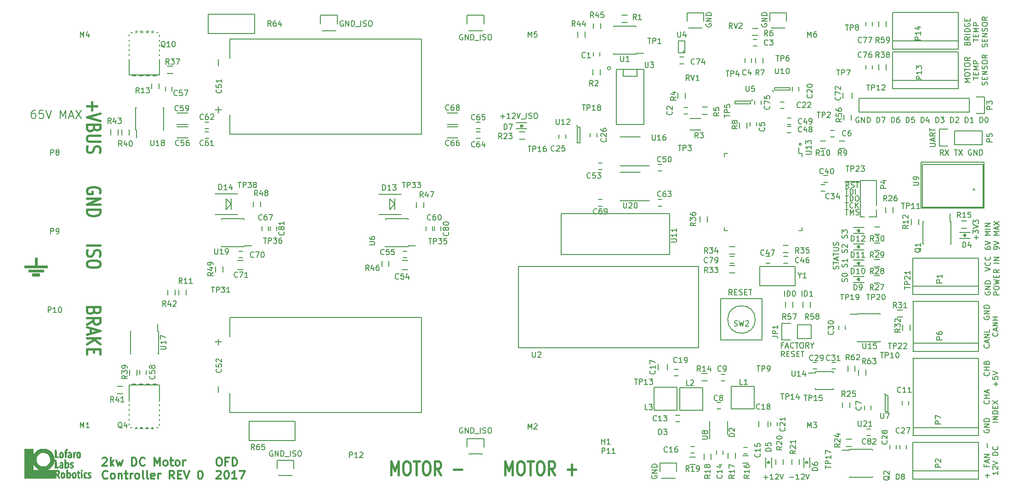
<source format=gto>
G04 #@! TF.FileFunction,Legend,Top*
%FSLAX46Y46*%
G04 Gerber Fmt 4.6, Leading zero omitted, Abs format (unit mm)*
G04 Created by KiCad (PCBNEW 4.0.2+dfsg1-stable) date Tue 26 Sep 2017 03:44:04 AM EDT*
%MOMM*%
G01*
G04 APERTURE LIST*
%ADD10C,0.100000*%
%ADD11C,0.200000*%
%ADD12C,0.300000*%
%ADD13C,0.400000*%
%ADD14C,0.150000*%
%ADD15C,0.010000*%
G04 APERTURE END LIST*
D10*
D11*
X36892858Y-46928571D02*
X36607144Y-46928571D01*
X36464287Y-47000000D01*
X36392858Y-47071429D01*
X36250001Y-47285714D01*
X36178572Y-47571429D01*
X36178572Y-48142857D01*
X36250001Y-48285714D01*
X36321429Y-48357143D01*
X36464287Y-48428571D01*
X36750001Y-48428571D01*
X36892858Y-48357143D01*
X36964287Y-48285714D01*
X37035715Y-48142857D01*
X37035715Y-47785714D01*
X36964287Y-47642857D01*
X36892858Y-47571429D01*
X36750001Y-47500000D01*
X36464287Y-47500000D01*
X36321429Y-47571429D01*
X36250001Y-47642857D01*
X36178572Y-47785714D01*
X38392858Y-46928571D02*
X37678572Y-46928571D01*
X37607143Y-47642857D01*
X37678572Y-47571429D01*
X37821429Y-47500000D01*
X38178572Y-47500000D01*
X38321429Y-47571429D01*
X38392858Y-47642857D01*
X38464286Y-47785714D01*
X38464286Y-48142857D01*
X38392858Y-48285714D01*
X38321429Y-48357143D01*
X38178572Y-48428571D01*
X37821429Y-48428571D01*
X37678572Y-48357143D01*
X37607143Y-48285714D01*
X38892857Y-46928571D02*
X39392857Y-48428571D01*
X39892857Y-46928571D01*
X41535714Y-48428571D02*
X41535714Y-46928571D01*
X42035714Y-48000000D01*
X42535714Y-46928571D01*
X42535714Y-48428571D01*
X43178571Y-48000000D02*
X43892857Y-48000000D01*
X43035714Y-48428571D02*
X43535714Y-46928571D01*
X44035714Y-48428571D01*
X44392857Y-46928571D02*
X45392857Y-48428571D01*
X45392857Y-46928571D02*
X44392857Y-48428571D01*
X211852381Y-72133333D02*
X211852381Y-72323810D01*
X211900000Y-72419048D01*
X211947619Y-72466667D01*
X212090476Y-72561905D01*
X212280952Y-72609524D01*
X212661905Y-72609524D01*
X212757143Y-72561905D01*
X212804762Y-72514286D01*
X212852381Y-72419048D01*
X212852381Y-72228571D01*
X212804762Y-72133333D01*
X212757143Y-72085714D01*
X212661905Y-72038095D01*
X212423810Y-72038095D01*
X212328571Y-72085714D01*
X212280952Y-72133333D01*
X212233333Y-72228571D01*
X212233333Y-72419048D01*
X212280952Y-72514286D01*
X212328571Y-72561905D01*
X212423810Y-72609524D01*
X211852381Y-71752381D02*
X212852381Y-71419048D01*
X211852381Y-71085714D01*
X212852381Y-69990476D02*
X211852381Y-69990476D01*
X212566667Y-69657142D01*
X211852381Y-69323809D01*
X212852381Y-69323809D01*
X212852381Y-68847619D02*
X211852381Y-68847619D01*
X212852381Y-68371429D02*
X211852381Y-68371429D01*
X212852381Y-67800000D01*
X211852381Y-67800000D01*
X214452381Y-72514286D02*
X214452381Y-72323810D01*
X214404762Y-72228571D01*
X214357143Y-72180952D01*
X214214286Y-72085714D01*
X214023810Y-72038095D01*
X213642857Y-72038095D01*
X213547619Y-72085714D01*
X213500000Y-72133333D01*
X213452381Y-72228571D01*
X213452381Y-72419048D01*
X213500000Y-72514286D01*
X213547619Y-72561905D01*
X213642857Y-72609524D01*
X213880952Y-72609524D01*
X213976190Y-72561905D01*
X214023810Y-72514286D01*
X214071429Y-72419048D01*
X214071429Y-72228571D01*
X214023810Y-72133333D01*
X213976190Y-72085714D01*
X213880952Y-72038095D01*
X213452381Y-71752381D02*
X214452381Y-71419048D01*
X213452381Y-71085714D01*
X214452381Y-69990476D02*
X213452381Y-69990476D01*
X214166667Y-69657142D01*
X213452381Y-69323809D01*
X214452381Y-69323809D01*
X214166667Y-68895238D02*
X214166667Y-68419047D01*
X214452381Y-68990476D02*
X213452381Y-68657143D01*
X214452381Y-68323809D01*
X213452381Y-68085714D02*
X214452381Y-67419047D01*
X213452381Y-67419047D02*
X214452381Y-68085714D01*
X142900000Y-39200000D02*
G75*
G03X142900000Y-39200000I-300000J0D01*
G01*
X186809524Y-61202381D02*
X186476190Y-60726190D01*
X186238095Y-61202381D02*
X186238095Y-60202381D01*
X186619048Y-60202381D01*
X186714286Y-60250000D01*
X186761905Y-60297619D01*
X186809524Y-60392857D01*
X186809524Y-60535714D01*
X186761905Y-60630952D01*
X186714286Y-60678571D01*
X186619048Y-60726190D01*
X186238095Y-60726190D01*
X187190476Y-61154762D02*
X187333333Y-61202381D01*
X187571429Y-61202381D01*
X187666667Y-61154762D01*
X187714286Y-61107143D01*
X187761905Y-61011905D01*
X187761905Y-60916667D01*
X187714286Y-60821429D01*
X187666667Y-60773810D01*
X187571429Y-60726190D01*
X187380952Y-60678571D01*
X187285714Y-60630952D01*
X187238095Y-60583333D01*
X187190476Y-60488095D01*
X187190476Y-60392857D01*
X187238095Y-60297619D01*
X187285714Y-60250000D01*
X187380952Y-60202381D01*
X187619048Y-60202381D01*
X187761905Y-60250000D01*
X188047619Y-60202381D02*
X188619048Y-60202381D01*
X188333333Y-61202381D02*
X188333333Y-60202381D01*
X186000000Y-60030000D02*
X188714286Y-60030000D01*
X186095238Y-61452381D02*
X186666667Y-61452381D01*
X186380952Y-62452381D02*
X186380952Y-61452381D01*
X187000000Y-62452381D02*
X187000000Y-61452381D01*
X187238095Y-61452381D01*
X187380953Y-61500000D01*
X187476191Y-61595238D01*
X187523810Y-61690476D01*
X187571429Y-61880952D01*
X187571429Y-62023810D01*
X187523810Y-62214286D01*
X187476191Y-62309524D01*
X187380953Y-62404762D01*
X187238095Y-62452381D01*
X187000000Y-62452381D01*
X188000000Y-62452381D02*
X188000000Y-61452381D01*
X186095238Y-62702381D02*
X186666667Y-62702381D01*
X186380952Y-63702381D02*
X186380952Y-62702381D01*
X187000000Y-63702381D02*
X187000000Y-62702381D01*
X187238095Y-62702381D01*
X187380953Y-62750000D01*
X187476191Y-62845238D01*
X187523810Y-62940476D01*
X187571429Y-63130952D01*
X187571429Y-63273810D01*
X187523810Y-63464286D01*
X187476191Y-63559524D01*
X187380953Y-63654762D01*
X187238095Y-63702381D01*
X187000000Y-63702381D01*
X188190476Y-62702381D02*
X188380953Y-62702381D01*
X188476191Y-62750000D01*
X188571429Y-62845238D01*
X188619048Y-63035714D01*
X188619048Y-63369048D01*
X188571429Y-63559524D01*
X188476191Y-63654762D01*
X188380953Y-63702381D01*
X188190476Y-63702381D01*
X188095238Y-63654762D01*
X188000000Y-63559524D01*
X187952381Y-63369048D01*
X187952381Y-63035714D01*
X188000000Y-62845238D01*
X188095238Y-62750000D01*
X188190476Y-62702381D01*
X186095238Y-63952381D02*
X186666667Y-63952381D01*
X186380952Y-64952381D02*
X186380952Y-63952381D01*
X187571429Y-64857143D02*
X187523810Y-64904762D01*
X187380953Y-64952381D01*
X187285715Y-64952381D01*
X187142857Y-64904762D01*
X187047619Y-64809524D01*
X187000000Y-64714286D01*
X186952381Y-64523810D01*
X186952381Y-64380952D01*
X187000000Y-64190476D01*
X187047619Y-64095238D01*
X187142857Y-64000000D01*
X187285715Y-63952381D01*
X187380953Y-63952381D01*
X187523810Y-64000000D01*
X187571429Y-64047619D01*
X188000000Y-64952381D02*
X188000000Y-63952381D01*
X188571429Y-64952381D02*
X188142857Y-64380952D01*
X188571429Y-63952381D02*
X188000000Y-64523810D01*
X186095238Y-65202381D02*
X186666667Y-65202381D01*
X186380952Y-66202381D02*
X186380952Y-65202381D01*
X187000000Y-66202381D02*
X187000000Y-65202381D01*
X187333334Y-65916667D01*
X187666667Y-65202381D01*
X187666667Y-66202381D01*
X188095238Y-66154762D02*
X188238095Y-66202381D01*
X188476191Y-66202381D01*
X188571429Y-66154762D01*
X188619048Y-66107143D01*
X188666667Y-66011905D01*
X188666667Y-65916667D01*
X188619048Y-65821429D01*
X188571429Y-65773810D01*
X188476191Y-65726190D01*
X188285714Y-65678571D01*
X188190476Y-65630952D01*
X188142857Y-65583333D01*
X188095238Y-65488095D01*
X188095238Y-65392857D01*
X188142857Y-65297619D01*
X188190476Y-65250000D01*
X188285714Y-65202381D01*
X188523810Y-65202381D01*
X188666667Y-65250000D01*
D12*
X70642857Y-110978571D02*
X70928571Y-110978571D01*
X71071429Y-111050000D01*
X71214286Y-111192857D01*
X71285714Y-111478571D01*
X71285714Y-111978571D01*
X71214286Y-112264286D01*
X71071429Y-112407143D01*
X70928571Y-112478571D01*
X70642857Y-112478571D01*
X70500000Y-112407143D01*
X70357143Y-112264286D01*
X70285714Y-111978571D01*
X70285714Y-111478571D01*
X70357143Y-111192857D01*
X70500000Y-111050000D01*
X70642857Y-110978571D01*
X72428572Y-111692857D02*
X71928572Y-111692857D01*
X71928572Y-112478571D02*
X71928572Y-110978571D01*
X72642858Y-110978571D01*
X73214286Y-112478571D02*
X73214286Y-110978571D01*
X73571429Y-110978571D01*
X73785714Y-111050000D01*
X73928572Y-111192857D01*
X74000000Y-111335714D01*
X74071429Y-111621429D01*
X74071429Y-111835714D01*
X74000000Y-112121429D01*
X73928572Y-112264286D01*
X73785714Y-112407143D01*
X73571429Y-112478571D01*
X73214286Y-112478571D01*
X70285714Y-113521429D02*
X70357143Y-113450000D01*
X70500000Y-113378571D01*
X70857143Y-113378571D01*
X71000000Y-113450000D01*
X71071429Y-113521429D01*
X71142857Y-113664286D01*
X71142857Y-113807143D01*
X71071429Y-114021429D01*
X70214286Y-114878571D01*
X71142857Y-114878571D01*
X72071428Y-113378571D02*
X72214285Y-113378571D01*
X72357142Y-113450000D01*
X72428571Y-113521429D01*
X72500000Y-113664286D01*
X72571428Y-113950000D01*
X72571428Y-114307143D01*
X72500000Y-114592857D01*
X72428571Y-114735714D01*
X72357142Y-114807143D01*
X72214285Y-114878571D01*
X72071428Y-114878571D01*
X71928571Y-114807143D01*
X71857142Y-114735714D01*
X71785714Y-114592857D01*
X71714285Y-114307143D01*
X71714285Y-113950000D01*
X71785714Y-113664286D01*
X71857142Y-113521429D01*
X71928571Y-113450000D01*
X72071428Y-113378571D01*
X73999999Y-114878571D02*
X73142856Y-114878571D01*
X73571428Y-114878571D02*
X73571428Y-113378571D01*
X73428571Y-113592857D01*
X73285713Y-113735714D01*
X73142856Y-113807143D01*
X74499999Y-113378571D02*
X75499999Y-113378571D01*
X74857142Y-114878571D01*
D13*
X102476190Y-114130952D02*
X102476190Y-111630952D01*
X103142857Y-113416667D01*
X103809524Y-111630952D01*
X103809524Y-114130952D01*
X105142857Y-111630952D02*
X105523809Y-111630952D01*
X105714285Y-111750000D01*
X105904762Y-111988095D01*
X106000000Y-112464286D01*
X106000000Y-113297619D01*
X105904762Y-113773810D01*
X105714285Y-114011905D01*
X105523809Y-114130952D01*
X105142857Y-114130952D01*
X104952381Y-114011905D01*
X104761904Y-113773810D01*
X104666666Y-113297619D01*
X104666666Y-112464286D01*
X104761904Y-111988095D01*
X104952381Y-111750000D01*
X105142857Y-111630952D01*
X106571428Y-111630952D02*
X107714285Y-111630952D01*
X107142857Y-114130952D02*
X107142857Y-111630952D01*
X108761905Y-111630952D02*
X109142857Y-111630952D01*
X109333333Y-111750000D01*
X109523810Y-111988095D01*
X109619048Y-112464286D01*
X109619048Y-113297619D01*
X109523810Y-113773810D01*
X109333333Y-114011905D01*
X109142857Y-114130952D01*
X108761905Y-114130952D01*
X108571429Y-114011905D01*
X108380952Y-113773810D01*
X108285714Y-113297619D01*
X108285714Y-112464286D01*
X108380952Y-111988095D01*
X108571429Y-111750000D01*
X108761905Y-111630952D01*
X111619048Y-114130952D02*
X110952381Y-112940476D01*
X110476190Y-114130952D02*
X110476190Y-111630952D01*
X111238095Y-111630952D01*
X111428571Y-111750000D01*
X111523810Y-111869048D01*
X111619048Y-112107143D01*
X111619048Y-112464286D01*
X111523810Y-112702381D01*
X111428571Y-112821429D01*
X111238095Y-112940476D01*
X110476190Y-112940476D01*
X114000000Y-113178571D02*
X115523810Y-113178571D01*
D12*
X49285714Y-111121429D02*
X49357143Y-111050000D01*
X49500000Y-110978571D01*
X49857143Y-110978571D01*
X50000000Y-111050000D01*
X50071429Y-111121429D01*
X50142857Y-111264286D01*
X50142857Y-111407143D01*
X50071429Y-111621429D01*
X49214286Y-112478571D01*
X50142857Y-112478571D01*
X50785714Y-112478571D02*
X50785714Y-110978571D01*
X50928571Y-111907143D02*
X51357142Y-112478571D01*
X51357142Y-111478571D02*
X50785714Y-112050000D01*
X51857143Y-111478571D02*
X52142857Y-112478571D01*
X52428571Y-111764286D01*
X52714286Y-112478571D01*
X53000000Y-111478571D01*
X54714286Y-112478571D02*
X54714286Y-110978571D01*
X55071429Y-110978571D01*
X55285714Y-111050000D01*
X55428572Y-111192857D01*
X55500000Y-111335714D01*
X55571429Y-111621429D01*
X55571429Y-111835714D01*
X55500000Y-112121429D01*
X55428572Y-112264286D01*
X55285714Y-112407143D01*
X55071429Y-112478571D01*
X54714286Y-112478571D01*
X57071429Y-112335714D02*
X57000000Y-112407143D01*
X56785714Y-112478571D01*
X56642857Y-112478571D01*
X56428572Y-112407143D01*
X56285714Y-112264286D01*
X56214286Y-112121429D01*
X56142857Y-111835714D01*
X56142857Y-111621429D01*
X56214286Y-111335714D01*
X56285714Y-111192857D01*
X56428572Y-111050000D01*
X56642857Y-110978571D01*
X56785714Y-110978571D01*
X57000000Y-111050000D01*
X57071429Y-111121429D01*
X58857143Y-112478571D02*
X58857143Y-110978571D01*
X59357143Y-112050000D01*
X59857143Y-110978571D01*
X59857143Y-112478571D01*
X60785715Y-112478571D02*
X60642857Y-112407143D01*
X60571429Y-112335714D01*
X60500000Y-112192857D01*
X60500000Y-111764286D01*
X60571429Y-111621429D01*
X60642857Y-111550000D01*
X60785715Y-111478571D01*
X61000000Y-111478571D01*
X61142857Y-111550000D01*
X61214286Y-111621429D01*
X61285715Y-111764286D01*
X61285715Y-112192857D01*
X61214286Y-112335714D01*
X61142857Y-112407143D01*
X61000000Y-112478571D01*
X60785715Y-112478571D01*
X61714286Y-111478571D02*
X62285715Y-111478571D01*
X61928572Y-110978571D02*
X61928572Y-112264286D01*
X62000000Y-112407143D01*
X62142858Y-112478571D01*
X62285715Y-112478571D01*
X63000001Y-112478571D02*
X62857143Y-112407143D01*
X62785715Y-112335714D01*
X62714286Y-112192857D01*
X62714286Y-111764286D01*
X62785715Y-111621429D01*
X62857143Y-111550000D01*
X63000001Y-111478571D01*
X63214286Y-111478571D01*
X63357143Y-111550000D01*
X63428572Y-111621429D01*
X63500001Y-111764286D01*
X63500001Y-112192857D01*
X63428572Y-112335714D01*
X63357143Y-112407143D01*
X63214286Y-112478571D01*
X63000001Y-112478571D01*
X64142858Y-112478571D02*
X64142858Y-111478571D01*
X64142858Y-111764286D02*
X64214286Y-111621429D01*
X64285715Y-111550000D01*
X64428572Y-111478571D01*
X64571429Y-111478571D01*
X50214286Y-114735714D02*
X50142857Y-114807143D01*
X49928571Y-114878571D01*
X49785714Y-114878571D01*
X49571429Y-114807143D01*
X49428571Y-114664286D01*
X49357143Y-114521429D01*
X49285714Y-114235714D01*
X49285714Y-114021429D01*
X49357143Y-113735714D01*
X49428571Y-113592857D01*
X49571429Y-113450000D01*
X49785714Y-113378571D01*
X49928571Y-113378571D01*
X50142857Y-113450000D01*
X50214286Y-113521429D01*
X51071429Y-114878571D02*
X50928571Y-114807143D01*
X50857143Y-114735714D01*
X50785714Y-114592857D01*
X50785714Y-114164286D01*
X50857143Y-114021429D01*
X50928571Y-113950000D01*
X51071429Y-113878571D01*
X51285714Y-113878571D01*
X51428571Y-113950000D01*
X51500000Y-114021429D01*
X51571429Y-114164286D01*
X51571429Y-114592857D01*
X51500000Y-114735714D01*
X51428571Y-114807143D01*
X51285714Y-114878571D01*
X51071429Y-114878571D01*
X52214286Y-113878571D02*
X52214286Y-114878571D01*
X52214286Y-114021429D02*
X52285714Y-113950000D01*
X52428572Y-113878571D01*
X52642857Y-113878571D01*
X52785714Y-113950000D01*
X52857143Y-114092857D01*
X52857143Y-114878571D01*
X53357143Y-113878571D02*
X53928572Y-113878571D01*
X53571429Y-113378571D02*
X53571429Y-114664286D01*
X53642857Y-114807143D01*
X53785715Y-114878571D01*
X53928572Y-114878571D01*
X54428572Y-114878571D02*
X54428572Y-113878571D01*
X54428572Y-114164286D02*
X54500000Y-114021429D01*
X54571429Y-113950000D01*
X54714286Y-113878571D01*
X54857143Y-113878571D01*
X55571429Y-114878571D02*
X55428571Y-114807143D01*
X55357143Y-114735714D01*
X55285714Y-114592857D01*
X55285714Y-114164286D01*
X55357143Y-114021429D01*
X55428571Y-113950000D01*
X55571429Y-113878571D01*
X55785714Y-113878571D01*
X55928571Y-113950000D01*
X56000000Y-114021429D01*
X56071429Y-114164286D01*
X56071429Y-114592857D01*
X56000000Y-114735714D01*
X55928571Y-114807143D01*
X55785714Y-114878571D01*
X55571429Y-114878571D01*
X56928572Y-114878571D02*
X56785714Y-114807143D01*
X56714286Y-114664286D01*
X56714286Y-113378571D01*
X57714286Y-114878571D02*
X57571428Y-114807143D01*
X57500000Y-114664286D01*
X57500000Y-113378571D01*
X58857142Y-114807143D02*
X58714285Y-114878571D01*
X58428571Y-114878571D01*
X58285714Y-114807143D01*
X58214285Y-114664286D01*
X58214285Y-114092857D01*
X58285714Y-113950000D01*
X58428571Y-113878571D01*
X58714285Y-113878571D01*
X58857142Y-113950000D01*
X58928571Y-114092857D01*
X58928571Y-114235714D01*
X58214285Y-114378571D01*
X59571428Y-114878571D02*
X59571428Y-113878571D01*
X59571428Y-114164286D02*
X59642856Y-114021429D01*
X59714285Y-113950000D01*
X59857142Y-113878571D01*
X59999999Y-113878571D01*
X62499999Y-114878571D02*
X61999999Y-114164286D01*
X61642856Y-114878571D02*
X61642856Y-113378571D01*
X62214284Y-113378571D01*
X62357142Y-113450000D01*
X62428570Y-113521429D01*
X62499999Y-113664286D01*
X62499999Y-113878571D01*
X62428570Y-114021429D01*
X62357142Y-114092857D01*
X62214284Y-114164286D01*
X61642856Y-114164286D01*
X63142856Y-114092857D02*
X63642856Y-114092857D01*
X63857142Y-114878571D02*
X63142856Y-114878571D01*
X63142856Y-113378571D01*
X63857142Y-113378571D01*
X64285713Y-113378571D02*
X64785713Y-114878571D01*
X65285713Y-113378571D01*
X67214284Y-113378571D02*
X67357141Y-113378571D01*
X67499998Y-113450000D01*
X67571427Y-113521429D01*
X67642856Y-113664286D01*
X67714284Y-113950000D01*
X67714284Y-114307143D01*
X67642856Y-114592857D01*
X67571427Y-114735714D01*
X67499998Y-114807143D01*
X67357141Y-114878571D01*
X67214284Y-114878571D01*
X67071427Y-114807143D01*
X66999998Y-114735714D01*
X66928570Y-114592857D01*
X66857141Y-114307143D01*
X66857141Y-113950000D01*
X66928570Y-113664286D01*
X66999998Y-113521429D01*
X67071427Y-113450000D01*
X67214284Y-113378571D01*
D11*
X70607143Y-98928571D02*
X70607143Y-97785714D01*
X70607143Y-90214286D02*
X70607143Y-89071429D01*
X71178571Y-89642858D02*
X70035714Y-89642858D01*
X70642857Y-37571429D02*
X70642857Y-38714286D01*
X70642857Y-46285714D02*
X70642857Y-47428571D01*
X70071429Y-46857142D02*
X71214286Y-46857142D01*
X122619048Y-48071429D02*
X123380953Y-48071429D01*
X123000001Y-48452381D02*
X123000001Y-47690476D01*
X124380953Y-48452381D02*
X123809524Y-48452381D01*
X124095238Y-48452381D02*
X124095238Y-47452381D01*
X124000000Y-47595238D01*
X123904762Y-47690476D01*
X123809524Y-47738095D01*
X124761905Y-47547619D02*
X124809524Y-47500000D01*
X124904762Y-47452381D01*
X125142858Y-47452381D01*
X125238096Y-47500000D01*
X125285715Y-47547619D01*
X125333334Y-47642857D01*
X125333334Y-47738095D01*
X125285715Y-47880952D01*
X124714286Y-48452381D01*
X125333334Y-48452381D01*
X125619048Y-47452381D02*
X125952381Y-48452381D01*
X126285715Y-47452381D01*
X126380953Y-48547619D02*
X127142858Y-48547619D01*
X127380953Y-48452381D02*
X127380953Y-47452381D01*
X127809524Y-48404762D02*
X127952381Y-48452381D01*
X128190477Y-48452381D01*
X128285715Y-48404762D01*
X128333334Y-48357143D01*
X128380953Y-48261905D01*
X128380953Y-48166667D01*
X128333334Y-48071429D01*
X128285715Y-48023810D01*
X128190477Y-47976190D01*
X128000000Y-47928571D01*
X127904762Y-47880952D01*
X127857143Y-47833333D01*
X127809524Y-47738095D01*
X127809524Y-47642857D01*
X127857143Y-47547619D01*
X127904762Y-47500000D01*
X128000000Y-47452381D01*
X128238096Y-47452381D01*
X128380953Y-47500000D01*
X129000000Y-47452381D02*
X129190477Y-47452381D01*
X129285715Y-47500000D01*
X129380953Y-47595238D01*
X129428572Y-47785714D01*
X129428572Y-48119048D01*
X129380953Y-48309524D01*
X129285715Y-48404762D01*
X129190477Y-48452381D01*
X129000000Y-48452381D01*
X128904762Y-48404762D01*
X128809524Y-48309524D01*
X128761905Y-48119048D01*
X128761905Y-47785714D01*
X128809524Y-47595238D01*
X128904762Y-47500000D01*
X129000000Y-47452381D01*
X178000000Y-53200000D02*
G75*
G03X178000000Y-53200000I-200000J0D01*
G01*
X171107143Y-114571429D02*
X171869048Y-114571429D01*
X171488096Y-114952381D02*
X171488096Y-114190476D01*
X172869048Y-114952381D02*
X172297619Y-114952381D01*
X172583333Y-114952381D02*
X172583333Y-113952381D01*
X172488095Y-114095238D01*
X172392857Y-114190476D01*
X172297619Y-114238095D01*
X173250000Y-114047619D02*
X173297619Y-114000000D01*
X173392857Y-113952381D01*
X173630953Y-113952381D01*
X173726191Y-114000000D01*
X173773810Y-114047619D01*
X173821429Y-114142857D01*
X173821429Y-114238095D01*
X173773810Y-114380952D01*
X173202381Y-114952381D01*
X173821429Y-114952381D01*
X174107143Y-113952381D02*
X174440476Y-114952381D01*
X174773810Y-113952381D01*
X175869048Y-114571429D02*
X176630953Y-114571429D01*
X177630953Y-114952381D02*
X177059524Y-114952381D01*
X177345238Y-114952381D02*
X177345238Y-113952381D01*
X177250000Y-114095238D01*
X177154762Y-114190476D01*
X177059524Y-114238095D01*
X178011905Y-114047619D02*
X178059524Y-114000000D01*
X178154762Y-113952381D01*
X178392858Y-113952381D01*
X178488096Y-114000000D01*
X178535715Y-114047619D01*
X178583334Y-114142857D01*
X178583334Y-114238095D01*
X178535715Y-114380952D01*
X177964286Y-114952381D01*
X178583334Y-114952381D01*
X178869048Y-113952381D02*
X179202381Y-114952381D01*
X179535715Y-113952381D01*
X184854762Y-76226191D02*
X184902381Y-76083334D01*
X184902381Y-75845238D01*
X184854762Y-75750000D01*
X184807143Y-75702381D01*
X184711905Y-75654762D01*
X184616667Y-75654762D01*
X184521429Y-75702381D01*
X184473810Y-75750000D01*
X184426190Y-75845238D01*
X184378571Y-76035715D01*
X184330952Y-76130953D01*
X184283333Y-76178572D01*
X184188095Y-76226191D01*
X184092857Y-76226191D01*
X183997619Y-76178572D01*
X183950000Y-76130953D01*
X183902381Y-76035715D01*
X183902381Y-75797619D01*
X183950000Y-75654762D01*
X183902381Y-75369048D02*
X183902381Y-74797619D01*
X184902381Y-75083334D02*
X183902381Y-75083334D01*
X184616667Y-74511905D02*
X184616667Y-74035714D01*
X184902381Y-74607143D02*
X183902381Y-74273810D01*
X184902381Y-73940476D01*
X183902381Y-73750000D02*
X183902381Y-73178571D01*
X184902381Y-73464286D02*
X183902381Y-73464286D01*
X183902381Y-72845238D02*
X184711905Y-72845238D01*
X184807143Y-72797619D01*
X184854762Y-72750000D01*
X184902381Y-72654762D01*
X184902381Y-72464285D01*
X184854762Y-72369047D01*
X184807143Y-72321428D01*
X184711905Y-72273809D01*
X183902381Y-72273809D01*
X184854762Y-71845238D02*
X184902381Y-71702381D01*
X184902381Y-71464285D01*
X184854762Y-71369047D01*
X184807143Y-71321428D01*
X184711905Y-71273809D01*
X184616667Y-71273809D01*
X184521429Y-71321428D01*
X184473810Y-71369047D01*
X184426190Y-71464285D01*
X184378571Y-71654762D01*
X184330952Y-71750000D01*
X184283333Y-71797619D01*
X184188095Y-71845238D01*
X184092857Y-71845238D01*
X183997619Y-71797619D01*
X183950000Y-71750000D01*
X183902381Y-71654762D01*
X183902381Y-71416666D01*
X183950000Y-71273809D01*
X186454762Y-78511905D02*
X186502381Y-78369048D01*
X186502381Y-78130952D01*
X186454762Y-78035714D01*
X186407143Y-77988095D01*
X186311905Y-77940476D01*
X186216667Y-77940476D01*
X186121429Y-77988095D01*
X186073810Y-78035714D01*
X186026190Y-78130952D01*
X185978571Y-78321429D01*
X185930952Y-78416667D01*
X185883333Y-78464286D01*
X185788095Y-78511905D01*
X185692857Y-78511905D01*
X185597619Y-78464286D01*
X185550000Y-78416667D01*
X185502381Y-78321429D01*
X185502381Y-78083333D01*
X185550000Y-77940476D01*
X185502381Y-77321429D02*
X185502381Y-77226190D01*
X185550000Y-77130952D01*
X185597619Y-77083333D01*
X185692857Y-77035714D01*
X185883333Y-76988095D01*
X186121429Y-76988095D01*
X186311905Y-77035714D01*
X186407143Y-77083333D01*
X186454762Y-77130952D01*
X186502381Y-77226190D01*
X186502381Y-77321429D01*
X186454762Y-77416667D01*
X186407143Y-77464286D01*
X186311905Y-77511905D01*
X186121429Y-77559524D01*
X185883333Y-77559524D01*
X185692857Y-77511905D01*
X185597619Y-77464286D01*
X185550000Y-77416667D01*
X185502381Y-77321429D01*
X186454762Y-75845238D02*
X186502381Y-75702381D01*
X186502381Y-75464285D01*
X186454762Y-75369047D01*
X186407143Y-75321428D01*
X186311905Y-75273809D01*
X186216667Y-75273809D01*
X186121429Y-75321428D01*
X186073810Y-75369047D01*
X186026190Y-75464285D01*
X185978571Y-75654762D01*
X185930952Y-75750000D01*
X185883333Y-75797619D01*
X185788095Y-75845238D01*
X185692857Y-75845238D01*
X185597619Y-75797619D01*
X185550000Y-75750000D01*
X185502381Y-75654762D01*
X185502381Y-75416666D01*
X185550000Y-75273809D01*
X186502381Y-74321428D02*
X186502381Y-74892857D01*
X186502381Y-74607143D02*
X185502381Y-74607143D01*
X185645238Y-74702381D01*
X185740476Y-74797619D01*
X185788095Y-74892857D01*
X186454762Y-73178571D02*
X186502381Y-73035714D01*
X186502381Y-72797618D01*
X186454762Y-72702380D01*
X186407143Y-72654761D01*
X186311905Y-72607142D01*
X186216667Y-72607142D01*
X186121429Y-72654761D01*
X186073810Y-72702380D01*
X186026190Y-72797618D01*
X185978571Y-72988095D01*
X185930952Y-73083333D01*
X185883333Y-73130952D01*
X185788095Y-73178571D01*
X185692857Y-73178571D01*
X185597619Y-73130952D01*
X185550000Y-73083333D01*
X185502381Y-72988095D01*
X185502381Y-72749999D01*
X185550000Y-72607142D01*
X185597619Y-72226190D02*
X185550000Y-72178571D01*
X185502381Y-72083333D01*
X185502381Y-71845237D01*
X185550000Y-71749999D01*
X185597619Y-71702380D01*
X185692857Y-71654761D01*
X185788095Y-71654761D01*
X185930952Y-71702380D01*
X186502381Y-72273809D01*
X186502381Y-71654761D01*
X186454762Y-70511904D02*
X186502381Y-70369047D01*
X186502381Y-70130951D01*
X186454762Y-70035713D01*
X186407143Y-69988094D01*
X186311905Y-69940475D01*
X186216667Y-69940475D01*
X186121429Y-69988094D01*
X186073810Y-70035713D01*
X186026190Y-70130951D01*
X185978571Y-70321428D01*
X185930952Y-70416666D01*
X185883333Y-70464285D01*
X185788095Y-70511904D01*
X185692857Y-70511904D01*
X185597619Y-70464285D01*
X185550000Y-70416666D01*
X185502381Y-70321428D01*
X185502381Y-70083332D01*
X185550000Y-69940475D01*
X185502381Y-69607142D02*
X185502381Y-68988094D01*
X185883333Y-69321428D01*
X185883333Y-69178570D01*
X185930952Y-69083332D01*
X185978571Y-69035713D01*
X186073810Y-68988094D01*
X186311905Y-68988094D01*
X186407143Y-69035713D01*
X186454762Y-69083332D01*
X186502381Y-69178570D01*
X186502381Y-69464285D01*
X186454762Y-69559523D01*
X186407143Y-69607142D01*
X174928572Y-81202381D02*
X174928572Y-80202381D01*
X175404762Y-81202381D02*
X175404762Y-80202381D01*
X175642857Y-80202381D01*
X175785715Y-80250000D01*
X175880953Y-80345238D01*
X175928572Y-80440476D01*
X175976191Y-80630952D01*
X175976191Y-80773810D01*
X175928572Y-80964286D01*
X175880953Y-81059524D01*
X175785715Y-81154762D01*
X175642857Y-81202381D01*
X175404762Y-81202381D01*
X176595238Y-80202381D02*
X176690477Y-80202381D01*
X176785715Y-80250000D01*
X176833334Y-80297619D01*
X176880953Y-80392857D01*
X176928572Y-80583333D01*
X176928572Y-80821429D01*
X176880953Y-81011905D01*
X176833334Y-81107143D01*
X176785715Y-81154762D01*
X176690477Y-81202381D01*
X176595238Y-81202381D01*
X176500000Y-81154762D01*
X176452381Y-81107143D01*
X176404762Y-81011905D01*
X176357143Y-80821429D01*
X176357143Y-80583333D01*
X176404762Y-80392857D01*
X176452381Y-80297619D01*
X176500000Y-80250000D01*
X176595238Y-80202381D01*
X178119048Y-81202381D02*
X178119048Y-80202381D01*
X178595238Y-81202381D02*
X178595238Y-80202381D01*
X178833333Y-80202381D01*
X178976191Y-80250000D01*
X179071429Y-80345238D01*
X179119048Y-80440476D01*
X179166667Y-80630952D01*
X179166667Y-80773810D01*
X179119048Y-80964286D01*
X179071429Y-81059524D01*
X178976191Y-81154762D01*
X178833333Y-81202381D01*
X178595238Y-81202381D01*
X180119048Y-81202381D02*
X179547619Y-81202381D01*
X179833333Y-81202381D02*
X179833333Y-80202381D01*
X179738095Y-80345238D01*
X179642857Y-80440476D01*
X179547619Y-80488095D01*
X174671429Y-90228571D02*
X174338095Y-90228571D01*
X174338095Y-90752381D02*
X174338095Y-89752381D01*
X174814286Y-89752381D01*
X175147619Y-90466667D02*
X175623810Y-90466667D01*
X175052381Y-90752381D02*
X175385714Y-89752381D01*
X175719048Y-90752381D01*
X176623810Y-90657143D02*
X176576191Y-90704762D01*
X176433334Y-90752381D01*
X176338096Y-90752381D01*
X176195238Y-90704762D01*
X176100000Y-90609524D01*
X176052381Y-90514286D01*
X176004762Y-90323810D01*
X176004762Y-90180952D01*
X176052381Y-89990476D01*
X176100000Y-89895238D01*
X176195238Y-89800000D01*
X176338096Y-89752381D01*
X176433334Y-89752381D01*
X176576191Y-89800000D01*
X176623810Y-89847619D01*
X176909524Y-89752381D02*
X177480953Y-89752381D01*
X177195238Y-90752381D02*
X177195238Y-89752381D01*
X178004762Y-89752381D02*
X178195239Y-89752381D01*
X178290477Y-89800000D01*
X178385715Y-89895238D01*
X178433334Y-90085714D01*
X178433334Y-90419048D01*
X178385715Y-90609524D01*
X178290477Y-90704762D01*
X178195239Y-90752381D01*
X178004762Y-90752381D01*
X177909524Y-90704762D01*
X177814286Y-90609524D01*
X177766667Y-90419048D01*
X177766667Y-90085714D01*
X177814286Y-89895238D01*
X177909524Y-89800000D01*
X178004762Y-89752381D01*
X179433334Y-90752381D02*
X179100000Y-90276190D01*
X178861905Y-90752381D02*
X178861905Y-89752381D01*
X179242858Y-89752381D01*
X179338096Y-89800000D01*
X179385715Y-89847619D01*
X179433334Y-89942857D01*
X179433334Y-90085714D01*
X179385715Y-90180952D01*
X179338096Y-90228571D01*
X179242858Y-90276190D01*
X178861905Y-90276190D01*
X180052381Y-90276190D02*
X180052381Y-90752381D01*
X179719048Y-89752381D02*
X180052381Y-90276190D01*
X180385715Y-89752381D01*
X174909524Y-92352381D02*
X174576190Y-91876190D01*
X174338095Y-92352381D02*
X174338095Y-91352381D01*
X174719048Y-91352381D01*
X174814286Y-91400000D01*
X174861905Y-91447619D01*
X174909524Y-91542857D01*
X174909524Y-91685714D01*
X174861905Y-91780952D01*
X174814286Y-91828571D01*
X174719048Y-91876190D01*
X174338095Y-91876190D01*
X175338095Y-91828571D02*
X175671429Y-91828571D01*
X175814286Y-92352381D02*
X175338095Y-92352381D01*
X175338095Y-91352381D01*
X175814286Y-91352381D01*
X176195238Y-92304762D02*
X176338095Y-92352381D01*
X176576191Y-92352381D01*
X176671429Y-92304762D01*
X176719048Y-92257143D01*
X176766667Y-92161905D01*
X176766667Y-92066667D01*
X176719048Y-91971429D01*
X176671429Y-91923810D01*
X176576191Y-91876190D01*
X176385714Y-91828571D01*
X176290476Y-91780952D01*
X176242857Y-91733333D01*
X176195238Y-91638095D01*
X176195238Y-91542857D01*
X176242857Y-91447619D01*
X176290476Y-91400000D01*
X176385714Y-91352381D01*
X176623810Y-91352381D01*
X176766667Y-91400000D01*
X177195238Y-91828571D02*
X177528572Y-91828571D01*
X177671429Y-92352381D02*
X177195238Y-92352381D01*
X177195238Y-91352381D01*
X177671429Y-91352381D01*
X177957143Y-91352381D02*
X178528572Y-91352381D01*
X178242857Y-92352381D02*
X178242857Y-91352381D01*
X165297619Y-80952381D02*
X164964285Y-80476190D01*
X164726190Y-80952381D02*
X164726190Y-79952381D01*
X165107143Y-79952381D01*
X165202381Y-80000000D01*
X165250000Y-80047619D01*
X165297619Y-80142857D01*
X165297619Y-80285714D01*
X165250000Y-80380952D01*
X165202381Y-80428571D01*
X165107143Y-80476190D01*
X164726190Y-80476190D01*
X165726190Y-80428571D02*
X166059524Y-80428571D01*
X166202381Y-80952381D02*
X165726190Y-80952381D01*
X165726190Y-79952381D01*
X166202381Y-79952381D01*
X166583333Y-80904762D02*
X166726190Y-80952381D01*
X166964286Y-80952381D01*
X167059524Y-80904762D01*
X167107143Y-80857143D01*
X167154762Y-80761905D01*
X167154762Y-80666667D01*
X167107143Y-80571429D01*
X167059524Y-80523810D01*
X166964286Y-80476190D01*
X166773809Y-80428571D01*
X166678571Y-80380952D01*
X166630952Y-80333333D01*
X166583333Y-80238095D01*
X166583333Y-80142857D01*
X166630952Y-80047619D01*
X166678571Y-80000000D01*
X166773809Y-79952381D01*
X167011905Y-79952381D01*
X167154762Y-80000000D01*
X167583333Y-80428571D02*
X167916667Y-80428571D01*
X168059524Y-80952381D02*
X167583333Y-80952381D01*
X167583333Y-79952381D01*
X168059524Y-79952381D01*
X168345238Y-79952381D02*
X168916667Y-79952381D01*
X168630952Y-80952381D02*
X168630952Y-79952381D01*
X210271429Y-70761905D02*
X210271429Y-70000000D01*
X210652381Y-70380952D02*
X209890476Y-70380952D01*
X209652381Y-69619048D02*
X209652381Y-69000000D01*
X210033333Y-69333334D01*
X210033333Y-69190476D01*
X210080952Y-69095238D01*
X210128571Y-69047619D01*
X210223810Y-69000000D01*
X210461905Y-69000000D01*
X210557143Y-69047619D01*
X210604762Y-69095238D01*
X210652381Y-69190476D01*
X210652381Y-69476191D01*
X210604762Y-69571429D01*
X210557143Y-69619048D01*
X209652381Y-68714286D02*
X210652381Y-68380953D01*
X209652381Y-68047619D01*
X209652381Y-67809524D02*
X209652381Y-67190476D01*
X210033333Y-67523810D01*
X210033333Y-67380952D01*
X210080952Y-67285714D01*
X210128571Y-67238095D01*
X210223810Y-67190476D01*
X210461905Y-67190476D01*
X210557143Y-67238095D01*
X210604762Y-67285714D01*
X210652381Y-67380952D01*
X210652381Y-67666667D01*
X210604762Y-67761905D01*
X210557143Y-67809524D01*
D13*
X123476190Y-114130952D02*
X123476190Y-111630952D01*
X124142857Y-113416667D01*
X124809524Y-111630952D01*
X124809524Y-114130952D01*
X126142857Y-111630952D02*
X126523809Y-111630952D01*
X126714285Y-111750000D01*
X126904762Y-111988095D01*
X127000000Y-112464286D01*
X127000000Y-113297619D01*
X126904762Y-113773810D01*
X126714285Y-114011905D01*
X126523809Y-114130952D01*
X126142857Y-114130952D01*
X125952381Y-114011905D01*
X125761904Y-113773810D01*
X125666666Y-113297619D01*
X125666666Y-112464286D01*
X125761904Y-111988095D01*
X125952381Y-111750000D01*
X126142857Y-111630952D01*
X127571428Y-111630952D02*
X128714285Y-111630952D01*
X128142857Y-114130952D02*
X128142857Y-111630952D01*
X129761905Y-111630952D02*
X130142857Y-111630952D01*
X130333333Y-111750000D01*
X130523810Y-111988095D01*
X130619048Y-112464286D01*
X130619048Y-113297619D01*
X130523810Y-113773810D01*
X130333333Y-114011905D01*
X130142857Y-114130952D01*
X129761905Y-114130952D01*
X129571429Y-114011905D01*
X129380952Y-113773810D01*
X129285714Y-113297619D01*
X129285714Y-112464286D01*
X129380952Y-111988095D01*
X129571429Y-111750000D01*
X129761905Y-111630952D01*
X132619048Y-114130952D02*
X131952381Y-112940476D01*
X131476190Y-114130952D02*
X131476190Y-111630952D01*
X132238095Y-111630952D01*
X132428571Y-111750000D01*
X132523810Y-111869048D01*
X132619048Y-112107143D01*
X132619048Y-112464286D01*
X132523810Y-112702381D01*
X132428571Y-112821429D01*
X132238095Y-112940476D01*
X131476190Y-112940476D01*
X135000000Y-113178571D02*
X136523810Y-113178571D01*
X135761905Y-114130952D02*
X135761905Y-112226190D01*
X47678571Y-83880952D02*
X47559524Y-84166666D01*
X47440476Y-84261905D01*
X47202381Y-84357143D01*
X46845238Y-84357143D01*
X46607143Y-84261905D01*
X46488095Y-84166666D01*
X46369048Y-83976190D01*
X46369048Y-83214285D01*
X48869048Y-83214285D01*
X48869048Y-83880952D01*
X48750000Y-84071428D01*
X48630952Y-84166666D01*
X48392857Y-84261905D01*
X48154762Y-84261905D01*
X47916667Y-84166666D01*
X47797619Y-84071428D01*
X47678571Y-83880952D01*
X47678571Y-83214285D01*
X46369048Y-86357143D02*
X47559524Y-85690476D01*
X46369048Y-85214285D02*
X48869048Y-85214285D01*
X48869048Y-85976190D01*
X48750000Y-86166666D01*
X48630952Y-86261905D01*
X48392857Y-86357143D01*
X48035714Y-86357143D01*
X47797619Y-86261905D01*
X47678571Y-86166666D01*
X47559524Y-85976190D01*
X47559524Y-85214285D01*
X47083333Y-87119047D02*
X47083333Y-88071428D01*
X46369048Y-86928571D02*
X48869048Y-87595238D01*
X46369048Y-88261905D01*
X46369048Y-88928571D02*
X48869048Y-88928571D01*
X46369048Y-90071429D02*
X47797619Y-89214286D01*
X48869048Y-90071429D02*
X47440476Y-88928571D01*
X47678571Y-90928571D02*
X47678571Y-91595238D01*
X46369048Y-91880952D02*
X46369048Y-90928571D01*
X48869048Y-90928571D01*
X48869048Y-91880952D01*
X48750000Y-62214286D02*
X48869048Y-62023809D01*
X48869048Y-61738095D01*
X48750000Y-61452381D01*
X48511905Y-61261905D01*
X48273810Y-61166666D01*
X47797619Y-61071428D01*
X47440476Y-61071428D01*
X46964286Y-61166666D01*
X46726190Y-61261905D01*
X46488095Y-61452381D01*
X46369048Y-61738095D01*
X46369048Y-61928571D01*
X46488095Y-62214286D01*
X46607143Y-62309524D01*
X47440476Y-62309524D01*
X47440476Y-61928571D01*
X46369048Y-63166666D02*
X48869048Y-63166666D01*
X46369048Y-64309524D01*
X48869048Y-64309524D01*
X46369048Y-65261904D02*
X48869048Y-65261904D01*
X48869048Y-65738095D01*
X48750000Y-66023809D01*
X48511905Y-66214285D01*
X48273810Y-66309524D01*
X47797619Y-66404762D01*
X47440476Y-66404762D01*
X46964286Y-66309524D01*
X46726190Y-66214285D01*
X46488095Y-66023809D01*
X46369048Y-65738095D01*
X46369048Y-65261904D01*
X46369048Y-71833334D02*
X48869048Y-71833334D01*
X46488095Y-72690477D02*
X46369048Y-72976192D01*
X46369048Y-73452382D01*
X46488095Y-73642858D01*
X46607143Y-73738096D01*
X46845238Y-73833335D01*
X47083333Y-73833335D01*
X47321429Y-73738096D01*
X47440476Y-73642858D01*
X47559524Y-73452382D01*
X47678571Y-73071430D01*
X47797619Y-72880954D01*
X47916667Y-72785715D01*
X48154762Y-72690477D01*
X48392857Y-72690477D01*
X48630952Y-72785715D01*
X48750000Y-72880954D01*
X48869048Y-73071430D01*
X48869048Y-73547620D01*
X48750000Y-73833335D01*
X48869048Y-75071430D02*
X48869048Y-75452382D01*
X48750000Y-75642858D01*
X48511905Y-75833335D01*
X48035714Y-75928573D01*
X47202381Y-75928573D01*
X46726190Y-75833335D01*
X46488095Y-75642858D01*
X46369048Y-75452382D01*
X46369048Y-75071430D01*
X46488095Y-74880954D01*
X46726190Y-74690477D01*
X47202381Y-74595239D01*
X48035714Y-74595239D01*
X48511905Y-74690477D01*
X48750000Y-74880954D01*
X48869048Y-75071430D01*
X47321429Y-45380952D02*
X47321429Y-46904762D01*
X46369048Y-46142857D02*
X48273810Y-46142857D01*
X48869048Y-47571428D02*
X46369048Y-48238095D01*
X48869048Y-48904762D01*
X47678571Y-50238095D02*
X47559524Y-50523809D01*
X47440476Y-50619048D01*
X47202381Y-50714286D01*
X46845238Y-50714286D01*
X46607143Y-50619048D01*
X46488095Y-50523809D01*
X46369048Y-50333333D01*
X46369048Y-49571428D01*
X48869048Y-49571428D01*
X48869048Y-50238095D01*
X48750000Y-50428571D01*
X48630952Y-50523809D01*
X48392857Y-50619048D01*
X48154762Y-50619048D01*
X47916667Y-50523809D01*
X47797619Y-50428571D01*
X47678571Y-50238095D01*
X47678571Y-49571428D01*
X48869048Y-51571428D02*
X46845238Y-51571428D01*
X46607143Y-51666667D01*
X46488095Y-51761905D01*
X46369048Y-51952381D01*
X46369048Y-52333333D01*
X46488095Y-52523809D01*
X46607143Y-52619048D01*
X46845238Y-52714286D01*
X48869048Y-52714286D01*
X46488095Y-53571428D02*
X46369048Y-53857143D01*
X46369048Y-54333333D01*
X46488095Y-54523809D01*
X46607143Y-54619047D01*
X46845238Y-54714286D01*
X47083333Y-54714286D01*
X47321429Y-54619047D01*
X47440476Y-54523809D01*
X47559524Y-54333333D01*
X47678571Y-53952381D01*
X47797619Y-53761905D01*
X47916667Y-53666666D01*
X48154762Y-53571428D01*
X48392857Y-53571428D01*
X48630952Y-53666666D01*
X48750000Y-53761905D01*
X48869048Y-53952381D01*
X48869048Y-54428571D01*
X48750000Y-54714286D01*
D11*
X209102381Y-41761905D02*
X208102381Y-41761905D01*
X208816667Y-41428571D01*
X208102381Y-41095238D01*
X209102381Y-41095238D01*
X208102381Y-40428572D02*
X208102381Y-40238095D01*
X208150000Y-40142857D01*
X208245238Y-40047619D01*
X208435714Y-40000000D01*
X208769048Y-40000000D01*
X208959524Y-40047619D01*
X209054762Y-40142857D01*
X209102381Y-40238095D01*
X209102381Y-40428572D01*
X209054762Y-40523810D01*
X208959524Y-40619048D01*
X208769048Y-40666667D01*
X208435714Y-40666667D01*
X208245238Y-40619048D01*
X208150000Y-40523810D01*
X208102381Y-40428572D01*
X208102381Y-39714286D02*
X208102381Y-39142857D01*
X209102381Y-39428572D02*
X208102381Y-39428572D01*
X208102381Y-38619048D02*
X208102381Y-38428571D01*
X208150000Y-38333333D01*
X208245238Y-38238095D01*
X208435714Y-38190476D01*
X208769048Y-38190476D01*
X208959524Y-38238095D01*
X209054762Y-38333333D01*
X209102381Y-38428571D01*
X209102381Y-38619048D01*
X209054762Y-38714286D01*
X208959524Y-38809524D01*
X208769048Y-38857143D01*
X208435714Y-38857143D01*
X208245238Y-38809524D01*
X208150000Y-38714286D01*
X208102381Y-38619048D01*
X209102381Y-37190476D02*
X208626190Y-37523810D01*
X209102381Y-37761905D02*
X208102381Y-37761905D01*
X208102381Y-37380952D01*
X208150000Y-37285714D01*
X208197619Y-37238095D01*
X208292857Y-37190476D01*
X208435714Y-37190476D01*
X208530952Y-37238095D01*
X208578571Y-37285714D01*
X208626190Y-37380952D01*
X208626190Y-37761905D01*
X209702381Y-41309524D02*
X209702381Y-40738095D01*
X210702381Y-41023810D02*
X209702381Y-41023810D01*
X210178571Y-40404762D02*
X210178571Y-40071428D01*
X210702381Y-39928571D02*
X210702381Y-40404762D01*
X209702381Y-40404762D01*
X209702381Y-39928571D01*
X210702381Y-39500000D02*
X209702381Y-39500000D01*
X210416667Y-39166666D01*
X209702381Y-38833333D01*
X210702381Y-38833333D01*
X210702381Y-38357143D02*
X209702381Y-38357143D01*
X209702381Y-37976190D01*
X209750000Y-37880952D01*
X209797619Y-37833333D01*
X209892857Y-37785714D01*
X210035714Y-37785714D01*
X210130952Y-37833333D01*
X210178571Y-37880952D01*
X210226190Y-37976190D01*
X210226190Y-38357143D01*
X212254762Y-42261905D02*
X212302381Y-42119048D01*
X212302381Y-41880952D01*
X212254762Y-41785714D01*
X212207143Y-41738095D01*
X212111905Y-41690476D01*
X212016667Y-41690476D01*
X211921429Y-41738095D01*
X211873810Y-41785714D01*
X211826190Y-41880952D01*
X211778571Y-42071429D01*
X211730952Y-42166667D01*
X211683333Y-42214286D01*
X211588095Y-42261905D01*
X211492857Y-42261905D01*
X211397619Y-42214286D01*
X211350000Y-42166667D01*
X211302381Y-42071429D01*
X211302381Y-41833333D01*
X211350000Y-41690476D01*
X211778571Y-41261905D02*
X211778571Y-40928571D01*
X212302381Y-40785714D02*
X212302381Y-41261905D01*
X211302381Y-41261905D01*
X211302381Y-40785714D01*
X212302381Y-40357143D02*
X211302381Y-40357143D01*
X212302381Y-39785714D01*
X211302381Y-39785714D01*
X212254762Y-39357143D02*
X212302381Y-39214286D01*
X212302381Y-38976190D01*
X212254762Y-38880952D01*
X212207143Y-38833333D01*
X212111905Y-38785714D01*
X212016667Y-38785714D01*
X211921429Y-38833333D01*
X211873810Y-38880952D01*
X211826190Y-38976190D01*
X211778571Y-39166667D01*
X211730952Y-39261905D01*
X211683333Y-39309524D01*
X211588095Y-39357143D01*
X211492857Y-39357143D01*
X211397619Y-39309524D01*
X211350000Y-39261905D01*
X211302381Y-39166667D01*
X211302381Y-38928571D01*
X211350000Y-38785714D01*
X211302381Y-38166667D02*
X211302381Y-37976190D01*
X211350000Y-37880952D01*
X211445238Y-37785714D01*
X211635714Y-37738095D01*
X211969048Y-37738095D01*
X212159524Y-37785714D01*
X212254762Y-37880952D01*
X212302381Y-37976190D01*
X212302381Y-38166667D01*
X212254762Y-38261905D01*
X212159524Y-38357143D01*
X211969048Y-38404762D01*
X211635714Y-38404762D01*
X211445238Y-38357143D01*
X211350000Y-38261905D01*
X211302381Y-38166667D01*
X212302381Y-36738095D02*
X211826190Y-37071429D01*
X212302381Y-37309524D02*
X211302381Y-37309524D01*
X211302381Y-36928571D01*
X211350000Y-36833333D01*
X211397619Y-36785714D01*
X211492857Y-36738095D01*
X211635714Y-36738095D01*
X211730952Y-36785714D01*
X211778571Y-36833333D01*
X211826190Y-36928571D01*
X211826190Y-37309524D01*
X208578571Y-34619047D02*
X208626190Y-34476190D01*
X208673810Y-34428571D01*
X208769048Y-34380952D01*
X208911905Y-34380952D01*
X209007143Y-34428571D01*
X209054762Y-34476190D01*
X209102381Y-34571428D01*
X209102381Y-34952381D01*
X208102381Y-34952381D01*
X208102381Y-34619047D01*
X208150000Y-34523809D01*
X208197619Y-34476190D01*
X208292857Y-34428571D01*
X208388095Y-34428571D01*
X208483333Y-34476190D01*
X208530952Y-34523809D01*
X208578571Y-34619047D01*
X208578571Y-34952381D01*
X209102381Y-33380952D02*
X208626190Y-33714286D01*
X209102381Y-33952381D02*
X208102381Y-33952381D01*
X208102381Y-33571428D01*
X208150000Y-33476190D01*
X208197619Y-33428571D01*
X208292857Y-33380952D01*
X208435714Y-33380952D01*
X208530952Y-33428571D01*
X208578571Y-33476190D01*
X208626190Y-33571428D01*
X208626190Y-33952381D01*
X209102381Y-32952381D02*
X208102381Y-32952381D01*
X209102381Y-32476191D02*
X208102381Y-32476191D01*
X208102381Y-32238096D01*
X208150000Y-32095238D01*
X208245238Y-32000000D01*
X208340476Y-31952381D01*
X208530952Y-31904762D01*
X208673810Y-31904762D01*
X208864286Y-31952381D01*
X208959524Y-32000000D01*
X209054762Y-32095238D01*
X209102381Y-32238096D01*
X209102381Y-32476191D01*
X208150000Y-30952381D02*
X208102381Y-31047619D01*
X208102381Y-31190476D01*
X208150000Y-31333334D01*
X208245238Y-31428572D01*
X208340476Y-31476191D01*
X208530952Y-31523810D01*
X208673810Y-31523810D01*
X208864286Y-31476191D01*
X208959524Y-31428572D01*
X209054762Y-31333334D01*
X209102381Y-31190476D01*
X209102381Y-31095238D01*
X209054762Y-30952381D01*
X209007143Y-30904762D01*
X208673810Y-30904762D01*
X208673810Y-31095238D01*
X208578571Y-30476191D02*
X208578571Y-30142857D01*
X209102381Y-30000000D02*
X209102381Y-30476191D01*
X208102381Y-30476191D01*
X208102381Y-30000000D01*
X209702381Y-34309524D02*
X209702381Y-33738095D01*
X210702381Y-34023810D02*
X209702381Y-34023810D01*
X210178571Y-33404762D02*
X210178571Y-33071428D01*
X210702381Y-32928571D02*
X210702381Y-33404762D01*
X209702381Y-33404762D01*
X209702381Y-32928571D01*
X210702381Y-32500000D02*
X209702381Y-32500000D01*
X210416667Y-32166666D01*
X209702381Y-31833333D01*
X210702381Y-31833333D01*
X210702381Y-31357143D02*
X209702381Y-31357143D01*
X209702381Y-30976190D01*
X209750000Y-30880952D01*
X209797619Y-30833333D01*
X209892857Y-30785714D01*
X210035714Y-30785714D01*
X210130952Y-30833333D01*
X210178571Y-30880952D01*
X210226190Y-30976190D01*
X210226190Y-31357143D01*
X212254762Y-35261905D02*
X212302381Y-35119048D01*
X212302381Y-34880952D01*
X212254762Y-34785714D01*
X212207143Y-34738095D01*
X212111905Y-34690476D01*
X212016667Y-34690476D01*
X211921429Y-34738095D01*
X211873810Y-34785714D01*
X211826190Y-34880952D01*
X211778571Y-35071429D01*
X211730952Y-35166667D01*
X211683333Y-35214286D01*
X211588095Y-35261905D01*
X211492857Y-35261905D01*
X211397619Y-35214286D01*
X211350000Y-35166667D01*
X211302381Y-35071429D01*
X211302381Y-34833333D01*
X211350000Y-34690476D01*
X211778571Y-34261905D02*
X211778571Y-33928571D01*
X212302381Y-33785714D02*
X212302381Y-34261905D01*
X211302381Y-34261905D01*
X211302381Y-33785714D01*
X212302381Y-33357143D02*
X211302381Y-33357143D01*
X212302381Y-32785714D01*
X211302381Y-32785714D01*
X212254762Y-32357143D02*
X212302381Y-32214286D01*
X212302381Y-31976190D01*
X212254762Y-31880952D01*
X212207143Y-31833333D01*
X212111905Y-31785714D01*
X212016667Y-31785714D01*
X211921429Y-31833333D01*
X211873810Y-31880952D01*
X211826190Y-31976190D01*
X211778571Y-32166667D01*
X211730952Y-32261905D01*
X211683333Y-32309524D01*
X211588095Y-32357143D01*
X211492857Y-32357143D01*
X211397619Y-32309524D01*
X211350000Y-32261905D01*
X211302381Y-32166667D01*
X211302381Y-31928571D01*
X211350000Y-31785714D01*
X211302381Y-31166667D02*
X211302381Y-30976190D01*
X211350000Y-30880952D01*
X211445238Y-30785714D01*
X211635714Y-30738095D01*
X211969048Y-30738095D01*
X212159524Y-30785714D01*
X212254762Y-30880952D01*
X212302381Y-30976190D01*
X212302381Y-31166667D01*
X212254762Y-31261905D01*
X212159524Y-31357143D01*
X211969048Y-31404762D01*
X211635714Y-31404762D01*
X211445238Y-31357143D01*
X211350000Y-31261905D01*
X211302381Y-31166667D01*
X212302381Y-29738095D02*
X211826190Y-30071429D01*
X212302381Y-30309524D02*
X211302381Y-30309524D01*
X211302381Y-29928571D01*
X211350000Y-29833333D01*
X211397619Y-29785714D01*
X211492857Y-29738095D01*
X211635714Y-29738095D01*
X211730952Y-29785714D01*
X211778571Y-29833333D01*
X211826190Y-29928571D01*
X211826190Y-30309524D01*
X201702381Y-53595238D02*
X202511905Y-53595238D01*
X202607143Y-53547619D01*
X202654762Y-53500000D01*
X202702381Y-53404762D01*
X202702381Y-53214285D01*
X202654762Y-53119047D01*
X202607143Y-53071428D01*
X202511905Y-53023809D01*
X201702381Y-53023809D01*
X202416667Y-52595238D02*
X202416667Y-52119047D01*
X202702381Y-52690476D02*
X201702381Y-52357143D01*
X202702381Y-52023809D01*
X202702381Y-51119047D02*
X202226190Y-51452381D01*
X202702381Y-51690476D02*
X201702381Y-51690476D01*
X201702381Y-51309523D01*
X201750000Y-51214285D01*
X201797619Y-51166666D01*
X201892857Y-51119047D01*
X202035714Y-51119047D01*
X202130952Y-51166666D01*
X202178571Y-51214285D01*
X202226190Y-51309523D01*
X202226190Y-51690476D01*
X201702381Y-50833333D02*
X201702381Y-50261904D01*
X202702381Y-50547619D02*
X201702381Y-50547619D01*
X204190476Y-55202381D02*
X203857142Y-54726190D01*
X203619047Y-55202381D02*
X203619047Y-54202381D01*
X204000000Y-54202381D01*
X204095238Y-54250000D01*
X204142857Y-54297619D01*
X204190476Y-54392857D01*
X204190476Y-54535714D01*
X204142857Y-54630952D01*
X204095238Y-54678571D01*
X204000000Y-54726190D01*
X203619047Y-54726190D01*
X204523809Y-54202381D02*
X205190476Y-55202381D01*
X205190476Y-54202381D02*
X204523809Y-55202381D01*
X206190476Y-54202381D02*
X206761905Y-54202381D01*
X206476190Y-55202381D02*
X206476190Y-54202381D01*
X207000000Y-54202381D02*
X207666667Y-55202381D01*
X207666667Y-54202381D02*
X207000000Y-55202381D01*
X209333334Y-54250000D02*
X209238096Y-54202381D01*
X209095239Y-54202381D01*
X208952381Y-54250000D01*
X208857143Y-54345238D01*
X208809524Y-54440476D01*
X208761905Y-54630952D01*
X208761905Y-54773810D01*
X208809524Y-54964286D01*
X208857143Y-55059524D01*
X208952381Y-55154762D01*
X209095239Y-55202381D01*
X209190477Y-55202381D01*
X209333334Y-55154762D01*
X209380953Y-55107143D01*
X209380953Y-54773810D01*
X209190477Y-54773810D01*
X209809524Y-55202381D02*
X209809524Y-54202381D01*
X210380953Y-55202381D01*
X210380953Y-54202381D01*
X210857143Y-55202381D02*
X210857143Y-54202381D01*
X211095238Y-54202381D01*
X211238096Y-54250000D01*
X211333334Y-54345238D01*
X211380953Y-54440476D01*
X211428572Y-54630952D01*
X211428572Y-54773810D01*
X211380953Y-54964286D01*
X211333334Y-55059524D01*
X211238096Y-55154762D01*
X211095238Y-55202381D01*
X210857143Y-55202381D01*
X188630952Y-48250000D02*
X188535714Y-48202381D01*
X188392857Y-48202381D01*
X188249999Y-48250000D01*
X188154761Y-48345238D01*
X188107142Y-48440476D01*
X188059523Y-48630952D01*
X188059523Y-48773810D01*
X188107142Y-48964286D01*
X188154761Y-49059524D01*
X188249999Y-49154762D01*
X188392857Y-49202381D01*
X188488095Y-49202381D01*
X188630952Y-49154762D01*
X188678571Y-49107143D01*
X188678571Y-48773810D01*
X188488095Y-48773810D01*
X189107142Y-49202381D02*
X189107142Y-48202381D01*
X189678571Y-49202381D01*
X189678571Y-48202381D01*
X190154761Y-49202381D02*
X190154761Y-48202381D01*
X190392856Y-48202381D01*
X190535714Y-48250000D01*
X190630952Y-48345238D01*
X190678571Y-48440476D01*
X190726190Y-48630952D01*
X190726190Y-48773810D01*
X190678571Y-48964286D01*
X190630952Y-49059524D01*
X190535714Y-49154762D01*
X190392856Y-49202381D01*
X190154761Y-49202381D01*
X191916666Y-49202381D02*
X191916666Y-48202381D01*
X192154761Y-48202381D01*
X192297619Y-48250000D01*
X192392857Y-48345238D01*
X192440476Y-48440476D01*
X192488095Y-48630952D01*
X192488095Y-48773810D01*
X192440476Y-48964286D01*
X192392857Y-49059524D01*
X192297619Y-49154762D01*
X192154761Y-49202381D01*
X191916666Y-49202381D01*
X192821428Y-48202381D02*
X193488095Y-48202381D01*
X193059523Y-49202381D01*
X194630952Y-49202381D02*
X194630952Y-48202381D01*
X194869047Y-48202381D01*
X195011905Y-48250000D01*
X195107143Y-48345238D01*
X195154762Y-48440476D01*
X195202381Y-48630952D01*
X195202381Y-48773810D01*
X195154762Y-48964286D01*
X195107143Y-49059524D01*
X195011905Y-49154762D01*
X194869047Y-49202381D01*
X194630952Y-49202381D01*
X196059524Y-48202381D02*
X195869047Y-48202381D01*
X195773809Y-48250000D01*
X195726190Y-48297619D01*
X195630952Y-48440476D01*
X195583333Y-48630952D01*
X195583333Y-49011905D01*
X195630952Y-49107143D01*
X195678571Y-49154762D01*
X195773809Y-49202381D01*
X195964286Y-49202381D01*
X196059524Y-49154762D01*
X196107143Y-49107143D01*
X196154762Y-49011905D01*
X196154762Y-48773810D01*
X196107143Y-48678571D01*
X196059524Y-48630952D01*
X195964286Y-48583333D01*
X195773809Y-48583333D01*
X195678571Y-48630952D01*
X195630952Y-48678571D01*
X195583333Y-48773810D01*
X197345238Y-49202381D02*
X197345238Y-48202381D01*
X197583333Y-48202381D01*
X197726191Y-48250000D01*
X197821429Y-48345238D01*
X197869048Y-48440476D01*
X197916667Y-48630952D01*
X197916667Y-48773810D01*
X197869048Y-48964286D01*
X197821429Y-49059524D01*
X197726191Y-49154762D01*
X197583333Y-49202381D01*
X197345238Y-49202381D01*
X198821429Y-48202381D02*
X198345238Y-48202381D01*
X198297619Y-48678571D01*
X198345238Y-48630952D01*
X198440476Y-48583333D01*
X198678572Y-48583333D01*
X198773810Y-48630952D01*
X198821429Y-48678571D01*
X198869048Y-48773810D01*
X198869048Y-49011905D01*
X198821429Y-49107143D01*
X198773810Y-49154762D01*
X198678572Y-49202381D01*
X198440476Y-49202381D01*
X198345238Y-49154762D01*
X198297619Y-49107143D01*
X200059524Y-49202381D02*
X200059524Y-48202381D01*
X200297619Y-48202381D01*
X200440477Y-48250000D01*
X200535715Y-48345238D01*
X200583334Y-48440476D01*
X200630953Y-48630952D01*
X200630953Y-48773810D01*
X200583334Y-48964286D01*
X200535715Y-49059524D01*
X200440477Y-49154762D01*
X200297619Y-49202381D01*
X200059524Y-49202381D01*
X201488096Y-48535714D02*
X201488096Y-49202381D01*
X201250000Y-48154762D02*
X201011905Y-48869048D01*
X201630953Y-48869048D01*
X202773810Y-49202381D02*
X202773810Y-48202381D01*
X203011905Y-48202381D01*
X203154763Y-48250000D01*
X203250001Y-48345238D01*
X203297620Y-48440476D01*
X203345239Y-48630952D01*
X203345239Y-48773810D01*
X203297620Y-48964286D01*
X203250001Y-49059524D01*
X203154763Y-49154762D01*
X203011905Y-49202381D01*
X202773810Y-49202381D01*
X203678572Y-48202381D02*
X204297620Y-48202381D01*
X203964286Y-48583333D01*
X204107144Y-48583333D01*
X204202382Y-48630952D01*
X204250001Y-48678571D01*
X204297620Y-48773810D01*
X204297620Y-49011905D01*
X204250001Y-49107143D01*
X204202382Y-49154762D01*
X204107144Y-49202381D01*
X203821429Y-49202381D01*
X203726191Y-49154762D01*
X203678572Y-49107143D01*
X205488096Y-49202381D02*
X205488096Y-48202381D01*
X205726191Y-48202381D01*
X205869049Y-48250000D01*
X205964287Y-48345238D01*
X206011906Y-48440476D01*
X206059525Y-48630952D01*
X206059525Y-48773810D01*
X206011906Y-48964286D01*
X205964287Y-49059524D01*
X205869049Y-49154762D01*
X205726191Y-49202381D01*
X205488096Y-49202381D01*
X206440477Y-48297619D02*
X206488096Y-48250000D01*
X206583334Y-48202381D01*
X206821430Y-48202381D01*
X206916668Y-48250000D01*
X206964287Y-48297619D01*
X207011906Y-48392857D01*
X207011906Y-48488095D01*
X206964287Y-48630952D01*
X206392858Y-49202381D01*
X207011906Y-49202381D01*
X208202382Y-49202381D02*
X208202382Y-48202381D01*
X208440477Y-48202381D01*
X208583335Y-48250000D01*
X208678573Y-48345238D01*
X208726192Y-48440476D01*
X208773811Y-48630952D01*
X208773811Y-48773810D01*
X208726192Y-48964286D01*
X208678573Y-49059524D01*
X208583335Y-49154762D01*
X208440477Y-49202381D01*
X208202382Y-49202381D01*
X209726192Y-49202381D02*
X209154763Y-49202381D01*
X209440477Y-49202381D02*
X209440477Y-48202381D01*
X209345239Y-48345238D01*
X209250001Y-48440476D01*
X209154763Y-48488095D01*
X210916668Y-49202381D02*
X210916668Y-48202381D01*
X211154763Y-48202381D01*
X211297621Y-48250000D01*
X211392859Y-48345238D01*
X211440478Y-48440476D01*
X211488097Y-48630952D01*
X211488097Y-48773810D01*
X211440478Y-48964286D01*
X211392859Y-49059524D01*
X211297621Y-49154762D01*
X211154763Y-49202381D01*
X210916668Y-49202381D01*
X212107144Y-48202381D02*
X212202383Y-48202381D01*
X212297621Y-48250000D01*
X212345240Y-48297619D01*
X212392859Y-48392857D01*
X212440478Y-48583333D01*
X212440478Y-48821429D01*
X212392859Y-49011905D01*
X212345240Y-49107143D01*
X212297621Y-49154762D01*
X212202383Y-49202381D01*
X212107144Y-49202381D01*
X212011906Y-49154762D01*
X211964287Y-49107143D01*
X211916668Y-49011905D01*
X211869049Y-48821429D01*
X211869049Y-48583333D01*
X211916668Y-48392857D01*
X211964287Y-48297619D01*
X212011906Y-48250000D01*
X212107144Y-48202381D01*
X211900000Y-80438095D02*
X211852381Y-80533333D01*
X211852381Y-80676190D01*
X211900000Y-80819048D01*
X211995238Y-80914286D01*
X212090476Y-80961905D01*
X212280952Y-81009524D01*
X212423810Y-81009524D01*
X212614286Y-80961905D01*
X212709524Y-80914286D01*
X212804762Y-80819048D01*
X212852381Y-80676190D01*
X212852381Y-80580952D01*
X212804762Y-80438095D01*
X212757143Y-80390476D01*
X212423810Y-80390476D01*
X212423810Y-80580952D01*
X212852381Y-79961905D02*
X211852381Y-79961905D01*
X212852381Y-79390476D01*
X211852381Y-79390476D01*
X212852381Y-78914286D02*
X211852381Y-78914286D01*
X211852381Y-78676191D01*
X211900000Y-78533333D01*
X211995238Y-78438095D01*
X212090476Y-78390476D01*
X212280952Y-78342857D01*
X212423810Y-78342857D01*
X212614286Y-78390476D01*
X212709524Y-78438095D01*
X212804762Y-78533333D01*
X212852381Y-78676191D01*
X212852381Y-78914286D01*
X211852381Y-76533333D02*
X212852381Y-76200000D01*
X211852381Y-75866666D01*
X212757143Y-74961904D02*
X212804762Y-75009523D01*
X212852381Y-75152380D01*
X212852381Y-75247618D01*
X212804762Y-75390476D01*
X212709524Y-75485714D01*
X212614286Y-75533333D01*
X212423810Y-75580952D01*
X212280952Y-75580952D01*
X212090476Y-75533333D01*
X211995238Y-75485714D01*
X211900000Y-75390476D01*
X211852381Y-75247618D01*
X211852381Y-75152380D01*
X211900000Y-75009523D01*
X211947619Y-74961904D01*
X212757143Y-73961904D02*
X212804762Y-74009523D01*
X212852381Y-74152380D01*
X212852381Y-74247618D01*
X212804762Y-74390476D01*
X212709524Y-74485714D01*
X212614286Y-74533333D01*
X212423810Y-74580952D01*
X212280952Y-74580952D01*
X212090476Y-74533333D01*
X211995238Y-74485714D01*
X211900000Y-74390476D01*
X211852381Y-74247618D01*
X211852381Y-74152380D01*
X211900000Y-74009523D01*
X211947619Y-73961904D01*
X214452381Y-80961905D02*
X213452381Y-80961905D01*
X213452381Y-80580952D01*
X213500000Y-80485714D01*
X213547619Y-80438095D01*
X213642857Y-80390476D01*
X213785714Y-80390476D01*
X213880952Y-80438095D01*
X213928571Y-80485714D01*
X213976190Y-80580952D01*
X213976190Y-80961905D01*
X213452381Y-79771429D02*
X213452381Y-79580952D01*
X213500000Y-79485714D01*
X213595238Y-79390476D01*
X213785714Y-79342857D01*
X214119048Y-79342857D01*
X214309524Y-79390476D01*
X214404762Y-79485714D01*
X214452381Y-79580952D01*
X214452381Y-79771429D01*
X214404762Y-79866667D01*
X214309524Y-79961905D01*
X214119048Y-80009524D01*
X213785714Y-80009524D01*
X213595238Y-79961905D01*
X213500000Y-79866667D01*
X213452381Y-79771429D01*
X213452381Y-79009524D02*
X214452381Y-78771429D01*
X213738095Y-78580952D01*
X214452381Y-78390476D01*
X213452381Y-78152381D01*
X213928571Y-77771429D02*
X213928571Y-77438095D01*
X214452381Y-77295238D02*
X214452381Y-77771429D01*
X213452381Y-77771429D01*
X213452381Y-77295238D01*
X214452381Y-76295238D02*
X213976190Y-76628572D01*
X214452381Y-76866667D02*
X213452381Y-76866667D01*
X213452381Y-76485714D01*
X213500000Y-76390476D01*
X213547619Y-76342857D01*
X213642857Y-76295238D01*
X213785714Y-76295238D01*
X213880952Y-76342857D01*
X213928571Y-76390476D01*
X213976190Y-76485714D01*
X213976190Y-76866667D01*
X214452381Y-75104762D02*
X213452381Y-75104762D01*
X214452381Y-74628572D02*
X213452381Y-74628572D01*
X214452381Y-74057143D01*
X213452381Y-74057143D01*
X212557143Y-90133333D02*
X212604762Y-90180952D01*
X212652381Y-90323809D01*
X212652381Y-90419047D01*
X212604762Y-90561905D01*
X212509524Y-90657143D01*
X212414286Y-90704762D01*
X212223810Y-90752381D01*
X212080952Y-90752381D01*
X211890476Y-90704762D01*
X211795238Y-90657143D01*
X211700000Y-90561905D01*
X211652381Y-90419047D01*
X211652381Y-90323809D01*
X211700000Y-90180952D01*
X211747619Y-90133333D01*
X212366667Y-89752381D02*
X212366667Y-89276190D01*
X212652381Y-89847619D02*
X211652381Y-89514286D01*
X212652381Y-89180952D01*
X212652381Y-88847619D02*
X211652381Y-88847619D01*
X212652381Y-88276190D01*
X211652381Y-88276190D01*
X212652381Y-87323809D02*
X212652381Y-87800000D01*
X211652381Y-87800000D01*
X211700000Y-84942856D02*
X211652381Y-85038094D01*
X211652381Y-85180951D01*
X211700000Y-85323809D01*
X211795238Y-85419047D01*
X211890476Y-85466666D01*
X212080952Y-85514285D01*
X212223810Y-85514285D01*
X212414286Y-85466666D01*
X212509524Y-85419047D01*
X212604762Y-85323809D01*
X212652381Y-85180951D01*
X212652381Y-85085713D01*
X212604762Y-84942856D01*
X212557143Y-84895237D01*
X212223810Y-84895237D01*
X212223810Y-85085713D01*
X212652381Y-84466666D02*
X211652381Y-84466666D01*
X212652381Y-83895237D01*
X211652381Y-83895237D01*
X212652381Y-83419047D02*
X211652381Y-83419047D01*
X211652381Y-83180952D01*
X211700000Y-83038094D01*
X211795238Y-82942856D01*
X211890476Y-82895237D01*
X212080952Y-82847618D01*
X212223810Y-82847618D01*
X212414286Y-82895237D01*
X212509524Y-82942856D01*
X212604762Y-83038094D01*
X212652381Y-83180952D01*
X212652381Y-83419047D01*
X214157143Y-87966666D02*
X214204762Y-88014285D01*
X214252381Y-88157142D01*
X214252381Y-88252380D01*
X214204762Y-88395238D01*
X214109524Y-88490476D01*
X214014286Y-88538095D01*
X213823810Y-88585714D01*
X213680952Y-88585714D01*
X213490476Y-88538095D01*
X213395238Y-88490476D01*
X213300000Y-88395238D01*
X213252381Y-88252380D01*
X213252381Y-88157142D01*
X213300000Y-88014285D01*
X213347619Y-87966666D01*
X213966667Y-87585714D02*
X213966667Y-87109523D01*
X214252381Y-87680952D02*
X213252381Y-87347619D01*
X214252381Y-87014285D01*
X214252381Y-86680952D02*
X213252381Y-86680952D01*
X214252381Y-86109523D01*
X213252381Y-86109523D01*
X214252381Y-85633333D02*
X213252381Y-85633333D01*
X213728571Y-85633333D02*
X213728571Y-85061904D01*
X214252381Y-85061904D02*
X213252381Y-85061904D01*
X211700000Y-105823810D02*
X211652381Y-105919048D01*
X211652381Y-106061905D01*
X211700000Y-106204763D01*
X211795238Y-106300001D01*
X211890476Y-106347620D01*
X212080952Y-106395239D01*
X212223810Y-106395239D01*
X212414286Y-106347620D01*
X212509524Y-106300001D01*
X212604762Y-106204763D01*
X212652381Y-106061905D01*
X212652381Y-105966667D01*
X212604762Y-105823810D01*
X212557143Y-105776191D01*
X212223810Y-105776191D01*
X212223810Y-105966667D01*
X212652381Y-105347620D02*
X211652381Y-105347620D01*
X212652381Y-104776191D01*
X211652381Y-104776191D01*
X212652381Y-104300001D02*
X211652381Y-104300001D01*
X211652381Y-104061906D01*
X211700000Y-103919048D01*
X211795238Y-103823810D01*
X211890476Y-103776191D01*
X212080952Y-103728572D01*
X212223810Y-103728572D01*
X212414286Y-103776191D01*
X212509524Y-103823810D01*
X212604762Y-103919048D01*
X212652381Y-104061906D01*
X212652381Y-104300001D01*
X212557143Y-100442857D02*
X212604762Y-100490476D01*
X212652381Y-100633333D01*
X212652381Y-100728571D01*
X212604762Y-100871429D01*
X212509524Y-100966667D01*
X212414286Y-101014286D01*
X212223810Y-101061905D01*
X212080952Y-101061905D01*
X211890476Y-101014286D01*
X211795238Y-100966667D01*
X211700000Y-100871429D01*
X211652381Y-100728571D01*
X211652381Y-100633333D01*
X211700000Y-100490476D01*
X211747619Y-100442857D01*
X212652381Y-100014286D02*
X211652381Y-100014286D01*
X212128571Y-100014286D02*
X212128571Y-99442857D01*
X212652381Y-99442857D02*
X211652381Y-99442857D01*
X212366667Y-99014286D02*
X212366667Y-98538095D01*
X212652381Y-99109524D02*
X211652381Y-98776191D01*
X212652381Y-98442857D01*
X212557143Y-95252380D02*
X212604762Y-95299999D01*
X212652381Y-95442856D01*
X212652381Y-95538094D01*
X212604762Y-95680952D01*
X212509524Y-95776190D01*
X212414286Y-95823809D01*
X212223810Y-95871428D01*
X212080952Y-95871428D01*
X211890476Y-95823809D01*
X211795238Y-95776190D01*
X211700000Y-95680952D01*
X211652381Y-95538094D01*
X211652381Y-95442856D01*
X211700000Y-95299999D01*
X211747619Y-95252380D01*
X212652381Y-94823809D02*
X211652381Y-94823809D01*
X212128571Y-94823809D02*
X212128571Y-94252380D01*
X212652381Y-94252380D02*
X211652381Y-94252380D01*
X212128571Y-93442856D02*
X212176190Y-93299999D01*
X212223810Y-93252380D01*
X212319048Y-93204761D01*
X212461905Y-93204761D01*
X212557143Y-93252380D01*
X212604762Y-93299999D01*
X212652381Y-93395237D01*
X212652381Y-93776190D01*
X211652381Y-93776190D01*
X211652381Y-93442856D01*
X211700000Y-93347618D01*
X211747619Y-93299999D01*
X211842857Y-93252380D01*
X211938095Y-93252380D01*
X212033333Y-93299999D01*
X212080952Y-93347618D01*
X212128571Y-93442856D01*
X212128571Y-93776190D01*
X214252381Y-104419048D02*
X213252381Y-104419048D01*
X214252381Y-103942858D02*
X213252381Y-103942858D01*
X214252381Y-103371429D01*
X213252381Y-103371429D01*
X214252381Y-102895239D02*
X213252381Y-102895239D01*
X213252381Y-102657144D01*
X213300000Y-102514286D01*
X213395238Y-102419048D01*
X213490476Y-102371429D01*
X213680952Y-102323810D01*
X213823810Y-102323810D01*
X214014286Y-102371429D01*
X214109524Y-102419048D01*
X214204762Y-102514286D01*
X214252381Y-102657144D01*
X214252381Y-102895239D01*
X213728571Y-101895239D02*
X213728571Y-101561905D01*
X214252381Y-101419048D02*
X214252381Y-101895239D01*
X213252381Y-101895239D01*
X213252381Y-101419048D01*
X213252381Y-101085715D02*
X214252381Y-100419048D01*
X213252381Y-100419048D02*
X214252381Y-101085715D01*
X213871429Y-97752381D02*
X213871429Y-96990476D01*
X214252381Y-97371428D02*
X213490476Y-97371428D01*
X213252381Y-96038095D02*
X213252381Y-96514286D01*
X213728571Y-96561905D01*
X213680952Y-96514286D01*
X213633333Y-96419048D01*
X213633333Y-96180952D01*
X213680952Y-96085714D01*
X213728571Y-96038095D01*
X213823810Y-95990476D01*
X214061905Y-95990476D01*
X214157143Y-96038095D01*
X214204762Y-96085714D01*
X214252381Y-96180952D01*
X214252381Y-96419048D01*
X214204762Y-96514286D01*
X214157143Y-96561905D01*
X213252381Y-95704762D02*
X214252381Y-95371429D01*
X213252381Y-95038095D01*
X212271429Y-114642857D02*
X212271429Y-113880952D01*
X212652381Y-114261904D02*
X211890476Y-114261904D01*
X212128571Y-112309523D02*
X212128571Y-112642857D01*
X212652381Y-112642857D02*
X211652381Y-112642857D01*
X211652381Y-112166666D01*
X212366667Y-111833333D02*
X212366667Y-111357142D01*
X212652381Y-111928571D02*
X211652381Y-111595238D01*
X212652381Y-111261904D01*
X212652381Y-110928571D02*
X211652381Y-110928571D01*
X212652381Y-110357142D01*
X211652381Y-110357142D01*
X212271429Y-109119047D02*
X212271429Y-108357142D01*
X214252381Y-113500000D02*
X214252381Y-114071429D01*
X214252381Y-113785715D02*
X213252381Y-113785715D01*
X213395238Y-113880953D01*
X213490476Y-113976191D01*
X213538095Y-114071429D01*
X213347619Y-113119048D02*
X213300000Y-113071429D01*
X213252381Y-112976191D01*
X213252381Y-112738095D01*
X213300000Y-112642857D01*
X213347619Y-112595238D01*
X213442857Y-112547619D01*
X213538095Y-112547619D01*
X213680952Y-112595238D01*
X214252381Y-113166667D01*
X214252381Y-112547619D01*
X213252381Y-112261905D02*
X214252381Y-111928572D01*
X213252381Y-111595238D01*
X214252381Y-110500000D02*
X213252381Y-110500000D01*
X213252381Y-110261905D01*
X213300000Y-110119047D01*
X213395238Y-110023809D01*
X213490476Y-109976190D01*
X213680952Y-109928571D01*
X213823810Y-109928571D01*
X214014286Y-109976190D01*
X214109524Y-110023809D01*
X214204762Y-110119047D01*
X214252381Y-110261905D01*
X214252381Y-110500000D01*
X214157143Y-108928571D02*
X214204762Y-108976190D01*
X214252381Y-109119047D01*
X214252381Y-109214285D01*
X214204762Y-109357143D01*
X214109524Y-109452381D01*
X214014286Y-109500000D01*
X213823810Y-109547619D01*
X213680952Y-109547619D01*
X213490476Y-109500000D01*
X213395238Y-109452381D01*
X213300000Y-109357143D01*
X213252381Y-109214285D01*
X213252381Y-109119047D01*
X213300000Y-108976190D01*
X213347619Y-108928571D01*
D14*
X72754000Y-47770000D02*
X72754000Y-51326000D01*
X72754000Y-51326000D02*
X108060000Y-51326000D01*
X108060000Y-51326000D02*
X108060000Y-33800000D01*
X108060000Y-33800000D02*
X72754000Y-33800000D01*
X72754000Y-33800000D02*
X72754000Y-37356000D01*
X198600000Y-106900000D02*
X198600000Y-92700000D01*
X210700000Y-106900000D02*
X210700000Y-92700000D01*
X198600000Y-105400000D02*
X210600000Y-105400000D01*
X198587000Y-92690000D02*
X210652000Y-92690000D01*
X198587000Y-106921000D02*
X210652000Y-106921000D01*
X180150000Y-93400000D02*
X180850000Y-93400000D01*
X180850000Y-94600000D02*
X180150000Y-94600000D01*
X63000000Y-52025000D02*
X65000000Y-52025000D01*
X65000000Y-49975000D02*
X63000000Y-49975000D01*
X178125000Y-54875000D02*
X177540000Y-54875000D01*
X178125000Y-69125000D02*
X177540000Y-69125000D01*
X163875000Y-69125000D02*
X164460000Y-69125000D01*
X163875000Y-54875000D02*
X164460000Y-54875000D01*
X178125000Y-54875000D02*
X178125000Y-55460000D01*
X163875000Y-54875000D02*
X163875000Y-55460000D01*
X163875000Y-69125000D02*
X163875000Y-68540000D01*
X178125000Y-69125000D02*
X178125000Y-68540000D01*
X177540000Y-54875000D02*
X177540000Y-53800000D01*
X59575000Y-87675000D02*
X59430000Y-87675000D01*
X59575000Y-91825000D02*
X59430000Y-91825000D01*
X54425000Y-91825000D02*
X54570000Y-91825000D01*
X54425000Y-87675000D02*
X54570000Y-87675000D01*
X59575000Y-87675000D02*
X59575000Y-91825000D01*
X54425000Y-87675000D02*
X54425000Y-91825000D01*
X59430000Y-87675000D02*
X59430000Y-86275000D01*
X138175000Y-32500000D02*
X138175000Y-33500000D01*
X136825000Y-33500000D02*
X136825000Y-32500000D01*
X164750000Y-75575000D02*
X165750000Y-75575000D01*
X165750000Y-76925000D02*
X164750000Y-76925000D01*
X159104000Y-75700000D02*
X125904000Y-75700000D01*
X159104000Y-90700000D02*
X159104000Y-75700000D01*
X125904000Y-90700000D02*
X125904000Y-75700000D01*
X159104000Y-90700000D02*
X125904000Y-90700000D01*
X139700000Y-36950000D02*
X139700000Y-36250000D01*
X140900000Y-36250000D02*
X140900000Y-36950000D01*
X157100000Y-47600000D02*
X156400000Y-47600000D01*
X156400000Y-46400000D02*
X157100000Y-46400000D01*
X169850000Y-35100000D02*
X169150000Y-35100000D01*
X169150000Y-33900000D02*
X169850000Y-33900000D01*
X167650000Y-38100000D02*
X167650000Y-37400000D01*
X168850000Y-37400000D02*
X168850000Y-38100000D01*
X168600000Y-49850000D02*
X168600000Y-49150000D01*
X169800000Y-49150000D02*
X169800000Y-49850000D01*
X184100000Y-51850000D02*
X183400000Y-51850000D01*
X183400000Y-50650000D02*
X184100000Y-50650000D01*
X189650000Y-102100000D02*
X189650000Y-101400000D01*
X190850000Y-101400000D02*
X190850000Y-102100000D01*
X163150000Y-101950000D02*
X162450000Y-101950000D01*
X162450000Y-100750000D02*
X163150000Y-100750000D01*
X163250000Y-95600000D02*
X163950000Y-95600000D01*
X163950000Y-96800000D02*
X163250000Y-96800000D01*
X197800000Y-100550000D02*
X197800000Y-101250000D01*
X196600000Y-101250000D02*
X196600000Y-100550000D01*
X154900000Y-103150000D02*
X155600000Y-103150000D01*
X155600000Y-104350000D02*
X154900000Y-104350000D01*
X162400000Y-110350000D02*
X162400000Y-109650000D01*
X163600000Y-109650000D02*
X163600000Y-110350000D01*
X157650000Y-108900000D02*
X158350000Y-108900000D01*
X158350000Y-110100000D02*
X157650000Y-110100000D01*
X155350000Y-95850000D02*
X154650000Y-95850000D01*
X154650000Y-94650000D02*
X155350000Y-94650000D01*
X177600000Y-42650000D02*
X177600000Y-43350000D01*
X176400000Y-43350000D02*
X176400000Y-42650000D01*
X172400000Y-105100000D02*
X172400000Y-104400000D01*
X173600000Y-104400000D02*
X173600000Y-105100000D01*
X174150000Y-45400000D02*
X174850000Y-45400000D01*
X174850000Y-46600000D02*
X174150000Y-46600000D01*
X133400000Y-52100000D02*
X133400000Y-51400000D01*
X134600000Y-51400000D02*
X134600000Y-52100000D01*
X140350000Y-51150000D02*
X140350000Y-51850000D01*
X139150000Y-51850000D02*
X139150000Y-51150000D01*
X184900000Y-87350000D02*
X184900000Y-86650000D01*
X186100000Y-86650000D02*
X186100000Y-87350000D01*
X184350000Y-94600000D02*
X183650000Y-94600000D01*
X183650000Y-93400000D02*
X184350000Y-93400000D01*
X182150000Y-59000000D02*
X182850000Y-59000000D01*
X182850000Y-60200000D02*
X182150000Y-60200000D01*
X175500000Y-75100000D02*
X174800000Y-75100000D01*
X174800000Y-73900000D02*
X175500000Y-73900000D01*
X171550000Y-73900000D02*
X172250000Y-73900000D01*
X172250000Y-75100000D02*
X171550000Y-75100000D01*
X175400000Y-49900000D02*
X176100000Y-49900000D01*
X176100000Y-51100000D02*
X175400000Y-51100000D01*
X175400000Y-48400000D02*
X176100000Y-48400000D01*
X176100000Y-49600000D02*
X175400000Y-49600000D01*
X141350000Y-57850000D02*
X140650000Y-57850000D01*
X140650000Y-56650000D02*
X141350000Y-56650000D01*
X60900000Y-43350000D02*
X60900000Y-42650000D01*
X62100000Y-42650000D02*
X62100000Y-43350000D01*
X57350000Y-94900000D02*
X57350000Y-95600000D01*
X56150000Y-95600000D02*
X56150000Y-94900000D01*
X63000000Y-49525000D02*
X65000000Y-49525000D01*
X65000000Y-47475000D02*
X63000000Y-47475000D01*
X108900000Y-69100000D02*
X108900000Y-68400000D01*
X110100000Y-68400000D02*
X110100000Y-69100000D01*
X177270000Y-86480000D02*
X179810000Y-86480000D01*
X174450000Y-86200000D02*
X176000000Y-86200000D01*
X177270000Y-86480000D02*
X177270000Y-89020000D01*
X176000000Y-89300000D02*
X174450000Y-89300000D01*
X174450000Y-89300000D02*
X174450000Y-86200000D01*
X177270000Y-89020000D02*
X179810000Y-89020000D01*
X179810000Y-89020000D02*
X179810000Y-86480000D01*
X205575000Y-67425000D02*
X205430000Y-67425000D01*
X205575000Y-71575000D02*
X205430000Y-71575000D01*
X200425000Y-71575000D02*
X200570000Y-71575000D01*
X200425000Y-67425000D02*
X200570000Y-67425000D01*
X205575000Y-67425000D02*
X205575000Y-71575000D01*
X200425000Y-67425000D02*
X200425000Y-71575000D01*
X205430000Y-67425000D02*
X205430000Y-66025000D01*
X186925000Y-109425000D02*
X186925000Y-109570000D01*
X191075000Y-109425000D02*
X191075000Y-109570000D01*
X191075000Y-114575000D02*
X191075000Y-114430000D01*
X186925000Y-114575000D02*
X186925000Y-114430000D01*
X186925000Y-109425000D02*
X191075000Y-109425000D01*
X186925000Y-114575000D02*
X191075000Y-114575000D01*
X186925000Y-109570000D02*
X185525000Y-109570000D01*
X146000000Y-30775000D02*
X145000000Y-30775000D01*
X145000000Y-29425000D02*
X146000000Y-29425000D01*
X140975000Y-39400000D02*
X140975000Y-40400000D01*
X139625000Y-40400000D02*
X139625000Y-39400000D01*
X155325000Y-44750000D02*
X155325000Y-43750000D01*
X156675000Y-43750000D02*
X156675000Y-44750000D01*
X159750000Y-46325000D02*
X160750000Y-46325000D01*
X160750000Y-47675000D02*
X159750000Y-47675000D01*
X170000000Y-33175000D02*
X169000000Y-33175000D01*
X169000000Y-31825000D02*
X170000000Y-31825000D01*
X170925000Y-37250000D02*
X170925000Y-38250000D01*
X169575000Y-38250000D02*
X169575000Y-37250000D01*
X167975000Y-49200000D02*
X167975000Y-50200000D01*
X166625000Y-50200000D02*
X166625000Y-49200000D01*
X185000000Y-52575000D02*
X186000000Y-52575000D01*
X186000000Y-53925000D02*
X185000000Y-53925000D01*
X182500000Y-53925000D02*
X181500000Y-53925000D01*
X181500000Y-52575000D02*
X182500000Y-52575000D01*
X198325000Y-68000000D02*
X198325000Y-67000000D01*
X199675000Y-67000000D02*
X199675000Y-68000000D01*
X59675000Y-42000000D02*
X59675000Y-43000000D01*
X58325000Y-43000000D02*
X58325000Y-42000000D01*
X159700000Y-95425000D02*
X160700000Y-95425000D01*
X160700000Y-96775000D02*
X159700000Y-96775000D01*
X207500000Y-67325000D02*
X208500000Y-67325000D01*
X208500000Y-68675000D02*
X207500000Y-68675000D01*
X167250000Y-110625000D02*
X168250000Y-110625000D01*
X168250000Y-111975000D02*
X167250000Y-111975000D01*
X165875000Y-110100000D02*
X165875000Y-111100000D01*
X164525000Y-111100000D02*
X164525000Y-110100000D01*
X160075000Y-111250000D02*
X160075000Y-110250000D01*
X161425000Y-110250000D02*
X161425000Y-111250000D01*
X157500000Y-110825000D02*
X158500000Y-110825000D01*
X158500000Y-112175000D02*
X157500000Y-112175000D01*
X174675000Y-111250000D02*
X174675000Y-112250000D01*
X173325000Y-112250000D02*
X173325000Y-111250000D01*
X177675000Y-111250000D02*
X177675000Y-112250000D01*
X176325000Y-112250000D02*
X176325000Y-111250000D01*
X127100000Y-52275000D02*
X126100000Y-52275000D01*
X126100000Y-50925000D02*
X127100000Y-50925000D01*
X186300000Y-107525000D02*
X187300000Y-107525000D01*
X187300000Y-108875000D02*
X186300000Y-108875000D01*
X185575000Y-101750000D02*
X185575000Y-100750000D01*
X186925000Y-100750000D02*
X186925000Y-101750000D01*
X193525000Y-65800000D02*
X193525000Y-64800000D01*
X194875000Y-64800000D02*
X194875000Y-65800000D01*
X191450000Y-77425000D02*
X192450000Y-77425000D01*
X192450000Y-78775000D02*
X191450000Y-78775000D01*
X191450000Y-74425000D02*
X192450000Y-74425000D01*
X192450000Y-75775000D02*
X191450000Y-75775000D01*
X191450000Y-71425000D02*
X192450000Y-71425000D01*
X192450000Y-72775000D02*
X191450000Y-72775000D01*
X191500000Y-68425000D02*
X192500000Y-68425000D01*
X192500000Y-69775000D02*
X191500000Y-69775000D01*
X196700000Y-85075000D02*
X195700000Y-85075000D01*
X195700000Y-83725000D02*
X196700000Y-83725000D01*
X196725000Y-87500000D02*
X196725000Y-86500000D01*
X198075000Y-86500000D02*
X198075000Y-87500000D01*
X164750000Y-72075000D02*
X165750000Y-72075000D01*
X165750000Y-73425000D02*
X164750000Y-73425000D01*
X174650000Y-71825000D02*
X175650000Y-71825000D01*
X175650000Y-73175000D02*
X174650000Y-73175000D01*
X160675000Y-66500000D02*
X160675000Y-67500000D01*
X159325000Y-67500000D02*
X159325000Y-66500000D01*
X61250000Y-38825000D02*
X62250000Y-38825000D01*
X62250000Y-40175000D02*
X61250000Y-40175000D01*
X71475000Y-75700000D02*
X71475000Y-76700000D01*
X70125000Y-76700000D02*
X70125000Y-75700000D01*
X176900000Y-79250000D02*
X170400000Y-79250000D01*
X170400000Y-79250000D02*
X170400000Y-75750000D01*
X170400000Y-75750000D02*
X176900000Y-75750000D01*
X176900000Y-75750000D02*
X176900000Y-79250000D01*
X198600000Y-79400000D02*
X210600000Y-79400000D01*
X210652000Y-74190000D02*
X210652000Y-80921000D01*
X198587000Y-74190000D02*
X210652000Y-74190000D01*
X198587000Y-78000000D02*
X198587000Y-74190000D01*
X198587000Y-80921000D02*
X210652000Y-80921000D01*
X198587000Y-78000000D02*
X198587000Y-80921000D01*
X210700000Y-82200000D02*
X210700000Y-91400000D01*
X198600000Y-82200000D02*
X198600000Y-91400000D01*
X198600000Y-89900000D02*
X210600000Y-89900000D01*
X198587000Y-82190000D02*
X210652000Y-82190000D01*
X198587000Y-91421000D02*
X210652000Y-91421000D01*
X151650000Y-63400000D02*
X152350000Y-63400000D01*
X152350000Y-64600000D02*
X151650000Y-64600000D01*
X54325000Y-95750000D02*
X54325000Y-94750000D01*
X55675000Y-94750000D02*
X55675000Y-95750000D01*
X52825000Y-51500000D02*
X52825000Y-50500000D01*
X54175000Y-50500000D02*
X54175000Y-51500000D01*
X52000000Y-97825000D02*
X53000000Y-97825000D01*
X53000000Y-99175000D02*
X52000000Y-99175000D01*
X62675000Y-80000000D02*
X62675000Y-81000000D01*
X61325000Y-81000000D02*
X61325000Y-80000000D01*
X50825000Y-51500000D02*
X50825000Y-50500000D01*
X52175000Y-50500000D02*
X52175000Y-51500000D01*
X102075000Y-74700000D02*
X102075000Y-75700000D01*
X100725000Y-75700000D02*
X100725000Y-74700000D01*
X108475000Y-63900000D02*
X108475000Y-64900000D01*
X107125000Y-64900000D02*
X107125000Y-63900000D01*
X78425000Y-63750000D02*
X78425000Y-64750000D01*
X77075000Y-64750000D02*
X77075000Y-63750000D01*
X169540000Y-85500000D02*
G75*
G03X169540000Y-85500000I-2540000J0D01*
G01*
X170810000Y-89310000D02*
X163190000Y-89310000D01*
X163190000Y-89310000D02*
X163190000Y-81690000D01*
X163190000Y-81690000D02*
X170810000Y-81690000D01*
X170810000Y-89310000D02*
X170810000Y-81690000D01*
X148354300Y-58347500D02*
X144645700Y-58347500D01*
X150029300Y-63652500D02*
X144645700Y-63652500D01*
X78650000Y-69100000D02*
X78650000Y-68400000D01*
X79850000Y-68400000D02*
X79850000Y-69100000D01*
X165150000Y-97800000D02*
X169350000Y-97800000D01*
X169350000Y-97800000D02*
X169350000Y-102000000D01*
X169350000Y-102000000D02*
X165150000Y-102000000D01*
X165150000Y-102000000D02*
X165150000Y-97800000D01*
X155650000Y-98050000D02*
X159850000Y-98050000D01*
X159850000Y-98050000D02*
X159850000Y-102250000D01*
X159850000Y-102250000D02*
X155650000Y-102250000D01*
X155650000Y-102250000D02*
X155650000Y-98050000D01*
X155100000Y-102200000D02*
X150900000Y-102200000D01*
X150900000Y-102200000D02*
X150900000Y-98000000D01*
X150900000Y-98000000D02*
X155100000Y-98000000D01*
X155100000Y-98000000D02*
X155100000Y-102200000D01*
X168100000Y-110250000D02*
X167400000Y-110250000D01*
X167400000Y-109050000D02*
X168100000Y-109050000D01*
X181650000Y-60650000D02*
X182350000Y-60650000D01*
X182350000Y-61850000D02*
X181650000Y-61850000D01*
X151650000Y-56900000D02*
X152350000Y-56900000D01*
X152350000Y-58100000D02*
X151650000Y-58100000D01*
X112750000Y-52025000D02*
X114750000Y-52025000D01*
X114750000Y-49975000D02*
X112750000Y-49975000D01*
X112750000Y-49525000D02*
X114750000Y-49525000D01*
X114750000Y-47475000D02*
X112750000Y-47475000D01*
X141350000Y-64600000D02*
X140650000Y-64600000D01*
X140650000Y-63400000D02*
X141350000Y-63400000D01*
X75150000Y-74100000D02*
X74450000Y-74100000D01*
X74450000Y-72900000D02*
X75150000Y-72900000D01*
X198600000Y-113400000D02*
X210600000Y-113400000D01*
X210652000Y-108190000D02*
X210652000Y-114921000D01*
X198587000Y-108190000D02*
X210652000Y-108190000D01*
X198587000Y-112000000D02*
X198587000Y-108190000D01*
X198587000Y-114921000D02*
X210652000Y-114921000D01*
X198587000Y-112000000D02*
X198587000Y-114921000D01*
X188900000Y-66550000D02*
X189700000Y-66550000D01*
X188900000Y-59900000D02*
X188900000Y-66550000D01*
X188900000Y-59900000D02*
X191850000Y-59900000D01*
X191850000Y-59900000D02*
X191850000Y-64450000D01*
X190500000Y-66550000D02*
X191850000Y-66550000D01*
X191850000Y-66550000D02*
X191850000Y-65250000D01*
X156300000Y-36350000D02*
X156300000Y-36050000D01*
X156300000Y-36050000D02*
X156600000Y-36050000D01*
X155400000Y-34150000D02*
X155400000Y-36350000D01*
X155400000Y-36350000D02*
X156600000Y-36350000D01*
X156600000Y-36350000D02*
X156600000Y-34150000D01*
X156600000Y-34150000D02*
X155400000Y-34150000D01*
X169050000Y-45100000D02*
G75*
G03X169050000Y-45100000I-100000J0D01*
G01*
X168700000Y-45750000D02*
X168700000Y-45250000D01*
X165800000Y-45750000D02*
X168700000Y-45750000D01*
X165800000Y-45250000D02*
X165800000Y-45750000D01*
X168700000Y-45250000D02*
X165800000Y-45250000D01*
X193550000Y-99300000D02*
G75*
G03X193550000Y-99300000I-100000J0D01*
G01*
X194000000Y-99550000D02*
X193500000Y-99550000D01*
X194000000Y-102450000D02*
X194000000Y-99550000D01*
X193500000Y-102450000D02*
X194000000Y-102450000D01*
X193500000Y-99550000D02*
X193500000Y-102450000D01*
X164400000Y-106725000D02*
X164400000Y-104275000D01*
X161100000Y-107450000D02*
X161100000Y-104275000D01*
X172900000Y-43400000D02*
G75*
G03X172900000Y-43400000I-100000J0D01*
G01*
X173050000Y-42750000D02*
X173050000Y-43250000D01*
X175950000Y-42750000D02*
X173050000Y-42750000D01*
X175950000Y-43250000D02*
X175950000Y-42750000D01*
X173050000Y-43250000D02*
X175950000Y-43250000D01*
X153750000Y-73500000D02*
X133750000Y-73500000D01*
X133750000Y-73500000D02*
X133750000Y-66000000D01*
X133750000Y-66000000D02*
X153750000Y-66000000D01*
X153750000Y-66000000D02*
X153750000Y-73500000D01*
X136800000Y-49800000D02*
G75*
G03X136800000Y-49800000I-100000J0D01*
G01*
X137250000Y-50050000D02*
X136750000Y-50050000D01*
X137250000Y-52950000D02*
X137250000Y-50050000D01*
X136750000Y-52950000D02*
X137250000Y-52950000D01*
X136750000Y-50050000D02*
X136750000Y-52950000D01*
X188425000Y-84425000D02*
X188425000Y-84570000D01*
X192575000Y-84425000D02*
X192575000Y-84570000D01*
X192575000Y-89575000D02*
X192575000Y-89430000D01*
X188425000Y-89575000D02*
X188425000Y-89430000D01*
X188425000Y-84425000D02*
X192575000Y-84425000D01*
X188425000Y-89575000D02*
X192575000Y-89575000D01*
X188425000Y-84570000D02*
X187025000Y-84570000D01*
X149040000Y-39420000D02*
X143960000Y-39420000D01*
X143960000Y-39420000D02*
X143960000Y-49580000D01*
X143960000Y-49580000D02*
X149040000Y-49580000D01*
X149040000Y-49580000D02*
X149040000Y-39420000D01*
X147770000Y-39420000D02*
X147770000Y-40690000D01*
X147770000Y-40690000D02*
X145230000Y-40690000D01*
X145230000Y-40690000D02*
X145230000Y-39420000D01*
X209100000Y-69450000D02*
X207200000Y-69450000D01*
X209100000Y-70550000D02*
X207200000Y-70550000D01*
X208200000Y-70000000D02*
X207750000Y-70000000D01*
X208250000Y-70250000D02*
X208250000Y-69750000D01*
X208250000Y-70000000D02*
X208000000Y-70250000D01*
X208000000Y-70250000D02*
X208000000Y-69750000D01*
X208000000Y-69750000D02*
X208250000Y-70000000D01*
X172550000Y-112850000D02*
X172550000Y-110950000D01*
X171450000Y-112850000D02*
X171450000Y-110950000D01*
X172000000Y-111950000D02*
X172000000Y-111500000D01*
X171750000Y-112000000D02*
X172250000Y-112000000D01*
X172000000Y-112000000D02*
X171750000Y-111750000D01*
X171750000Y-111750000D02*
X172250000Y-111750000D01*
X172250000Y-111750000D02*
X172000000Y-112000000D01*
X179550000Y-112850000D02*
X179550000Y-110950000D01*
X178450000Y-112850000D02*
X178450000Y-110950000D01*
X179000000Y-111950000D02*
X179000000Y-111500000D01*
X178750000Y-112000000D02*
X179250000Y-112000000D01*
X179000000Y-112000000D02*
X178750000Y-111750000D01*
X178750000Y-111750000D02*
X179250000Y-111750000D01*
X179250000Y-111750000D02*
X179000000Y-112000000D01*
X125500000Y-50350000D02*
X127400000Y-50350000D01*
X125500000Y-49250000D02*
X127400000Y-49250000D01*
X126400000Y-49800000D02*
X126850000Y-49800000D01*
X126350000Y-49550000D02*
X126350000Y-50050000D01*
X126350000Y-49800000D02*
X126600000Y-49550000D01*
X126600000Y-49550000D02*
X126600000Y-50050000D01*
X126600000Y-50050000D02*
X126350000Y-49800000D01*
X189550000Y-77550000D02*
X187650000Y-77550000D01*
X189550000Y-78650000D02*
X187650000Y-78650000D01*
X188650000Y-78100000D02*
X188200000Y-78100000D01*
X188700000Y-78350000D02*
X188700000Y-77850000D01*
X188700000Y-78100000D02*
X188450000Y-78350000D01*
X188450000Y-78350000D02*
X188450000Y-77850000D01*
X188450000Y-77850000D02*
X188700000Y-78100000D01*
X189550000Y-74550000D02*
X187650000Y-74550000D01*
X189550000Y-75650000D02*
X187650000Y-75650000D01*
X188650000Y-75100000D02*
X188200000Y-75100000D01*
X188700000Y-75350000D02*
X188700000Y-74850000D01*
X188700000Y-75100000D02*
X188450000Y-75350000D01*
X188450000Y-75350000D02*
X188450000Y-74850000D01*
X188450000Y-74850000D02*
X188700000Y-75100000D01*
X189550000Y-71550000D02*
X187650000Y-71550000D01*
X189550000Y-72650000D02*
X187650000Y-72650000D01*
X188650000Y-72100000D02*
X188200000Y-72100000D01*
X188700000Y-72350000D02*
X188700000Y-71850000D01*
X188700000Y-72100000D02*
X188450000Y-72350000D01*
X188450000Y-72350000D02*
X188450000Y-71850000D01*
X188450000Y-71850000D02*
X188700000Y-72100000D01*
X189550000Y-68550000D02*
X187650000Y-68550000D01*
X189550000Y-69650000D02*
X187650000Y-69650000D01*
X188650000Y-69100000D02*
X188200000Y-69100000D01*
X188700000Y-69350000D02*
X188700000Y-68850000D01*
X188700000Y-69100000D02*
X188450000Y-69350000D01*
X188450000Y-69350000D02*
X188450000Y-68850000D01*
X188450000Y-68850000D02*
X188700000Y-69100000D01*
X187175000Y-47750000D02*
X187175000Y-48750000D01*
X185825000Y-48750000D02*
X185825000Y-47750000D01*
X100186000Y-62421200D02*
X104351600Y-62421200D01*
X104351600Y-66180400D02*
X100186000Y-66180400D01*
X103107000Y-64250000D02*
X102218000Y-63297500D01*
X102218000Y-63297500D02*
X102218000Y-65202500D01*
X103170500Y-64250000D02*
X102218000Y-65266000D01*
X103170500Y-65266000D02*
X103170500Y-63234000D01*
X70036000Y-62371200D02*
X74201600Y-62371200D01*
X74201600Y-66130400D02*
X70036000Y-66130400D01*
X72957000Y-64200000D02*
X72068000Y-63247500D01*
X72068000Y-63247500D02*
X72068000Y-65152500D01*
X73020500Y-64200000D02*
X72068000Y-65216000D01*
X73020500Y-65216000D02*
X73020500Y-63184000D01*
X206270000Y-53270000D02*
X211350000Y-53270000D01*
X211350000Y-53270000D02*
X211350000Y-50730000D01*
X211350000Y-50730000D02*
X206270000Y-50730000D01*
X203450000Y-50450000D02*
X205000000Y-50450000D01*
X206270000Y-50730000D02*
X206270000Y-53270000D01*
X205000000Y-53550000D02*
X203450000Y-53550000D01*
X203450000Y-53550000D02*
X203450000Y-50450000D01*
X175075000Y-83250000D02*
X175075000Y-82250000D01*
X176425000Y-82250000D02*
X176425000Y-83250000D01*
X179675000Y-82250000D02*
X179675000Y-83250000D01*
X178325000Y-83250000D02*
X178325000Y-82250000D01*
X193675000Y-30500000D02*
X193675000Y-31500000D01*
X192325000Y-31500000D02*
X192325000Y-30500000D01*
X186575000Y-95000000D02*
X186575000Y-94000000D01*
X187925000Y-94000000D02*
X187925000Y-95000000D01*
X188575000Y-95750000D02*
X188575000Y-94750000D01*
X189925000Y-94750000D02*
X189925000Y-95750000D01*
X68770000Y-29222000D02*
X77279000Y-29222000D01*
X77279000Y-29222000D02*
X77279000Y-32778000D01*
X77279000Y-32778000D02*
X68770000Y-32778000D01*
X68770000Y-32778000D02*
X68770000Y-29222000D01*
X193675000Y-38500000D02*
X193675000Y-39500000D01*
X192325000Y-39500000D02*
X192325000Y-38500000D01*
X76270000Y-104222000D02*
X84779000Y-104222000D01*
X84779000Y-104222000D02*
X84779000Y-107778000D01*
X84779000Y-107778000D02*
X76270000Y-107778000D01*
X76270000Y-107778000D02*
X76270000Y-104222000D01*
X155650000Y-37150000D02*
X156350000Y-37150000D01*
X156350000Y-38350000D02*
X155650000Y-38350000D01*
X169400000Y-45850000D02*
X169400000Y-45150000D01*
X170600000Y-45150000D02*
X170600000Y-45850000D01*
X191100000Y-38650000D02*
X191100000Y-39350000D01*
X189900000Y-39350000D02*
X189900000Y-38650000D01*
X191100000Y-30650000D02*
X191100000Y-31350000D01*
X189900000Y-31350000D02*
X189900000Y-30650000D01*
X55425000Y-50575000D02*
X55570000Y-50575000D01*
X55425000Y-46425000D02*
X55570000Y-46425000D01*
X60575000Y-46425000D02*
X60430000Y-46425000D01*
X60575000Y-50575000D02*
X60430000Y-50575000D01*
X55425000Y-50575000D02*
X55425000Y-46425000D01*
X60575000Y-50575000D02*
X60575000Y-46425000D01*
X55570000Y-50575000D02*
X55570000Y-51975000D01*
X68150000Y-50900000D02*
X68850000Y-50900000D01*
X68850000Y-52100000D02*
X68150000Y-52100000D01*
X68150000Y-49150000D02*
X68850000Y-49150000D01*
X68850000Y-50350000D02*
X68150000Y-50350000D01*
X118150000Y-50900000D02*
X118850000Y-50900000D01*
X118850000Y-52100000D02*
X118150000Y-52100000D01*
X118150000Y-49150000D02*
X118850000Y-49150000D01*
X118850000Y-50350000D02*
X118150000Y-50350000D01*
X159500000Y-50575000D02*
X157500000Y-50575000D01*
X157500000Y-48425000D02*
X159500000Y-48425000D01*
X194850000Y-41400000D02*
X206850000Y-41400000D01*
X206902000Y-36190000D02*
X206902000Y-42921000D01*
X194837000Y-36190000D02*
X206902000Y-36190000D01*
X194837000Y-40000000D02*
X194837000Y-36190000D01*
X194837000Y-42921000D02*
X206902000Y-42921000D01*
X194837000Y-40000000D02*
X194837000Y-42921000D01*
X194850000Y-34150000D02*
X206850000Y-34150000D01*
X206902000Y-28940000D02*
X206902000Y-35671000D01*
X194837000Y-28940000D02*
X206902000Y-28940000D01*
X194837000Y-32750000D02*
X194837000Y-28940000D01*
X194837000Y-35671000D02*
X206902000Y-35671000D01*
X194837000Y-32750000D02*
X194837000Y-35671000D01*
X196200000Y-109350000D02*
X196200000Y-108650000D01*
X197400000Y-108650000D02*
X197400000Y-109350000D01*
X194300000Y-109350000D02*
X194300000Y-108650000D01*
X195500000Y-108650000D02*
X195500000Y-109350000D01*
X153350000Y-94750000D02*
X153350000Y-93750000D01*
X151650000Y-93750000D02*
X151650000Y-94750000D01*
X170150000Y-104250000D02*
X170150000Y-105250000D01*
X171850000Y-105250000D02*
X171850000Y-104250000D01*
X104500000Y-76350000D02*
X105500000Y-76350000D01*
X105500000Y-74650000D02*
X104500000Y-74650000D01*
X165600000Y-75100000D02*
X164900000Y-75100000D01*
X164900000Y-73900000D02*
X165600000Y-73900000D01*
X148354300Y-51847500D02*
X144645700Y-51847500D01*
X150029300Y-57152500D02*
X144645700Y-57152500D01*
X63325000Y-81000000D02*
X63325000Y-80000000D01*
X64675000Y-80000000D02*
X64675000Y-81000000D01*
X74200000Y-76350000D02*
X75200000Y-76350000D01*
X75200000Y-74650000D02*
X74200000Y-74650000D01*
X105350000Y-74100000D02*
X104650000Y-74100000D01*
X104650000Y-72900000D02*
X105350000Y-72900000D01*
X110400000Y-69100000D02*
X110400000Y-68400000D01*
X111600000Y-68400000D02*
X111600000Y-69100000D01*
X80150000Y-69100000D02*
X80150000Y-68400000D01*
X81350000Y-68400000D02*
X81350000Y-69100000D01*
X185650000Y-43750000D02*
X185650000Y-44750000D01*
X187350000Y-44750000D02*
X187350000Y-43750000D01*
X75325000Y-72075000D02*
X75325000Y-71930000D01*
X71175000Y-72075000D02*
X71175000Y-71930000D01*
X71175000Y-66925000D02*
X71175000Y-67070000D01*
X75325000Y-66925000D02*
X75325000Y-67070000D01*
X75325000Y-72075000D02*
X71175000Y-72075000D01*
X75325000Y-66925000D02*
X71175000Y-66925000D01*
X75325000Y-71930000D02*
X76725000Y-71930000D01*
X105575000Y-72075000D02*
X105575000Y-71930000D01*
X101425000Y-72075000D02*
X101425000Y-71930000D01*
X101425000Y-66925000D02*
X101425000Y-67070000D01*
X105575000Y-66925000D02*
X105575000Y-67070000D01*
X105575000Y-72075000D02*
X101425000Y-72075000D01*
X105575000Y-66925000D02*
X101425000Y-66925000D01*
X105575000Y-71930000D02*
X106975000Y-71930000D01*
X141075000Y-30900000D02*
X141075000Y-31900000D01*
X139725000Y-31900000D02*
X139725000Y-30900000D01*
X208980000Y-47270000D02*
X188660000Y-47270000D01*
X188660000Y-47270000D02*
X188660000Y-44730000D01*
X188660000Y-44730000D02*
X208980000Y-44730000D01*
X211800000Y-47550000D02*
X210250000Y-47550000D01*
X208980000Y-47270000D02*
X208980000Y-44730000D01*
X210250000Y-44450000D02*
X211800000Y-44450000D01*
X211800000Y-44450000D02*
X211800000Y-47550000D01*
X147575000Y-36575000D02*
X147575000Y-36430000D01*
X143425000Y-36575000D02*
X143425000Y-36430000D01*
X143425000Y-31425000D02*
X143425000Y-31570000D01*
X147575000Y-31425000D02*
X147575000Y-31570000D01*
X147575000Y-36575000D02*
X143425000Y-36575000D01*
X147575000Y-31425000D02*
X143425000Y-31425000D01*
X147575000Y-36430000D02*
X148975000Y-36430000D01*
X180575000Y-95075000D02*
X180575000Y-95325000D01*
X183925000Y-95075000D02*
X183925000Y-95325000D01*
X183925000Y-98425000D02*
X183925000Y-98175000D01*
X180575000Y-98425000D02*
X180575000Y-98175000D01*
X180575000Y-95075000D02*
X183925000Y-95075000D01*
X180575000Y-98425000D02*
X183925000Y-98425000D01*
X180575000Y-95325000D02*
X179325000Y-95325000D01*
X190050000Y-105700000D02*
X190750000Y-105700000D01*
X190750000Y-106900000D02*
X190050000Y-106900000D01*
X54200000Y-37500000D02*
X54200000Y-40400000D01*
X54200000Y-36600000D02*
X54200000Y-36850000D01*
X54200000Y-35700000D02*
X54200000Y-35950000D01*
X54200000Y-34800000D02*
X54200000Y-35050000D01*
X54200000Y-33950000D02*
X54200000Y-34150000D01*
X54200000Y-33000000D02*
X54200000Y-33250000D01*
X54750000Y-32600000D02*
X54500000Y-32600000D01*
X55650000Y-32600000D02*
X55400000Y-32600000D01*
X55750000Y-32400000D02*
X55350000Y-32400000D01*
X56700000Y-32600000D02*
X56300000Y-32600000D01*
X56750000Y-32400000D02*
X56250000Y-32400000D01*
X57750000Y-32600000D02*
X57350000Y-32600000D01*
X57800000Y-32400000D02*
X57300000Y-32400000D01*
X58700000Y-32400000D02*
X58350000Y-32400000D01*
X58650000Y-32600000D02*
X58350000Y-32600000D01*
X59550000Y-32600000D02*
X59300000Y-32600000D01*
X59800000Y-33300000D02*
X59800000Y-33050000D01*
X59800000Y-34200000D02*
X59800000Y-33950000D01*
X59800000Y-35100000D02*
X59800000Y-34850000D01*
X59800000Y-36000000D02*
X59800000Y-35750000D01*
X59800000Y-36900000D02*
X59800000Y-36600000D01*
X59800000Y-40400000D02*
X59800000Y-37500000D01*
X58600000Y-40400000D02*
X58600000Y-40600000D01*
X58600000Y-40600000D02*
X59200000Y-40600000D01*
X59200000Y-40600000D02*
X59200000Y-40400000D01*
X57300000Y-40400000D02*
X57300000Y-40600000D01*
X57300000Y-40600000D02*
X57900000Y-40600000D01*
X57900000Y-40600000D02*
X57900000Y-40400000D01*
X56100000Y-40400000D02*
X56100000Y-40600000D01*
X56100000Y-40600000D02*
X56700000Y-40600000D01*
X56700000Y-40600000D02*
X56700000Y-40400000D01*
X54800000Y-40400000D02*
X54800000Y-40600000D01*
X54800000Y-40600000D02*
X55400000Y-40600000D01*
X55400000Y-40600000D02*
X55400000Y-40400000D01*
X59800000Y-40400000D02*
X54200000Y-40400000D01*
X59800000Y-100500000D02*
X59800000Y-97600000D01*
X59800000Y-101400000D02*
X59800000Y-101150000D01*
X59800000Y-102300000D02*
X59800000Y-102050000D01*
X59800000Y-103200000D02*
X59800000Y-102950000D01*
X59800000Y-104050000D02*
X59800000Y-103850000D01*
X59800000Y-105000000D02*
X59800000Y-104750000D01*
X59250000Y-105400000D02*
X59500000Y-105400000D01*
X58350000Y-105400000D02*
X58600000Y-105400000D01*
X58250000Y-105600000D02*
X58650000Y-105600000D01*
X57300000Y-105400000D02*
X57700000Y-105400000D01*
X57250000Y-105600000D02*
X57750000Y-105600000D01*
X56250000Y-105400000D02*
X56650000Y-105400000D01*
X56200000Y-105600000D02*
X56700000Y-105600000D01*
X55300000Y-105600000D02*
X55650000Y-105600000D01*
X55350000Y-105400000D02*
X55650000Y-105400000D01*
X54450000Y-105400000D02*
X54700000Y-105400000D01*
X54200000Y-104700000D02*
X54200000Y-104950000D01*
X54200000Y-103800000D02*
X54200000Y-104050000D01*
X54200000Y-102900000D02*
X54200000Y-103150000D01*
X54200000Y-102000000D02*
X54200000Y-102250000D01*
X54200000Y-101100000D02*
X54200000Y-101400000D01*
X54200000Y-97600000D02*
X54200000Y-100500000D01*
X55400000Y-97600000D02*
X55400000Y-97400000D01*
X55400000Y-97400000D02*
X54800000Y-97400000D01*
X54800000Y-97400000D02*
X54800000Y-97600000D01*
X56700000Y-97600000D02*
X56700000Y-97400000D01*
X56700000Y-97400000D02*
X56100000Y-97400000D01*
X56100000Y-97400000D02*
X56100000Y-97600000D01*
X57900000Y-97600000D02*
X57900000Y-97400000D01*
X57900000Y-97400000D02*
X57300000Y-97400000D01*
X57300000Y-97400000D02*
X57300000Y-97600000D01*
X59200000Y-97600000D02*
X59200000Y-97400000D01*
X59200000Y-97400000D02*
X58600000Y-97400000D01*
X58600000Y-97400000D02*
X58600000Y-97600000D01*
X54200000Y-97600000D02*
X59800000Y-97600000D01*
X72754000Y-99060000D02*
X72754000Y-102616000D01*
X72754000Y-102616000D02*
X108060000Y-102616000D01*
X108060000Y-102616000D02*
X108060000Y-85090000D01*
X108060000Y-85090000D02*
X72754000Y-85090000D01*
X72754000Y-85090000D02*
X72754000Y-88646000D01*
X200352000Y-64778000D02*
X200352000Y-56904000D01*
X200352000Y-56904000D02*
X211528000Y-56904000D01*
X211528000Y-56904000D02*
X211528000Y-64778000D01*
X211528000Y-64778000D02*
X200352000Y-64778000D01*
X200100000Y-56500000D02*
X200100000Y-65000000D01*
X200100000Y-65000000D02*
X211700000Y-65000000D01*
X211700000Y-65000000D02*
X211700000Y-56500000D01*
X211700000Y-56500000D02*
X200100000Y-56500000D01*
X209961421Y-61546000D02*
G75*
G03X209961421Y-61546000I-141421J0D01*
G01*
D15*
G36*
X42086150Y-113644942D02*
X42213514Y-113724753D01*
X42303951Y-113873830D01*
X42354608Y-114065721D01*
X42362631Y-114273976D01*
X42325164Y-114472143D01*
X42239353Y-114633772D01*
X42197491Y-114676710D01*
X42047236Y-114771874D01*
X41899641Y-114778627D01*
X41778315Y-114733612D01*
X41656327Y-114620710D01*
X41578094Y-114430435D01*
X41550371Y-114180035D01*
X41550615Y-114154772D01*
X41777624Y-114154772D01*
X41784811Y-114315589D01*
X41809511Y-114404351D01*
X41872522Y-114508975D01*
X41964108Y-114532442D01*
X41977981Y-114530822D01*
X42044444Y-114509468D01*
X42081582Y-114452362D01*
X42100457Y-114333801D01*
X42107192Y-114230623D01*
X42106964Y-114039878D01*
X42078592Y-113925315D01*
X42043692Y-113881502D01*
X41952242Y-113851254D01*
X41870984Y-113901072D01*
X41809563Y-114009422D01*
X41777624Y-114154772D01*
X41550615Y-114154772D01*
X41550642Y-114152076D01*
X41589563Y-113909338D01*
X41689839Y-113737192D01*
X41843323Y-113643353D01*
X42041870Y-113635535D01*
X42086150Y-113644942D01*
X42086150Y-113644942D01*
G37*
X42086150Y-113644942D02*
X42213514Y-113724753D01*
X42303951Y-113873830D01*
X42354608Y-114065721D01*
X42362631Y-114273976D01*
X42325164Y-114472143D01*
X42239353Y-114633772D01*
X42197491Y-114676710D01*
X42047236Y-114771874D01*
X41899641Y-114778627D01*
X41778315Y-114733612D01*
X41656327Y-114620710D01*
X41578094Y-114430435D01*
X41550371Y-114180035D01*
X41550615Y-114154772D01*
X41777624Y-114154772D01*
X41784811Y-114315589D01*
X41809511Y-114404351D01*
X41872522Y-114508975D01*
X41964108Y-114532442D01*
X41977981Y-114530822D01*
X42044444Y-114509468D01*
X42081582Y-114452362D01*
X42100457Y-114333801D01*
X42107192Y-114230623D01*
X42106964Y-114039878D01*
X42078592Y-113925315D01*
X42043692Y-113881502D01*
X41952242Y-113851254D01*
X41870984Y-113901072D01*
X41809563Y-114009422D01*
X41777624Y-114154772D01*
X41550615Y-114154772D01*
X41550642Y-114152076D01*
X41589563Y-113909338D01*
X41689839Y-113737192D01*
X41843323Y-113643353D01*
X42041870Y-113635535D01*
X42086150Y-113644942D01*
G36*
X42783945Y-113128721D02*
X42814608Y-113177575D01*
X42826932Y-113287398D01*
X42828800Y-113422400D01*
X42839466Y-113611107D01*
X42869723Y-113712880D01*
X42916957Y-113722492D01*
X42955800Y-113676400D01*
X43036563Y-113629710D01*
X43157094Y-113637210D01*
X43275044Y-113693264D01*
X43307831Y-113723257D01*
X43372420Y-113837310D01*
X43418530Y-113993521D01*
X43423562Y-114024839D01*
X43431546Y-114269674D01*
X43392954Y-114481873D01*
X43317333Y-114648609D01*
X43214230Y-114757057D01*
X43093191Y-114794390D01*
X42963765Y-114747780D01*
X42915885Y-114706914D01*
X42848521Y-114658570D01*
X42828800Y-114681514D01*
X42786363Y-114731584D01*
X42727200Y-114743200D01*
X42689209Y-114738454D01*
X42662092Y-114714470D01*
X42644019Y-114656627D01*
X42633163Y-114550306D01*
X42627697Y-114380886D01*
X42625793Y-114133746D01*
X42625764Y-114102332D01*
X42839452Y-114102332D01*
X42847871Y-114312354D01*
X42878342Y-114409692D01*
X42950326Y-114507002D01*
X43045796Y-114539381D01*
X43129627Y-114500454D01*
X43153564Y-114459645D01*
X43183219Y-114314383D01*
X43183484Y-114142784D01*
X43157892Y-113985207D01*
X43109976Y-113882012D01*
X43102377Y-113874767D01*
X43034225Y-113838070D01*
X42970737Y-113872297D01*
X42924577Y-113924975D01*
X42839452Y-114102332D01*
X42625764Y-114102332D01*
X42625600Y-113930400D01*
X42626193Y-113626479D01*
X42629191Y-113409537D01*
X42636421Y-113264952D01*
X42649711Y-113178105D01*
X42670889Y-113134376D01*
X42701781Y-113119145D01*
X42727200Y-113117600D01*
X42783945Y-113128721D01*
X42783945Y-113128721D01*
G37*
X42783945Y-113128721D02*
X42814608Y-113177575D01*
X42826932Y-113287398D01*
X42828800Y-113422400D01*
X42839466Y-113611107D01*
X42869723Y-113712880D01*
X42916957Y-113722492D01*
X42955800Y-113676400D01*
X43036563Y-113629710D01*
X43157094Y-113637210D01*
X43275044Y-113693264D01*
X43307831Y-113723257D01*
X43372420Y-113837310D01*
X43418530Y-113993521D01*
X43423562Y-114024839D01*
X43431546Y-114269674D01*
X43392954Y-114481873D01*
X43317333Y-114648609D01*
X43214230Y-114757057D01*
X43093191Y-114794390D01*
X42963765Y-114747780D01*
X42915885Y-114706914D01*
X42848521Y-114658570D01*
X42828800Y-114681514D01*
X42786363Y-114731584D01*
X42727200Y-114743200D01*
X42689209Y-114738454D01*
X42662092Y-114714470D01*
X42644019Y-114656627D01*
X42633163Y-114550306D01*
X42627697Y-114380886D01*
X42625793Y-114133746D01*
X42625764Y-114102332D01*
X42839452Y-114102332D01*
X42847871Y-114312354D01*
X42878342Y-114409692D01*
X42950326Y-114507002D01*
X43045796Y-114539381D01*
X43129627Y-114500454D01*
X43153564Y-114459645D01*
X43183219Y-114314383D01*
X43183484Y-114142784D01*
X43157892Y-113985207D01*
X43109976Y-113882012D01*
X43102377Y-113874767D01*
X43034225Y-113838070D01*
X42970737Y-113872297D01*
X42924577Y-113924975D01*
X42839452Y-114102332D01*
X42625764Y-114102332D01*
X42625600Y-113930400D01*
X42626193Y-113626479D01*
X42629191Y-113409537D01*
X42636421Y-113264952D01*
X42649711Y-113178105D01*
X42670889Y-113134376D01*
X42701781Y-113119145D01*
X42727200Y-113117600D01*
X42783945Y-113128721D01*
G36*
X44161135Y-113649463D02*
X44287550Y-113737442D01*
X44298184Y-113748538D01*
X44399885Y-113918197D01*
X44444359Y-114127912D01*
X44434449Y-114347955D01*
X44372998Y-114548596D01*
X44262848Y-114700109D01*
X44203213Y-114741694D01*
X44070382Y-114786900D01*
X43928391Y-114767461D01*
X43860820Y-114742845D01*
X43738088Y-114654087D01*
X43664724Y-114499508D01*
X43635413Y-114266319D01*
X43634342Y-114197934D01*
X43640097Y-114144873D01*
X43848892Y-114144873D01*
X43854311Y-114311880D01*
X43897387Y-114441739D01*
X43979929Y-114520853D01*
X44081216Y-114534288D01*
X44160029Y-114479334D01*
X44169564Y-114459645D01*
X44199280Y-114314194D01*
X44196427Y-114147935D01*
X44166783Y-113991315D01*
X44116129Y-113874788D01*
X44050241Y-113828801D01*
X44049841Y-113828800D01*
X43954009Y-113873772D01*
X43884576Y-113988984D01*
X43848892Y-114144873D01*
X43640097Y-114144873D01*
X43662652Y-113936945D01*
X43748790Y-113757962D01*
X43894567Y-113658233D01*
X44003832Y-113635895D01*
X44161135Y-113649463D01*
X44161135Y-113649463D01*
G37*
X44161135Y-113649463D02*
X44287550Y-113737442D01*
X44298184Y-113748538D01*
X44399885Y-113918197D01*
X44444359Y-114127912D01*
X44434449Y-114347955D01*
X44372998Y-114548596D01*
X44262848Y-114700109D01*
X44203213Y-114741694D01*
X44070382Y-114786900D01*
X43928391Y-114767461D01*
X43860820Y-114742845D01*
X43738088Y-114654087D01*
X43664724Y-114499508D01*
X43635413Y-114266319D01*
X43634342Y-114197934D01*
X43640097Y-114144873D01*
X43848892Y-114144873D01*
X43854311Y-114311880D01*
X43897387Y-114441739D01*
X43979929Y-114520853D01*
X44081216Y-114534288D01*
X44160029Y-114479334D01*
X44169564Y-114459645D01*
X44199280Y-114314194D01*
X44196427Y-114147935D01*
X44166783Y-113991315D01*
X44116129Y-113874788D01*
X44050241Y-113828801D01*
X44049841Y-113828800D01*
X43954009Y-113873772D01*
X43884576Y-113988984D01*
X43848892Y-114144873D01*
X43640097Y-114144873D01*
X43662652Y-113936945D01*
X43748790Y-113757962D01*
X43894567Y-113658233D01*
X44003832Y-113635895D01*
X44161135Y-113649463D01*
G36*
X46309719Y-113646741D02*
X46397915Y-113681540D01*
X46402624Y-113739966D01*
X46382023Y-113783188D01*
X46305879Y-113857908D01*
X46247465Y-113857263D01*
X46138726Y-113856146D01*
X46066168Y-113947405D01*
X46031820Y-114127729D01*
X46029200Y-114213495D01*
X46049362Y-114417634D01*
X46112395Y-114533104D01*
X46222119Y-114565030D01*
X46283409Y-114554664D01*
X46369654Y-114566305D01*
X46404400Y-114631377D01*
X46376627Y-114710127D01*
X46335447Y-114742425D01*
X46191874Y-114789629D01*
X46060961Y-114756594D01*
X45923692Y-114645507D01*
X45830702Y-114534722D01*
X45786769Y-114417916D01*
X45775226Y-114249196D01*
X45775200Y-114236584D01*
X45805017Y-113966644D01*
X45891397Y-113772310D01*
X46029729Y-113658672D01*
X46215405Y-113630813D01*
X46309719Y-113646741D01*
X46309719Y-113646741D01*
G37*
X46309719Y-113646741D02*
X46397915Y-113681540D01*
X46402624Y-113739966D01*
X46382023Y-113783188D01*
X46305879Y-113857908D01*
X46247465Y-113857263D01*
X46138726Y-113856146D01*
X46066168Y-113947405D01*
X46031820Y-114127729D01*
X46029200Y-114213495D01*
X46049362Y-114417634D01*
X46112395Y-114533104D01*
X46222119Y-114565030D01*
X46283409Y-114554664D01*
X46369654Y-114566305D01*
X46404400Y-114631377D01*
X46376627Y-114710127D01*
X46335447Y-114742425D01*
X46191874Y-114789629D01*
X46060961Y-114756594D01*
X45923692Y-114645507D01*
X45830702Y-114534722D01*
X45786769Y-114417916D01*
X45775226Y-114249196D01*
X45775200Y-114236584D01*
X45805017Y-113966644D01*
X45891397Y-113772310D01*
X46029729Y-113658672D01*
X46215405Y-113630813D01*
X46309719Y-113646741D01*
G36*
X46996876Y-113637037D02*
X47102619Y-113679942D01*
X47167195Y-113745026D01*
X47150109Y-113807701D01*
X47069810Y-113848212D01*
X46946479Y-113847155D01*
X46819024Y-113846499D01*
X46766467Y-113897205D01*
X46790907Y-113979765D01*
X46894442Y-114074670D01*
X46920276Y-114090756D01*
X47104343Y-114232534D01*
X47188045Y-114380540D01*
X47170958Y-114533161D01*
X47072909Y-114669309D01*
X46907664Y-114774062D01*
X46726194Y-114779292D01*
X46613400Y-114734163D01*
X46515162Y-114675265D01*
X46490792Y-114634256D01*
X46525285Y-114579790D01*
X46534293Y-114568902D01*
X46607569Y-114521104D01*
X46687202Y-114550292D01*
X46806709Y-114583525D01*
X46903582Y-114543516D01*
X46943599Y-114444426D01*
X46943600Y-114444178D01*
X46894344Y-114346512D01*
X46753100Y-114252083D01*
X46623082Y-114172365D01*
X46562613Y-114078967D01*
X46546326Y-113989148D01*
X46570674Y-113812834D01*
X46667770Y-113687657D01*
X46816782Y-113625198D01*
X46996876Y-113637037D01*
X46996876Y-113637037D01*
G37*
X46996876Y-113637037D02*
X47102619Y-113679942D01*
X47167195Y-113745026D01*
X47150109Y-113807701D01*
X47069810Y-113848212D01*
X46946479Y-113847155D01*
X46819024Y-113846499D01*
X46766467Y-113897205D01*
X46790907Y-113979765D01*
X46894442Y-114074670D01*
X46920276Y-114090756D01*
X47104343Y-114232534D01*
X47188045Y-114380540D01*
X47170958Y-114533161D01*
X47072909Y-114669309D01*
X46907664Y-114774062D01*
X46726194Y-114779292D01*
X46613400Y-114734163D01*
X46515162Y-114675265D01*
X46490792Y-114634256D01*
X46525285Y-114579790D01*
X46534293Y-114568902D01*
X46607569Y-114521104D01*
X46687202Y-114550292D01*
X46806709Y-114583525D01*
X46903582Y-114543516D01*
X46943599Y-114444426D01*
X46943600Y-114444178D01*
X46894344Y-114346512D01*
X46753100Y-114252083D01*
X46623082Y-114172365D01*
X46562613Y-114078967D01*
X46546326Y-113989148D01*
X46570674Y-113812834D01*
X46667770Y-113687657D01*
X46816782Y-113625198D01*
X46996876Y-113637037D01*
G36*
X35615200Y-114032000D02*
X40390400Y-114032000D01*
X40390400Y-114743200D01*
X34904000Y-114743200D01*
X34904000Y-109307600D01*
X35615200Y-109307600D01*
X35615200Y-114032000D01*
X35615200Y-114032000D01*
G37*
X35615200Y-114032000D02*
X40390400Y-114032000D01*
X40390400Y-114743200D01*
X34904000Y-114743200D01*
X34904000Y-109307600D01*
X35615200Y-109307600D01*
X35615200Y-114032000D01*
G36*
X41104964Y-113252825D02*
X41206186Y-113314811D01*
X41233173Y-113337248D01*
X41348746Y-113496552D01*
X41378692Y-113683077D01*
X41321655Y-113867293D01*
X41261200Y-113948135D01*
X41146480Y-114070249D01*
X41276440Y-114390083D01*
X41341693Y-114553397D01*
X41388346Y-114675355D01*
X41406397Y-114729808D01*
X41406400Y-114729932D01*
X41363012Y-114739435D01*
X41271409Y-114733874D01*
X41190241Y-114709941D01*
X41127032Y-114645908D01*
X41064254Y-114519134D01*
X41023016Y-114413000D01*
X40938556Y-114217562D01*
X40868551Y-114122200D01*
X40814055Y-114126866D01*
X40776121Y-114231508D01*
X40756275Y-114425700D01*
X40744035Y-114600928D01*
X40722998Y-114697128D01*
X40684925Y-114736868D01*
X40640381Y-114743200D01*
X40545652Y-114713988D01*
X40514260Y-114677137D01*
X40505900Y-114604004D01*
X40500871Y-114450314D01*
X40499484Y-114237064D01*
X40502051Y-113985253D01*
X40503154Y-113927837D01*
X40508573Y-113667933D01*
X40746000Y-113667933D01*
X40758562Y-113835520D01*
X40804474Y-113916325D01*
X40896069Y-113922969D01*
X40971856Y-113899023D01*
X41087067Y-113814150D01*
X41128197Y-113698393D01*
X41100710Y-113582677D01*
X41010071Y-113497926D01*
X40896612Y-113473200D01*
X40798560Y-113481958D01*
X40756030Y-113527996D01*
X40746096Y-113640954D01*
X40746000Y-113667933D01*
X40508573Y-113667933D01*
X40517400Y-113244600D01*
X40803913Y-113229531D01*
X40984344Y-113227779D01*
X41104964Y-113252825D01*
X41104964Y-113252825D01*
G37*
X41104964Y-113252825D02*
X41206186Y-113314811D01*
X41233173Y-113337248D01*
X41348746Y-113496552D01*
X41378692Y-113683077D01*
X41321655Y-113867293D01*
X41261200Y-113948135D01*
X41146480Y-114070249D01*
X41276440Y-114390083D01*
X41341693Y-114553397D01*
X41388346Y-114675355D01*
X41406397Y-114729808D01*
X41406400Y-114729932D01*
X41363012Y-114739435D01*
X41271409Y-114733874D01*
X41190241Y-114709941D01*
X41127032Y-114645908D01*
X41064254Y-114519134D01*
X41023016Y-114413000D01*
X40938556Y-114217562D01*
X40868551Y-114122200D01*
X40814055Y-114126866D01*
X40776121Y-114231508D01*
X40756275Y-114425700D01*
X40744035Y-114600928D01*
X40722998Y-114697128D01*
X40684925Y-114736868D01*
X40640381Y-114743200D01*
X40545652Y-114713988D01*
X40514260Y-114677137D01*
X40505900Y-114604004D01*
X40500871Y-114450314D01*
X40499484Y-114237064D01*
X40502051Y-113985253D01*
X40503154Y-113927837D01*
X40508573Y-113667933D01*
X40746000Y-113667933D01*
X40758562Y-113835520D01*
X40804474Y-113916325D01*
X40896069Y-113922969D01*
X40971856Y-113899023D01*
X41087067Y-113814150D01*
X41128197Y-113698393D01*
X41100710Y-113582677D01*
X41010071Y-113497926D01*
X40896612Y-113473200D01*
X40798560Y-113481958D01*
X40756030Y-113527996D01*
X40746096Y-113640954D01*
X40746000Y-113667933D01*
X40508573Y-113667933D01*
X40517400Y-113244600D01*
X40803913Y-113229531D01*
X40984344Y-113227779D01*
X41104964Y-113252825D01*
G36*
X44889670Y-113401365D02*
X44911600Y-113498600D01*
X44935412Y-113598188D01*
X45013200Y-113625600D01*
X45098102Y-113661521D01*
X45114800Y-113727200D01*
X45078878Y-113812102D01*
X45013200Y-113828800D01*
X44956147Y-113840072D01*
X44925491Y-113889469D01*
X44913333Y-114000360D01*
X44911600Y-114129445D01*
X44919389Y-114361006D01*
X44945375Y-114505651D01*
X44993483Y-114577058D01*
X45044035Y-114590800D01*
X45106638Y-114631581D01*
X45114800Y-114667000D01*
X45073224Y-114721971D01*
X44974919Y-114745175D01*
X44859513Y-114737050D01*
X44766637Y-114698035D01*
X44739235Y-114662845D01*
X44724099Y-114574561D01*
X44713100Y-114417270D01*
X44708434Y-114223548D01*
X44708400Y-114205645D01*
X44704334Y-114005933D01*
X44689655Y-113889160D01*
X44660636Y-113836901D01*
X44632200Y-113828800D01*
X44570143Y-113786448D01*
X44556000Y-113727200D01*
X44587763Y-113644457D01*
X44632200Y-113625600D01*
X44693485Y-113581439D01*
X44708400Y-113498600D01*
X44732212Y-113399011D01*
X44810000Y-113371600D01*
X44889670Y-113401365D01*
X44889670Y-113401365D01*
G37*
X44889670Y-113401365D02*
X44911600Y-113498600D01*
X44935412Y-113598188D01*
X45013200Y-113625600D01*
X45098102Y-113661521D01*
X45114800Y-113727200D01*
X45078878Y-113812102D01*
X45013200Y-113828800D01*
X44956147Y-113840072D01*
X44925491Y-113889469D01*
X44913333Y-114000360D01*
X44911600Y-114129445D01*
X44919389Y-114361006D01*
X44945375Y-114505651D01*
X44993483Y-114577058D01*
X45044035Y-114590800D01*
X45106638Y-114631581D01*
X45114800Y-114667000D01*
X45073224Y-114721971D01*
X44974919Y-114745175D01*
X44859513Y-114737050D01*
X44766637Y-114698035D01*
X44739235Y-114662845D01*
X44724099Y-114574561D01*
X44713100Y-114417270D01*
X44708434Y-114223548D01*
X44708400Y-114205645D01*
X44704334Y-114005933D01*
X44689655Y-113889160D01*
X44660636Y-113836901D01*
X44632200Y-113828800D01*
X44570143Y-113786448D01*
X44556000Y-113727200D01*
X44587763Y-113644457D01*
X44632200Y-113625600D01*
X44693485Y-113581439D01*
X44708400Y-113498600D01*
X44732212Y-113399011D01*
X44810000Y-113371600D01*
X44889670Y-113401365D01*
G36*
X45464064Y-113632030D02*
X45493250Y-113663030D01*
X45510351Y-113736163D01*
X45518562Y-113868993D01*
X45521074Y-114079084D01*
X45521200Y-114184400D01*
X45520030Y-114428952D01*
X45514394Y-114589476D01*
X45501097Y-114683535D01*
X45476946Y-114728693D01*
X45438748Y-114742512D01*
X45419600Y-114743200D01*
X45375135Y-114736769D01*
X45345949Y-114705769D01*
X45328848Y-114632636D01*
X45320637Y-114499806D01*
X45318125Y-114289715D01*
X45318000Y-114184400D01*
X45319169Y-113939847D01*
X45324805Y-113779323D01*
X45338102Y-113685264D01*
X45362253Y-113640106D01*
X45400451Y-113626287D01*
X45419600Y-113625600D01*
X45464064Y-113632030D01*
X45464064Y-113632030D01*
G37*
X45464064Y-113632030D02*
X45493250Y-113663030D01*
X45510351Y-113736163D01*
X45518562Y-113868993D01*
X45521074Y-114079084D01*
X45521200Y-114184400D01*
X45520030Y-114428952D01*
X45514394Y-114589476D01*
X45501097Y-114683535D01*
X45476946Y-114728693D01*
X45438748Y-114742512D01*
X45419600Y-114743200D01*
X45375135Y-114736769D01*
X45345949Y-114705769D01*
X45328848Y-114632636D01*
X45320637Y-114499806D01*
X45318125Y-114289715D01*
X45318000Y-114184400D01*
X45319169Y-113939847D01*
X45324805Y-113779323D01*
X45338102Y-113685264D01*
X45362253Y-113640106D01*
X45400451Y-113626287D01*
X45419600Y-113625600D01*
X45464064Y-113632030D01*
G36*
X36483864Y-110603000D02*
X36590758Y-110382451D01*
X36771276Y-110102907D01*
X37025547Y-109836749D01*
X37326454Y-109609524D01*
X37531616Y-109496031D01*
X37701351Y-109419730D01*
X37842070Y-109371759D01*
X37987680Y-109345637D01*
X38172085Y-109334888D01*
X38384868Y-109333000D01*
X38627123Y-109335569D01*
X38801045Y-109347623D01*
X38939857Y-109375679D01*
X39076783Y-109426253D01*
X39231129Y-109498999D01*
X39554178Y-109701481D01*
X39848454Y-109967504D01*
X40089313Y-110271156D01*
X40243198Y-110563143D01*
X40308153Y-110761213D01*
X40344722Y-110968456D01*
X40359116Y-111224789D01*
X40360029Y-111314200D01*
X40356697Y-111550720D01*
X40339865Y-111724625D01*
X40301892Y-111874732D01*
X40235138Y-112039858D01*
X40203803Y-112107867D01*
X39971042Y-112504628D01*
X39680751Y-112820333D01*
X39375840Y-113034620D01*
X39095000Y-113193800D01*
X39742700Y-113208017D01*
X40390399Y-113222235D01*
X40390400Y-113576317D01*
X40390400Y-113930400D01*
X35767600Y-113930400D01*
X35767600Y-113219200D01*
X36478800Y-113219200D01*
X37672600Y-113218246D01*
X37418600Y-113070947D01*
X37111431Y-112848777D01*
X36829283Y-112563840D01*
X36609823Y-112254178D01*
X36609721Y-112254000D01*
X36480023Y-112025400D01*
X36479411Y-112622300D01*
X36478800Y-113219200D01*
X35767600Y-113219200D01*
X35767600Y-111321700D01*
X37086714Y-111321700D01*
X37117931Y-111612353D01*
X37215149Y-111890533D01*
X37381140Y-112143223D01*
X37618674Y-112357407D01*
X37930522Y-112520068D01*
X37952000Y-112528029D01*
X38233834Y-112586641D01*
X38543846Y-112581297D01*
X38835988Y-112514811D01*
X38946277Y-112467286D01*
X39242307Y-112261673D01*
X39465949Y-111995124D01*
X39609877Y-111683423D01*
X39666760Y-111342350D01*
X39630679Y-110993503D01*
X39502622Y-110662432D01*
X39297334Y-110391298D01*
X39025447Y-110189019D01*
X38697590Y-110064510D01*
X38483493Y-110031242D01*
X38130281Y-110044752D01*
X37823676Y-110136903D01*
X37566447Y-110294679D01*
X37361365Y-110505063D01*
X37211202Y-110755038D01*
X37118728Y-111031590D01*
X37086714Y-111321700D01*
X35767600Y-111321700D01*
X35767600Y-109307600D01*
X36478800Y-109307600D01*
X36483864Y-110603000D01*
X36483864Y-110603000D01*
G37*
X36483864Y-110603000D02*
X36590758Y-110382451D01*
X36771276Y-110102907D01*
X37025547Y-109836749D01*
X37326454Y-109609524D01*
X37531616Y-109496031D01*
X37701351Y-109419730D01*
X37842070Y-109371759D01*
X37987680Y-109345637D01*
X38172085Y-109334888D01*
X38384868Y-109333000D01*
X38627123Y-109335569D01*
X38801045Y-109347623D01*
X38939857Y-109375679D01*
X39076783Y-109426253D01*
X39231129Y-109498999D01*
X39554178Y-109701481D01*
X39848454Y-109967504D01*
X40089313Y-110271156D01*
X40243198Y-110563143D01*
X40308153Y-110761213D01*
X40344722Y-110968456D01*
X40359116Y-111224789D01*
X40360029Y-111314200D01*
X40356697Y-111550720D01*
X40339865Y-111724625D01*
X40301892Y-111874732D01*
X40235138Y-112039858D01*
X40203803Y-112107867D01*
X39971042Y-112504628D01*
X39680751Y-112820333D01*
X39375840Y-113034620D01*
X39095000Y-113193800D01*
X39742700Y-113208017D01*
X40390399Y-113222235D01*
X40390400Y-113576317D01*
X40390400Y-113930400D01*
X35767600Y-113930400D01*
X35767600Y-113219200D01*
X36478800Y-113219200D01*
X37672600Y-113218246D01*
X37418600Y-113070947D01*
X37111431Y-112848777D01*
X36829283Y-112563840D01*
X36609823Y-112254178D01*
X36609721Y-112254000D01*
X36480023Y-112025400D01*
X36479411Y-112622300D01*
X36478800Y-113219200D01*
X35767600Y-113219200D01*
X35767600Y-111321700D01*
X37086714Y-111321700D01*
X37117931Y-111612353D01*
X37215149Y-111890533D01*
X37381140Y-112143223D01*
X37618674Y-112357407D01*
X37930522Y-112520068D01*
X37952000Y-112528029D01*
X38233834Y-112586641D01*
X38543846Y-112581297D01*
X38835988Y-112514811D01*
X38946277Y-112467286D01*
X39242307Y-112261673D01*
X39465949Y-111995124D01*
X39609877Y-111683423D01*
X39666760Y-111342350D01*
X39630679Y-110993503D01*
X39502622Y-110662432D01*
X39297334Y-110391298D01*
X39025447Y-110189019D01*
X38697590Y-110064510D01*
X38483493Y-110031242D01*
X38130281Y-110044752D01*
X37823676Y-110136903D01*
X37566447Y-110294679D01*
X37361365Y-110505063D01*
X37211202Y-110755038D01*
X37118728Y-111031590D01*
X37086714Y-111321700D01*
X35767600Y-111321700D01*
X35767600Y-109307600D01*
X36478800Y-109307600D01*
X36483864Y-110603000D01*
G36*
X45468677Y-113197316D02*
X45497666Y-113224695D01*
X45548257Y-113325429D01*
X45543031Y-113387980D01*
X45473218Y-113458146D01*
X45373783Y-113466714D01*
X45293869Y-113412719D01*
X45284059Y-113393060D01*
X45292038Y-113297542D01*
X45336453Y-113229775D01*
X45408444Y-113174466D01*
X45468677Y-113197316D01*
X45468677Y-113197316D01*
G37*
X45468677Y-113197316D02*
X45497666Y-113224695D01*
X45548257Y-113325429D01*
X45543031Y-113387980D01*
X45473218Y-113458146D01*
X45373783Y-113466714D01*
X45293869Y-113412719D01*
X45284059Y-113393060D01*
X45292038Y-113297542D01*
X45336453Y-113229775D01*
X45408444Y-113174466D01*
X45468677Y-113197316D01*
G36*
X41806371Y-111771897D02*
X41910790Y-111852877D01*
X41976512Y-112001262D01*
X42009384Y-112228592D01*
X42016000Y-112454667D01*
X42016000Y-112865213D01*
X41876300Y-112861687D01*
X41716551Y-112871230D01*
X41608181Y-112890046D01*
X41472494Y-112885724D01*
X41392281Y-112825265D01*
X41311350Y-112671661D01*
X41310473Y-112529058D01*
X41517490Y-112529058D01*
X41523720Y-112628095D01*
X41591162Y-112701506D01*
X41682410Y-112694101D01*
X41760212Y-112612939D01*
X41811620Y-112472321D01*
X41792832Y-112385377D01*
X41706635Y-112364349D01*
X41703688Y-112364766D01*
X41582028Y-112422263D01*
X41517490Y-112529058D01*
X41310473Y-112529058D01*
X41310325Y-112505111D01*
X41377332Y-112353165D01*
X41500495Y-112243371D01*
X41660400Y-112203200D01*
X41780010Y-112176014D01*
X41811697Y-112106096D01*
X41749081Y-112010904D01*
X41735095Y-111998751D01*
X41642317Y-111960263D01*
X41536166Y-111989496D01*
X41440647Y-112018697D01*
X41392234Y-111982363D01*
X41382505Y-111960205D01*
X41391738Y-111865250D01*
X41477710Y-111788285D01*
X41615571Y-111748604D01*
X41657409Y-111746777D01*
X41806371Y-111771897D01*
X41806371Y-111771897D01*
G37*
X41806371Y-111771897D02*
X41910790Y-111852877D01*
X41976512Y-112001262D01*
X42009384Y-112228592D01*
X42016000Y-112454667D01*
X42016000Y-112865213D01*
X41876300Y-112861687D01*
X41716551Y-112871230D01*
X41608181Y-112890046D01*
X41472494Y-112885724D01*
X41392281Y-112825265D01*
X41311350Y-112671661D01*
X41310473Y-112529058D01*
X41517490Y-112529058D01*
X41523720Y-112628095D01*
X41591162Y-112701506D01*
X41682410Y-112694101D01*
X41760212Y-112612939D01*
X41811620Y-112472321D01*
X41792832Y-112385377D01*
X41706635Y-112364349D01*
X41703688Y-112364766D01*
X41582028Y-112422263D01*
X41517490Y-112529058D01*
X41310473Y-112529058D01*
X41310325Y-112505111D01*
X41377332Y-112353165D01*
X41500495Y-112243371D01*
X41660400Y-112203200D01*
X41780010Y-112176014D01*
X41811697Y-112106096D01*
X41749081Y-112010904D01*
X41735095Y-111998751D01*
X41642317Y-111960263D01*
X41536166Y-111989496D01*
X41440647Y-112018697D01*
X41392234Y-111982363D01*
X41382505Y-111960205D01*
X41391738Y-111865250D01*
X41477710Y-111788285D01*
X41615571Y-111748604D01*
X41657409Y-111746777D01*
X41806371Y-111771897D01*
G36*
X42469561Y-111295991D02*
X42507447Y-111334090D01*
X42521853Y-111427885D01*
X42524000Y-111569987D01*
X42526398Y-111728706D01*
X42539777Y-111805396D01*
X42573406Y-111819616D01*
X42630331Y-111794267D01*
X42788465Y-111751222D01*
X42920813Y-111805588D01*
X43027846Y-111957771D01*
X43110036Y-112208180D01*
X43110245Y-112209078D01*
X43115739Y-112367467D01*
X43081040Y-112557720D01*
X43018030Y-112733126D01*
X42950828Y-112835913D01*
X42838781Y-112901423D01*
X42718829Y-112909599D01*
X42657671Y-112878738D01*
X42587240Y-112857802D01*
X42462508Y-112853981D01*
X42446004Y-112854929D01*
X42270000Y-112866782D01*
X42270000Y-112330200D01*
X42524000Y-112330200D01*
X42545263Y-112491613D01*
X42599301Y-112626524D01*
X42671487Y-112703590D01*
X42701800Y-112711200D01*
X42747427Y-112679944D01*
X42799771Y-112631371D01*
X42856101Y-112518820D01*
X42879459Y-112345562D01*
X42879600Y-112330200D01*
X42858336Y-112168786D01*
X42804298Y-112033875D01*
X42732112Y-111956809D01*
X42701800Y-111949200D01*
X42626473Y-111994763D01*
X42563515Y-112110559D01*
X42527551Y-112265244D01*
X42524000Y-112330200D01*
X42270000Y-112330200D01*
X42270000Y-111288800D01*
X42397000Y-111288800D01*
X42469561Y-111295991D01*
X42469561Y-111295991D01*
G37*
X42469561Y-111295991D02*
X42507447Y-111334090D01*
X42521853Y-111427885D01*
X42524000Y-111569987D01*
X42526398Y-111728706D01*
X42539777Y-111805396D01*
X42573406Y-111819616D01*
X42630331Y-111794267D01*
X42788465Y-111751222D01*
X42920813Y-111805588D01*
X43027846Y-111957771D01*
X43110036Y-112208180D01*
X43110245Y-112209078D01*
X43115739Y-112367467D01*
X43081040Y-112557720D01*
X43018030Y-112733126D01*
X42950828Y-112835913D01*
X42838781Y-112901423D01*
X42718829Y-112909599D01*
X42657671Y-112878738D01*
X42587240Y-112857802D01*
X42462508Y-112853981D01*
X42446004Y-112854929D01*
X42270000Y-112866782D01*
X42270000Y-112330200D01*
X42524000Y-112330200D01*
X42545263Y-112491613D01*
X42599301Y-112626524D01*
X42671487Y-112703590D01*
X42701800Y-112711200D01*
X42747427Y-112679944D01*
X42799771Y-112631371D01*
X42856101Y-112518820D01*
X42879459Y-112345562D01*
X42879600Y-112330200D01*
X42858336Y-112168786D01*
X42804298Y-112033875D01*
X42732112Y-111956809D01*
X42701800Y-111949200D01*
X42626473Y-111994763D01*
X42563515Y-112110559D01*
X42527551Y-112265244D01*
X42524000Y-112330200D01*
X42270000Y-112330200D01*
X42270000Y-111288800D01*
X42397000Y-111288800D01*
X42469561Y-111295991D01*
G36*
X43770380Y-111763753D02*
X43874030Y-111808049D01*
X43919816Y-111881510D01*
X43912667Y-111927196D01*
X43856257Y-111980120D01*
X43736768Y-111973187D01*
X43736717Y-111973176D01*
X43616333Y-111976415D01*
X43548195Y-112030293D01*
X43548252Y-112108015D01*
X43616849Y-112174557D01*
X43783825Y-112297533D01*
X43901125Y-112438630D01*
X43946383Y-112570806D01*
X43946400Y-112573035D01*
X43901696Y-112723785D01*
X43786833Y-112837358D01*
X43630683Y-112899282D01*
X43462118Y-112895081D01*
X43374900Y-112859530D01*
X43301063Y-112783489D01*
X43286000Y-112733475D01*
X43308328Y-112687952D01*
X43390371Y-112679300D01*
X43489200Y-112691692D01*
X43618680Y-112707441D01*
X43676845Y-112690047D01*
X43692005Y-112626298D01*
X43692400Y-112596855D01*
X43660764Y-112487309D01*
X43551282Y-112411233D01*
X43538058Y-112405595D01*
X43377843Y-112297792D01*
X43295682Y-112153067D01*
X43297779Y-111994429D01*
X43387600Y-111847600D01*
X43499630Y-111779354D01*
X43636402Y-111752797D01*
X43770380Y-111763753D01*
X43770380Y-111763753D01*
G37*
X43770380Y-111763753D02*
X43874030Y-111808049D01*
X43919816Y-111881510D01*
X43912667Y-111927196D01*
X43856257Y-111980120D01*
X43736768Y-111973187D01*
X43736717Y-111973176D01*
X43616333Y-111976415D01*
X43548195Y-112030293D01*
X43548252Y-112108015D01*
X43616849Y-112174557D01*
X43783825Y-112297533D01*
X43901125Y-112438630D01*
X43946383Y-112570806D01*
X43946400Y-112573035D01*
X43901696Y-112723785D01*
X43786833Y-112837358D01*
X43630683Y-112899282D01*
X43462118Y-112895081D01*
X43374900Y-112859530D01*
X43301063Y-112783489D01*
X43286000Y-112733475D01*
X43308328Y-112687952D01*
X43390371Y-112679300D01*
X43489200Y-112691692D01*
X43618680Y-112707441D01*
X43676845Y-112690047D01*
X43692005Y-112626298D01*
X43692400Y-112596855D01*
X43660764Y-112487309D01*
X43551282Y-112411233D01*
X43538058Y-112405595D01*
X43377843Y-112297792D01*
X43295682Y-112153067D01*
X43297779Y-111994429D01*
X43387600Y-111847600D01*
X43499630Y-111779354D01*
X43636402Y-111752797D01*
X43770380Y-111763753D01*
G36*
X40785617Y-112012700D02*
X40799835Y-112660400D01*
X41001517Y-112660400D01*
X41133851Y-112669057D01*
X41192066Y-112703985D01*
X41203200Y-112762000D01*
X41193640Y-112815313D01*
X41150503Y-112845896D01*
X41052102Y-112859923D01*
X40876750Y-112863567D01*
X40846241Y-112863600D01*
X40489283Y-112863600D01*
X40503341Y-112114300D01*
X40517400Y-111365000D01*
X40771400Y-111365000D01*
X40785617Y-112012700D01*
X40785617Y-112012700D01*
G37*
X40785617Y-112012700D02*
X40799835Y-112660400D01*
X41001517Y-112660400D01*
X41133851Y-112669057D01*
X41192066Y-112703985D01*
X41203200Y-112762000D01*
X41193640Y-112815313D01*
X41150503Y-112845896D01*
X41052102Y-112859923D01*
X40876750Y-112863567D01*
X40846241Y-112863600D01*
X40489283Y-112863600D01*
X40503341Y-112114300D01*
X40517400Y-111365000D01*
X40771400Y-111365000D01*
X40785617Y-112012700D01*
G36*
X41840225Y-109913547D02*
X41859345Y-109923624D01*
X42011028Y-110059639D01*
X42095440Y-110263334D01*
X42116851Y-110484802D01*
X42081029Y-110713834D01*
X41982157Y-110890284D01*
X41835500Y-111000962D01*
X41656323Y-111032679D01*
X41519631Y-111000799D01*
X41422537Y-110912137D01*
X41352776Y-110753351D01*
X41314602Y-110553260D01*
X41312746Y-110384141D01*
X41513474Y-110384141D01*
X41517007Y-110543116D01*
X41571525Y-110694575D01*
X41587080Y-110718696D01*
X41673027Y-110813684D01*
X41746631Y-110817201D01*
X41809377Y-110759523D01*
X41842526Y-110665338D01*
X41855837Y-110507007D01*
X41853697Y-110417099D01*
X41837396Y-110253168D01*
X41806108Y-110165843D01*
X41750050Y-110130263D01*
X41739957Y-110128051D01*
X41631832Y-110150016D01*
X41554043Y-110244243D01*
X41513474Y-110384141D01*
X41312746Y-110384141D01*
X41312269Y-110340685D01*
X41350030Y-110144445D01*
X41381923Y-110067813D01*
X41502649Y-109930044D01*
X41664214Y-109875965D01*
X41840225Y-109913547D01*
X41840225Y-109913547D01*
G37*
X41840225Y-109913547D02*
X41859345Y-109923624D01*
X42011028Y-110059639D01*
X42095440Y-110263334D01*
X42116851Y-110484802D01*
X42081029Y-110713834D01*
X41982157Y-110890284D01*
X41835500Y-111000962D01*
X41656323Y-111032679D01*
X41519631Y-111000799D01*
X41422537Y-110912137D01*
X41352776Y-110753351D01*
X41314602Y-110553260D01*
X41312746Y-110384141D01*
X41513474Y-110384141D01*
X41517007Y-110543116D01*
X41571525Y-110694575D01*
X41587080Y-110718696D01*
X41673027Y-110813684D01*
X41746631Y-110817201D01*
X41809377Y-110759523D01*
X41842526Y-110665338D01*
X41855837Y-110507007D01*
X41853697Y-110417099D01*
X41837396Y-110253168D01*
X41806108Y-110165843D01*
X41750050Y-110130263D01*
X41739957Y-110128051D01*
X41631832Y-110150016D01*
X41554043Y-110244243D01*
X41513474Y-110384141D01*
X41312746Y-110384141D01*
X41312269Y-110340685D01*
X41350030Y-110144445D01*
X41381923Y-110067813D01*
X41502649Y-109930044D01*
X41664214Y-109875965D01*
X41840225Y-109913547D01*
G36*
X43374935Y-109891538D02*
X43472807Y-109974790D01*
X43536755Y-110127912D01*
X43572881Y-110362662D01*
X43583199Y-110533255D01*
X43600998Y-110986390D01*
X43456199Y-110982476D01*
X43294477Y-110991559D01*
X43179717Y-111011070D01*
X43033803Y-111006670D01*
X42963817Y-110959360D01*
X42894831Y-110827160D01*
X42888048Y-110719841D01*
X43091292Y-110719841D01*
X43101170Y-110755400D01*
X43165439Y-110824492D01*
X43253004Y-110813133D01*
X43334261Y-110727614D01*
X43346671Y-110703222D01*
X43379204Y-110586429D01*
X43348996Y-110518676D01*
X43258670Y-110481825D01*
X43168701Y-110519220D01*
X43104454Y-110606635D01*
X43091292Y-110719841D01*
X42888048Y-110719841D01*
X42884126Y-110657801D01*
X42930238Y-110496300D01*
X42981200Y-110425200D01*
X43109347Y-110348723D01*
X43235200Y-110323600D01*
X43354810Y-110296414D01*
X43386497Y-110226496D01*
X43323881Y-110131304D01*
X43309895Y-110119151D01*
X43222316Y-110080558D01*
X43106801Y-110111796D01*
X43104982Y-110112622D01*
X43007225Y-110144664D01*
X42958442Y-110114796D01*
X42945833Y-110087345D01*
X42956145Y-109993942D01*
X43042317Y-109915154D01*
X43178720Y-109870424D01*
X43237036Y-109866399D01*
X43374935Y-109891538D01*
X43374935Y-109891538D01*
G37*
X43374935Y-109891538D02*
X43472807Y-109974790D01*
X43536755Y-110127912D01*
X43572881Y-110362662D01*
X43583199Y-110533255D01*
X43600998Y-110986390D01*
X43456199Y-110982476D01*
X43294477Y-110991559D01*
X43179717Y-111011070D01*
X43033803Y-111006670D01*
X42963817Y-110959360D01*
X42894831Y-110827160D01*
X42888048Y-110719841D01*
X43091292Y-110719841D01*
X43101170Y-110755400D01*
X43165439Y-110824492D01*
X43253004Y-110813133D01*
X43334261Y-110727614D01*
X43346671Y-110703222D01*
X43379204Y-110586429D01*
X43348996Y-110518676D01*
X43258670Y-110481825D01*
X43168701Y-110519220D01*
X43104454Y-110606635D01*
X43091292Y-110719841D01*
X42888048Y-110719841D01*
X42884126Y-110657801D01*
X42930238Y-110496300D01*
X42981200Y-110425200D01*
X43109347Y-110348723D01*
X43235200Y-110323600D01*
X43354810Y-110296414D01*
X43386497Y-110226496D01*
X43323881Y-110131304D01*
X43309895Y-110119151D01*
X43222316Y-110080558D01*
X43106801Y-110111796D01*
X43104982Y-110112622D01*
X43007225Y-110144664D01*
X42958442Y-110114796D01*
X42945833Y-110087345D01*
X42956145Y-109993942D01*
X43042317Y-109915154D01*
X43178720Y-109870424D01*
X43237036Y-109866399D01*
X43374935Y-109891538D01*
G36*
X44943603Y-109881792D02*
X45084365Y-109966476D01*
X45193701Y-110120896D01*
X45253538Y-110339232D01*
X45253949Y-110342813D01*
X45260181Y-110602234D01*
X45207966Y-110795529D01*
X45104606Y-110931794D01*
X44948546Y-111014540D01*
X44761495Y-111025451D01*
X44669231Y-111000799D01*
X44577190Y-110914972D01*
X44507389Y-110759318D01*
X44465100Y-110564186D01*
X44457517Y-110401229D01*
X44673060Y-110401229D01*
X44679078Y-110560850D01*
X44729283Y-110709437D01*
X44765721Y-110763258D01*
X44848084Y-110826599D01*
X44927318Y-110793807D01*
X44958977Y-110759523D01*
X44992127Y-110665311D01*
X45005439Y-110506842D01*
X45003297Y-110416623D01*
X44988773Y-110256668D01*
X44960906Y-110172031D01*
X44907823Y-110136443D01*
X44873581Y-110129577D01*
X44774965Y-110158252D01*
X44706573Y-110257917D01*
X44673060Y-110401229D01*
X44457517Y-110401229D01*
X44455594Y-110359924D01*
X44484143Y-110176878D01*
X44513497Y-110104360D01*
X44640095Y-109944914D01*
X44789488Y-109872665D01*
X44943603Y-109881792D01*
X44943603Y-109881792D01*
G37*
X44943603Y-109881792D02*
X45084365Y-109966476D01*
X45193701Y-110120896D01*
X45253538Y-110339232D01*
X45253949Y-110342813D01*
X45260181Y-110602234D01*
X45207966Y-110795529D01*
X45104606Y-110931794D01*
X44948546Y-111014540D01*
X44761495Y-111025451D01*
X44669231Y-111000799D01*
X44577190Y-110914972D01*
X44507389Y-110759318D01*
X44465100Y-110564186D01*
X44457517Y-110401229D01*
X44673060Y-110401229D01*
X44679078Y-110560850D01*
X44729283Y-110709437D01*
X44765721Y-110763258D01*
X44848084Y-110826599D01*
X44927318Y-110793807D01*
X44958977Y-110759523D01*
X44992127Y-110665311D01*
X45005439Y-110506842D01*
X45003297Y-110416623D01*
X44988773Y-110256668D01*
X44960906Y-110172031D01*
X44907823Y-110136443D01*
X44873581Y-110129577D01*
X44774965Y-110158252D01*
X44706573Y-110257917D01*
X44673060Y-110401229D01*
X44457517Y-110401229D01*
X44455594Y-110359924D01*
X44484143Y-110176878D01*
X44513497Y-110104360D01*
X44640095Y-109944914D01*
X44789488Y-109872665D01*
X44943603Y-109881792D01*
G36*
X40785617Y-110133100D02*
X40799835Y-110780800D01*
X41001517Y-110780800D01*
X41133851Y-110789457D01*
X41192066Y-110824385D01*
X41203200Y-110882400D01*
X41193640Y-110935713D01*
X41150503Y-110966296D01*
X41052102Y-110980323D01*
X40876750Y-110983967D01*
X40846241Y-110984000D01*
X40489283Y-110984000D01*
X40503341Y-110234700D01*
X40517400Y-109485400D01*
X40771400Y-109485400D01*
X40785617Y-110133100D01*
X40785617Y-110133100D01*
G37*
X40785617Y-110133100D02*
X40799835Y-110780800D01*
X41001517Y-110780800D01*
X41133851Y-110789457D01*
X41192066Y-110824385D01*
X41203200Y-110882400D01*
X41193640Y-110935713D01*
X41150503Y-110966296D01*
X41052102Y-110980323D01*
X40876750Y-110983967D01*
X40846241Y-110984000D01*
X40489283Y-110984000D01*
X40503341Y-110234700D01*
X40517400Y-109485400D01*
X40771400Y-109485400D01*
X40785617Y-110133100D01*
G36*
X42765300Y-109352381D02*
X42822781Y-109391667D01*
X42816440Y-109468074D01*
X42752858Y-109545471D01*
X42727200Y-109561600D01*
X42658454Y-109636401D01*
X42625120Y-109744450D01*
X42629851Y-109848597D01*
X42675300Y-109911690D01*
X42701800Y-109917200D01*
X42768767Y-109957990D01*
X42778000Y-109994994D01*
X42736901Y-110079757D01*
X42701800Y-110102029D01*
X42662496Y-110140574D01*
X42638772Y-110231394D01*
X42627590Y-110392646D01*
X42625600Y-110557635D01*
X42624396Y-110765137D01*
X42616767Y-110891282D01*
X42596683Y-110956313D01*
X42558114Y-110980471D01*
X42498600Y-110984000D01*
X42436791Y-110979960D01*
X42399217Y-110954348D01*
X42379846Y-110886921D01*
X42372651Y-110757436D01*
X42371600Y-110557635D01*
X42367406Y-110336111D01*
X42352802Y-110197762D01*
X42324750Y-110124431D01*
X42295400Y-110102029D01*
X42227821Y-110034138D01*
X42219200Y-109994994D01*
X42259154Y-109926625D01*
X42295400Y-109917200D01*
X42352607Y-109877294D01*
X42371577Y-109751332D01*
X42371600Y-109745027D01*
X42410861Y-109547003D01*
X42519881Y-109411628D01*
X42685512Y-109352016D01*
X42765300Y-109352381D01*
X42765300Y-109352381D01*
G37*
X42765300Y-109352381D02*
X42822781Y-109391667D01*
X42816440Y-109468074D01*
X42752858Y-109545471D01*
X42727200Y-109561600D01*
X42658454Y-109636401D01*
X42625120Y-109744450D01*
X42629851Y-109848597D01*
X42675300Y-109911690D01*
X42701800Y-109917200D01*
X42768767Y-109957990D01*
X42778000Y-109994994D01*
X42736901Y-110079757D01*
X42701800Y-110102029D01*
X42662496Y-110140574D01*
X42638772Y-110231394D01*
X42627590Y-110392646D01*
X42625600Y-110557635D01*
X42624396Y-110765137D01*
X42616767Y-110891282D01*
X42596683Y-110956313D01*
X42558114Y-110980471D01*
X42498600Y-110984000D01*
X42436791Y-110979960D01*
X42399217Y-110954348D01*
X42379846Y-110886921D01*
X42372651Y-110757436D01*
X42371600Y-110557635D01*
X42367406Y-110336111D01*
X42352802Y-110197762D01*
X42324750Y-110124431D01*
X42295400Y-110102029D01*
X42227821Y-110034138D01*
X42219200Y-109994994D01*
X42259154Y-109926625D01*
X42295400Y-109917200D01*
X42352607Y-109877294D01*
X42371577Y-109751332D01*
X42371600Y-109745027D01*
X42410861Y-109547003D01*
X42519881Y-109411628D01*
X42685512Y-109352016D01*
X42765300Y-109352381D01*
G36*
X44338765Y-109889665D02*
X44352792Y-109989724D01*
X44352800Y-109993400D01*
X44326872Y-110094746D01*
X44278387Y-110120400D01*
X44186994Y-110166926D01*
X44127939Y-110307292D01*
X44100821Y-110542681D01*
X44098800Y-110650460D01*
X44096625Y-110829066D01*
X44084303Y-110928925D01*
X44053137Y-110972877D01*
X43994428Y-110983765D01*
X43971800Y-110984000D01*
X43844800Y-110984000D01*
X43844800Y-109917200D01*
X43971800Y-109917200D01*
X44067223Y-109937260D01*
X44098800Y-109975873D01*
X44128144Y-109994033D01*
X44191700Y-109950473D01*
X44289316Y-109877714D01*
X44338765Y-109889665D01*
X44338765Y-109889665D01*
G37*
X44338765Y-109889665D02*
X44352792Y-109989724D01*
X44352800Y-109993400D01*
X44326872Y-110094746D01*
X44278387Y-110120400D01*
X44186994Y-110166926D01*
X44127939Y-110307292D01*
X44100821Y-110542681D01*
X44098800Y-110650460D01*
X44096625Y-110829066D01*
X44084303Y-110928925D01*
X44053137Y-110972877D01*
X43994428Y-110983765D01*
X43971800Y-110984000D01*
X43844800Y-110984000D01*
X43844800Y-109917200D01*
X43971800Y-109917200D01*
X44067223Y-109937260D01*
X44098800Y-109975873D01*
X44128144Y-109994033D01*
X44191700Y-109950473D01*
X44289316Y-109877714D01*
X44338765Y-109889665D01*
D14*
X155050000Y-111950000D02*
X155050000Y-113500000D01*
X151950000Y-113500000D02*
X151950000Y-111950000D01*
X151950000Y-111950000D02*
X155050000Y-111950000D01*
X152230000Y-114770000D02*
X154770000Y-114770000D01*
X160050000Y-28950000D02*
X160050000Y-30500000D01*
X156950000Y-30500000D02*
X156950000Y-28950000D01*
X156950000Y-28950000D02*
X160050000Y-28950000D01*
X157230000Y-31770000D02*
X159770000Y-31770000D01*
X175300000Y-28950000D02*
X175300000Y-30500000D01*
X172200000Y-30500000D02*
X172200000Y-28950000D01*
X172200000Y-28950000D02*
X175300000Y-28950000D01*
X172480000Y-31770000D02*
X175020000Y-31770000D01*
X84550000Y-111450000D02*
X84550000Y-113000000D01*
X81450000Y-113000000D02*
X81450000Y-111450000D01*
X81450000Y-111450000D02*
X84550000Y-111450000D01*
X81730000Y-114270000D02*
X84270000Y-114270000D01*
X119550000Y-107450000D02*
X119550000Y-109000000D01*
X116450000Y-109000000D02*
X116450000Y-107450000D01*
X116450000Y-107450000D02*
X119550000Y-107450000D01*
X116730000Y-110270000D02*
X119270000Y-110270000D01*
X92550000Y-29450000D02*
X92550000Y-31000000D01*
X89450000Y-31000000D02*
X89450000Y-29450000D01*
X89450000Y-29450000D02*
X92550000Y-29450000D01*
X89730000Y-32270000D02*
X92270000Y-32270000D01*
X119550000Y-29450000D02*
X119550000Y-31000000D01*
X116450000Y-31000000D02*
X116450000Y-29450000D01*
X116450000Y-29450000D02*
X119550000Y-29450000D01*
X116730000Y-32270000D02*
X119270000Y-32270000D01*
D15*
G36*
X37719666Y-77485666D02*
X36322666Y-77485666D01*
X36322666Y-77020000D01*
X37719666Y-77020000D01*
X37719666Y-77485666D01*
X37719666Y-77485666D01*
G37*
X37719666Y-77485666D02*
X36322666Y-77485666D01*
X36322666Y-77020000D01*
X37719666Y-77020000D01*
X37719666Y-77485666D01*
G36*
X38439333Y-76766000D02*
X35645333Y-76766000D01*
X35645333Y-76300333D01*
X38439333Y-76300333D01*
X38439333Y-76766000D01*
X38439333Y-76766000D01*
G37*
X38439333Y-76766000D02*
X35645333Y-76766000D01*
X35645333Y-76300333D01*
X38439333Y-76300333D01*
X38439333Y-76766000D01*
G36*
X37254000Y-74099000D02*
X37254000Y-75580666D01*
X39159000Y-75580666D01*
X39159000Y-76004000D01*
X34925666Y-76004000D01*
X34925666Y-75582286D01*
X36809500Y-75559500D01*
X36821082Y-74829250D01*
X36832665Y-74098999D01*
X37043332Y-74098999D01*
X37254000Y-74099000D01*
X37254000Y-74099000D01*
G37*
X37254000Y-74099000D02*
X37254000Y-75580666D01*
X39159000Y-75580666D01*
X39159000Y-76004000D01*
X34925666Y-76004000D01*
X34925666Y-75582286D01*
X36809500Y-75559500D01*
X36821082Y-74829250D01*
X36832665Y-74098999D01*
X37043332Y-74098999D01*
X37254000Y-74099000D01*
D14*
X141238095Y-108452381D02*
X141238095Y-107452381D01*
X141238095Y-107928571D02*
X141809524Y-107928571D01*
X141809524Y-108452381D02*
X141809524Y-107452381D01*
X142809524Y-108452381D02*
X142238095Y-108452381D01*
X142523809Y-108452381D02*
X142523809Y-107452381D01*
X142428571Y-107595238D01*
X142333333Y-107690476D01*
X142238095Y-107738095D01*
X71107143Y-43142857D02*
X71154762Y-43190476D01*
X71202381Y-43333333D01*
X71202381Y-43428571D01*
X71154762Y-43571429D01*
X71059524Y-43666667D01*
X70964286Y-43714286D01*
X70773810Y-43761905D01*
X70630952Y-43761905D01*
X70440476Y-43714286D01*
X70345238Y-43666667D01*
X70250000Y-43571429D01*
X70202381Y-43428571D01*
X70202381Y-43333333D01*
X70250000Y-43190476D01*
X70297619Y-43142857D01*
X70202381Y-42238095D02*
X70202381Y-42714286D01*
X70678571Y-42761905D01*
X70630952Y-42714286D01*
X70583333Y-42619048D01*
X70583333Y-42380952D01*
X70630952Y-42285714D01*
X70678571Y-42238095D01*
X70773810Y-42190476D01*
X71011905Y-42190476D01*
X71107143Y-42238095D01*
X71154762Y-42285714D01*
X71202381Y-42380952D01*
X71202381Y-42619048D01*
X71154762Y-42714286D01*
X71107143Y-42761905D01*
X71202381Y-41238095D02*
X71202381Y-41809524D01*
X71202381Y-41523810D02*
X70202381Y-41523810D01*
X70345238Y-41619048D01*
X70440476Y-41714286D01*
X70488095Y-41809524D01*
X203702381Y-104738095D02*
X202702381Y-104738095D01*
X202702381Y-104357142D01*
X202750000Y-104261904D01*
X202797619Y-104214285D01*
X202892857Y-104166666D01*
X203035714Y-104166666D01*
X203130952Y-104214285D01*
X203178571Y-104261904D01*
X203226190Y-104357142D01*
X203226190Y-104738095D01*
X202702381Y-103833333D02*
X202702381Y-103166666D01*
X203702381Y-103595238D01*
X180157143Y-92957143D02*
X180109524Y-93004762D01*
X179966667Y-93052381D01*
X179871429Y-93052381D01*
X179728571Y-93004762D01*
X179633333Y-92909524D01*
X179585714Y-92814286D01*
X179538095Y-92623810D01*
X179538095Y-92480952D01*
X179585714Y-92290476D01*
X179633333Y-92195238D01*
X179728571Y-92100000D01*
X179871429Y-92052381D01*
X179966667Y-92052381D01*
X180109524Y-92100000D01*
X180157143Y-92147619D01*
X180538095Y-92147619D02*
X180585714Y-92100000D01*
X180680952Y-92052381D01*
X180919048Y-92052381D01*
X181014286Y-92100000D01*
X181061905Y-92147619D01*
X181109524Y-92242857D01*
X181109524Y-92338095D01*
X181061905Y-92480952D01*
X180490476Y-93052381D01*
X181109524Y-93052381D01*
X181585714Y-93052381D02*
X181776190Y-93052381D01*
X181871429Y-93004762D01*
X181919048Y-92957143D01*
X182014286Y-92814286D01*
X182061905Y-92623810D01*
X182061905Y-92242857D01*
X182014286Y-92147619D01*
X181966667Y-92100000D01*
X181871429Y-92052381D01*
X181680952Y-92052381D01*
X181585714Y-92100000D01*
X181538095Y-92147619D01*
X181490476Y-92242857D01*
X181490476Y-92480952D01*
X181538095Y-92576190D01*
X181585714Y-92623810D01*
X181680952Y-92671429D01*
X181871429Y-92671429D01*
X181966667Y-92623810D01*
X182014286Y-92576190D01*
X182061905Y-92480952D01*
X63357143Y-53357143D02*
X63309524Y-53404762D01*
X63166667Y-53452381D01*
X63071429Y-53452381D01*
X62928571Y-53404762D01*
X62833333Y-53309524D01*
X62785714Y-53214286D01*
X62738095Y-53023810D01*
X62738095Y-52880952D01*
X62785714Y-52690476D01*
X62833333Y-52595238D01*
X62928571Y-52500000D01*
X63071429Y-52452381D01*
X63166667Y-52452381D01*
X63309524Y-52500000D01*
X63357143Y-52547619D01*
X64261905Y-52452381D02*
X63785714Y-52452381D01*
X63738095Y-52928571D01*
X63785714Y-52880952D01*
X63880952Y-52833333D01*
X64119048Y-52833333D01*
X64214286Y-52880952D01*
X64261905Y-52928571D01*
X64309524Y-53023810D01*
X64309524Y-53261905D01*
X64261905Y-53357143D01*
X64214286Y-53404762D01*
X64119048Y-53452381D01*
X63880952Y-53452381D01*
X63785714Y-53404762D01*
X63738095Y-53357143D01*
X65166667Y-52452381D02*
X64976190Y-52452381D01*
X64880952Y-52500000D01*
X64833333Y-52547619D01*
X64738095Y-52690476D01*
X64690476Y-52880952D01*
X64690476Y-53261905D01*
X64738095Y-53357143D01*
X64785714Y-53404762D01*
X64880952Y-53452381D01*
X65071429Y-53452381D01*
X65166667Y-53404762D01*
X65214286Y-53357143D01*
X65261905Y-53261905D01*
X65261905Y-53023810D01*
X65214286Y-52928571D01*
X65166667Y-52880952D01*
X65071429Y-52833333D01*
X64880952Y-52833333D01*
X64785714Y-52880952D01*
X64738095Y-52928571D01*
X64690476Y-53023810D01*
X178852381Y-55038095D02*
X179661905Y-55038095D01*
X179757143Y-54990476D01*
X179804762Y-54942857D01*
X179852381Y-54847619D01*
X179852381Y-54657142D01*
X179804762Y-54561904D01*
X179757143Y-54514285D01*
X179661905Y-54466666D01*
X178852381Y-54466666D01*
X179852381Y-53466666D02*
X179852381Y-54038095D01*
X179852381Y-53752381D02*
X178852381Y-53752381D01*
X178995238Y-53847619D01*
X179090476Y-53942857D01*
X179138095Y-54038095D01*
X178852381Y-53133333D02*
X178852381Y-52514285D01*
X179233333Y-52847619D01*
X179233333Y-52704761D01*
X179280952Y-52609523D01*
X179328571Y-52561904D01*
X179423810Y-52514285D01*
X179661905Y-52514285D01*
X179757143Y-52561904D01*
X179804762Y-52609523D01*
X179852381Y-52704761D01*
X179852381Y-52990476D01*
X179804762Y-53085714D01*
X179757143Y-53133333D01*
X59952381Y-90988095D02*
X60761905Y-90988095D01*
X60857143Y-90940476D01*
X60904762Y-90892857D01*
X60952381Y-90797619D01*
X60952381Y-90607142D01*
X60904762Y-90511904D01*
X60857143Y-90464285D01*
X60761905Y-90416666D01*
X59952381Y-90416666D01*
X60952381Y-89416666D02*
X60952381Y-89988095D01*
X60952381Y-89702381D02*
X59952381Y-89702381D01*
X60095238Y-89797619D01*
X60190476Y-89892857D01*
X60238095Y-89988095D01*
X59952381Y-89083333D02*
X59952381Y-88416666D01*
X60952381Y-88845238D01*
X136357143Y-31452381D02*
X136023809Y-30976190D01*
X135785714Y-31452381D02*
X135785714Y-30452381D01*
X136166667Y-30452381D01*
X136261905Y-30500000D01*
X136309524Y-30547619D01*
X136357143Y-30642857D01*
X136357143Y-30785714D01*
X136309524Y-30880952D01*
X136261905Y-30928571D01*
X136166667Y-30976190D01*
X135785714Y-30976190D01*
X137214286Y-30785714D02*
X137214286Y-31452381D01*
X136976190Y-30404762D02*
X136738095Y-31119048D01*
X137357143Y-31119048D01*
X138166667Y-30785714D02*
X138166667Y-31452381D01*
X137928571Y-30404762D02*
X137690476Y-31119048D01*
X138309524Y-31119048D01*
X160757143Y-76852381D02*
X160423809Y-76376190D01*
X160185714Y-76852381D02*
X160185714Y-75852381D01*
X160566667Y-75852381D01*
X160661905Y-75900000D01*
X160709524Y-75947619D01*
X160757143Y-76042857D01*
X160757143Y-76185714D01*
X160709524Y-76280952D01*
X160661905Y-76328571D01*
X160566667Y-76376190D01*
X160185714Y-76376190D01*
X161090476Y-75852381D02*
X161709524Y-75852381D01*
X161376190Y-76233333D01*
X161519048Y-76233333D01*
X161614286Y-76280952D01*
X161661905Y-76328571D01*
X161709524Y-76423810D01*
X161709524Y-76661905D01*
X161661905Y-76757143D01*
X161614286Y-76804762D01*
X161519048Y-76852381D01*
X161233333Y-76852381D01*
X161138095Y-76804762D01*
X161090476Y-76757143D01*
X162042857Y-75852381D02*
X162661905Y-75852381D01*
X162328571Y-76233333D01*
X162471429Y-76233333D01*
X162566667Y-76280952D01*
X162614286Y-76328571D01*
X162661905Y-76423810D01*
X162661905Y-76661905D01*
X162614286Y-76757143D01*
X162566667Y-76804762D01*
X162471429Y-76852381D01*
X162185714Y-76852381D01*
X162090476Y-76804762D01*
X162042857Y-76757143D01*
X128488095Y-91452381D02*
X128488095Y-92261905D01*
X128535714Y-92357143D01*
X128583333Y-92404762D01*
X128678571Y-92452381D01*
X128869048Y-92452381D01*
X128964286Y-92404762D01*
X129011905Y-92357143D01*
X129059524Y-92261905D01*
X129059524Y-91452381D01*
X129488095Y-91547619D02*
X129535714Y-91500000D01*
X129630952Y-91452381D01*
X129869048Y-91452381D01*
X129964286Y-91500000D01*
X130011905Y-91547619D01*
X130059524Y-91642857D01*
X130059524Y-91738095D01*
X130011905Y-91880952D01*
X129440476Y-92452381D01*
X130059524Y-92452381D01*
X138233334Y-37157143D02*
X138185715Y-37204762D01*
X138042858Y-37252381D01*
X137947620Y-37252381D01*
X137804762Y-37204762D01*
X137709524Y-37109524D01*
X137661905Y-37014286D01*
X137614286Y-36823810D01*
X137614286Y-36680952D01*
X137661905Y-36490476D01*
X137709524Y-36395238D01*
X137804762Y-36300000D01*
X137947620Y-36252381D01*
X138042858Y-36252381D01*
X138185715Y-36300000D01*
X138233334Y-36347619D01*
X139185715Y-37252381D02*
X138614286Y-37252381D01*
X138900000Y-37252381D02*
X138900000Y-36252381D01*
X138804762Y-36395238D01*
X138709524Y-36490476D01*
X138614286Y-36538095D01*
X154157143Y-47166666D02*
X154204762Y-47214285D01*
X154252381Y-47357142D01*
X154252381Y-47452380D01*
X154204762Y-47595238D01*
X154109524Y-47690476D01*
X154014286Y-47738095D01*
X153823810Y-47785714D01*
X153680952Y-47785714D01*
X153490476Y-47738095D01*
X153395238Y-47690476D01*
X153300000Y-47595238D01*
X153252381Y-47452380D01*
X153252381Y-47357142D01*
X153300000Y-47214285D01*
X153347619Y-47166666D01*
X153347619Y-46785714D02*
X153300000Y-46738095D01*
X153252381Y-46642857D01*
X153252381Y-46404761D01*
X153300000Y-46309523D01*
X153347619Y-46261904D01*
X153442857Y-46214285D01*
X153538095Y-46214285D01*
X153680952Y-46261904D01*
X154252381Y-46833333D01*
X154252381Y-46214285D01*
X171833334Y-34857143D02*
X171785715Y-34904762D01*
X171642858Y-34952381D01*
X171547620Y-34952381D01*
X171404762Y-34904762D01*
X171309524Y-34809524D01*
X171261905Y-34714286D01*
X171214286Y-34523810D01*
X171214286Y-34380952D01*
X171261905Y-34190476D01*
X171309524Y-34095238D01*
X171404762Y-34000000D01*
X171547620Y-33952381D01*
X171642858Y-33952381D01*
X171785715Y-34000000D01*
X171833334Y-34047619D01*
X172166667Y-33952381D02*
X172785715Y-33952381D01*
X172452381Y-34333333D01*
X172595239Y-34333333D01*
X172690477Y-34380952D01*
X172738096Y-34428571D01*
X172785715Y-34523810D01*
X172785715Y-34761905D01*
X172738096Y-34857143D01*
X172690477Y-34904762D01*
X172595239Y-34952381D01*
X172309524Y-34952381D01*
X172214286Y-34904762D01*
X172166667Y-34857143D01*
X167833334Y-40357143D02*
X167785715Y-40404762D01*
X167642858Y-40452381D01*
X167547620Y-40452381D01*
X167404762Y-40404762D01*
X167309524Y-40309524D01*
X167261905Y-40214286D01*
X167214286Y-40023810D01*
X167214286Y-39880952D01*
X167261905Y-39690476D01*
X167309524Y-39595238D01*
X167404762Y-39500000D01*
X167547620Y-39452381D01*
X167642858Y-39452381D01*
X167785715Y-39500000D01*
X167833334Y-39547619D01*
X168690477Y-39785714D02*
X168690477Y-40452381D01*
X168452381Y-39404762D02*
X168214286Y-40119048D01*
X168833334Y-40119048D01*
X171157143Y-50166666D02*
X171204762Y-50214285D01*
X171252381Y-50357142D01*
X171252381Y-50452380D01*
X171204762Y-50595238D01*
X171109524Y-50690476D01*
X171014286Y-50738095D01*
X170823810Y-50785714D01*
X170680952Y-50785714D01*
X170490476Y-50738095D01*
X170395238Y-50690476D01*
X170300000Y-50595238D01*
X170252381Y-50452380D01*
X170252381Y-50357142D01*
X170300000Y-50214285D01*
X170347619Y-50166666D01*
X170252381Y-49261904D02*
X170252381Y-49738095D01*
X170728571Y-49785714D01*
X170680952Y-49738095D01*
X170633333Y-49642857D01*
X170633333Y-49404761D01*
X170680952Y-49309523D01*
X170728571Y-49261904D01*
X170823810Y-49214285D01*
X171061905Y-49214285D01*
X171157143Y-49261904D01*
X171204762Y-49309523D01*
X171252381Y-49404761D01*
X171252381Y-49642857D01*
X171204762Y-49738095D01*
X171157143Y-49785714D01*
X186233334Y-51557143D02*
X186185715Y-51604762D01*
X186042858Y-51652381D01*
X185947620Y-51652381D01*
X185804762Y-51604762D01*
X185709524Y-51509524D01*
X185661905Y-51414286D01*
X185614286Y-51223810D01*
X185614286Y-51080952D01*
X185661905Y-50890476D01*
X185709524Y-50795238D01*
X185804762Y-50700000D01*
X185947620Y-50652381D01*
X186042858Y-50652381D01*
X186185715Y-50700000D01*
X186233334Y-50747619D01*
X187090477Y-50652381D02*
X186900000Y-50652381D01*
X186804762Y-50700000D01*
X186757143Y-50747619D01*
X186661905Y-50890476D01*
X186614286Y-51080952D01*
X186614286Y-51461905D01*
X186661905Y-51557143D01*
X186709524Y-51604762D01*
X186804762Y-51652381D01*
X186995239Y-51652381D01*
X187090477Y-51604762D01*
X187138096Y-51557143D01*
X187185715Y-51461905D01*
X187185715Y-51223810D01*
X187138096Y-51128571D01*
X187090477Y-51080952D01*
X186995239Y-51033333D01*
X186804762Y-51033333D01*
X186709524Y-51080952D01*
X186661905Y-51128571D01*
X186614286Y-51223810D01*
X188957143Y-101566666D02*
X189004762Y-101614285D01*
X189052381Y-101757142D01*
X189052381Y-101852380D01*
X189004762Y-101995238D01*
X188909524Y-102090476D01*
X188814286Y-102138095D01*
X188623810Y-102185714D01*
X188480952Y-102185714D01*
X188290476Y-102138095D01*
X188195238Y-102090476D01*
X188100000Y-101995238D01*
X188052381Y-101852380D01*
X188052381Y-101757142D01*
X188100000Y-101614285D01*
X188147619Y-101566666D01*
X188052381Y-101233333D02*
X188052381Y-100566666D01*
X189052381Y-100995238D01*
X162583334Y-100357143D02*
X162535715Y-100404762D01*
X162392858Y-100452381D01*
X162297620Y-100452381D01*
X162154762Y-100404762D01*
X162059524Y-100309524D01*
X162011905Y-100214286D01*
X161964286Y-100023810D01*
X161964286Y-99880952D01*
X162011905Y-99690476D01*
X162059524Y-99595238D01*
X162154762Y-99500000D01*
X162297620Y-99452381D01*
X162392858Y-99452381D01*
X162535715Y-99500000D01*
X162583334Y-99547619D01*
X163154762Y-99880952D02*
X163059524Y-99833333D01*
X163011905Y-99785714D01*
X162964286Y-99690476D01*
X162964286Y-99642857D01*
X163011905Y-99547619D01*
X163059524Y-99500000D01*
X163154762Y-99452381D01*
X163345239Y-99452381D01*
X163440477Y-99500000D01*
X163488096Y-99547619D01*
X163535715Y-99642857D01*
X163535715Y-99690476D01*
X163488096Y-99785714D01*
X163440477Y-99833333D01*
X163345239Y-99880952D01*
X163154762Y-99880952D01*
X163059524Y-99928571D01*
X163011905Y-99976190D01*
X162964286Y-100071429D01*
X162964286Y-100261905D01*
X163011905Y-100357143D01*
X163059524Y-100404762D01*
X163154762Y-100452381D01*
X163345239Y-100452381D01*
X163440477Y-100404762D01*
X163488096Y-100357143D01*
X163535715Y-100261905D01*
X163535715Y-100071429D01*
X163488096Y-99976190D01*
X163440477Y-99928571D01*
X163345239Y-99880952D01*
X163233334Y-94957143D02*
X163185715Y-95004762D01*
X163042858Y-95052381D01*
X162947620Y-95052381D01*
X162804762Y-95004762D01*
X162709524Y-94909524D01*
X162661905Y-94814286D01*
X162614286Y-94623810D01*
X162614286Y-94480952D01*
X162661905Y-94290476D01*
X162709524Y-94195238D01*
X162804762Y-94100000D01*
X162947620Y-94052381D01*
X163042858Y-94052381D01*
X163185715Y-94100000D01*
X163233334Y-94147619D01*
X163709524Y-95052381D02*
X163900000Y-95052381D01*
X163995239Y-95004762D01*
X164042858Y-94957143D01*
X164138096Y-94814286D01*
X164185715Y-94623810D01*
X164185715Y-94242857D01*
X164138096Y-94147619D01*
X164090477Y-94100000D01*
X163995239Y-94052381D01*
X163804762Y-94052381D01*
X163709524Y-94100000D01*
X163661905Y-94147619D01*
X163614286Y-94242857D01*
X163614286Y-94480952D01*
X163661905Y-94576190D01*
X163709524Y-94623810D01*
X163804762Y-94671429D01*
X163995239Y-94671429D01*
X164090477Y-94623810D01*
X164138096Y-94576190D01*
X164185715Y-94480952D01*
X196357143Y-98857143D02*
X196309524Y-98904762D01*
X196166667Y-98952381D01*
X196071429Y-98952381D01*
X195928571Y-98904762D01*
X195833333Y-98809524D01*
X195785714Y-98714286D01*
X195738095Y-98523810D01*
X195738095Y-98380952D01*
X195785714Y-98190476D01*
X195833333Y-98095238D01*
X195928571Y-98000000D01*
X196071429Y-97952381D01*
X196166667Y-97952381D01*
X196309524Y-98000000D01*
X196357143Y-98047619D01*
X197309524Y-98952381D02*
X196738095Y-98952381D01*
X197023809Y-98952381D02*
X197023809Y-97952381D01*
X196928571Y-98095238D01*
X196833333Y-98190476D01*
X196738095Y-98238095D01*
X198261905Y-98952381D02*
X197690476Y-98952381D01*
X197976190Y-98952381D02*
X197976190Y-97952381D01*
X197880952Y-98095238D01*
X197785714Y-98190476D01*
X197690476Y-98238095D01*
X151357143Y-104107143D02*
X151309524Y-104154762D01*
X151166667Y-104202381D01*
X151071429Y-104202381D01*
X150928571Y-104154762D01*
X150833333Y-104059524D01*
X150785714Y-103964286D01*
X150738095Y-103773810D01*
X150738095Y-103630952D01*
X150785714Y-103440476D01*
X150833333Y-103345238D01*
X150928571Y-103250000D01*
X151071429Y-103202381D01*
X151166667Y-103202381D01*
X151309524Y-103250000D01*
X151357143Y-103297619D01*
X152309524Y-104202381D02*
X151738095Y-104202381D01*
X152023809Y-104202381D02*
X152023809Y-103202381D01*
X151928571Y-103345238D01*
X151833333Y-103440476D01*
X151738095Y-103488095D01*
X152642857Y-103202381D02*
X153261905Y-103202381D01*
X152928571Y-103583333D01*
X153071429Y-103583333D01*
X153166667Y-103630952D01*
X153214286Y-103678571D01*
X153261905Y-103773810D01*
X153261905Y-104011905D01*
X153214286Y-104107143D01*
X153166667Y-104154762D01*
X153071429Y-104202381D01*
X152785714Y-104202381D01*
X152690476Y-104154762D01*
X152642857Y-104107143D01*
X163357143Y-114142857D02*
X163404762Y-114190476D01*
X163452381Y-114333333D01*
X163452381Y-114428571D01*
X163404762Y-114571429D01*
X163309524Y-114666667D01*
X163214286Y-114714286D01*
X163023810Y-114761905D01*
X162880952Y-114761905D01*
X162690476Y-114714286D01*
X162595238Y-114666667D01*
X162500000Y-114571429D01*
X162452381Y-114428571D01*
X162452381Y-114333333D01*
X162500000Y-114190476D01*
X162547619Y-114142857D01*
X163452381Y-113190476D02*
X163452381Y-113761905D01*
X163452381Y-113476191D02*
X162452381Y-113476191D01*
X162595238Y-113571429D01*
X162690476Y-113666667D01*
X162738095Y-113761905D01*
X162785714Y-112333333D02*
X163452381Y-112333333D01*
X162404762Y-112571429D02*
X163119048Y-112809524D01*
X163119048Y-112190476D01*
X153357143Y-109857143D02*
X153309524Y-109904762D01*
X153166667Y-109952381D01*
X153071429Y-109952381D01*
X152928571Y-109904762D01*
X152833333Y-109809524D01*
X152785714Y-109714286D01*
X152738095Y-109523810D01*
X152738095Y-109380952D01*
X152785714Y-109190476D01*
X152833333Y-109095238D01*
X152928571Y-109000000D01*
X153071429Y-108952381D01*
X153166667Y-108952381D01*
X153309524Y-109000000D01*
X153357143Y-109047619D01*
X154309524Y-109952381D02*
X153738095Y-109952381D01*
X154023809Y-109952381D02*
X154023809Y-108952381D01*
X153928571Y-109095238D01*
X153833333Y-109190476D01*
X153738095Y-109238095D01*
X155166667Y-108952381D02*
X154976190Y-108952381D01*
X154880952Y-109000000D01*
X154833333Y-109047619D01*
X154738095Y-109190476D01*
X154690476Y-109380952D01*
X154690476Y-109761905D01*
X154738095Y-109857143D01*
X154785714Y-109904762D01*
X154880952Y-109952381D01*
X155071429Y-109952381D01*
X155166667Y-109904762D01*
X155214286Y-109857143D01*
X155261905Y-109761905D01*
X155261905Y-109523810D01*
X155214286Y-109428571D01*
X155166667Y-109380952D01*
X155071429Y-109333333D01*
X154880952Y-109333333D01*
X154785714Y-109380952D01*
X154738095Y-109428571D01*
X154690476Y-109523810D01*
X155107143Y-93357143D02*
X155059524Y-93404762D01*
X154916667Y-93452381D01*
X154821429Y-93452381D01*
X154678571Y-93404762D01*
X154583333Y-93309524D01*
X154535714Y-93214286D01*
X154488095Y-93023810D01*
X154488095Y-92880952D01*
X154535714Y-92690476D01*
X154583333Y-92595238D01*
X154678571Y-92500000D01*
X154821429Y-92452381D01*
X154916667Y-92452381D01*
X155059524Y-92500000D01*
X155107143Y-92547619D01*
X156059524Y-93452381D02*
X155488095Y-93452381D01*
X155773809Y-93452381D02*
X155773809Y-92452381D01*
X155678571Y-92595238D01*
X155583333Y-92690476D01*
X155488095Y-92738095D01*
X156535714Y-93452381D02*
X156726190Y-93452381D01*
X156821429Y-93404762D01*
X156869048Y-93357143D01*
X156964286Y-93214286D01*
X157011905Y-93023810D01*
X157011905Y-92642857D01*
X156964286Y-92547619D01*
X156916667Y-92500000D01*
X156821429Y-92452381D01*
X156630952Y-92452381D01*
X156535714Y-92500000D01*
X156488095Y-92547619D01*
X156440476Y-92642857D01*
X156440476Y-92880952D01*
X156488095Y-92976190D01*
X156535714Y-93023810D01*
X156630952Y-93071429D01*
X156821429Y-93071429D01*
X156916667Y-93023810D01*
X156964286Y-92976190D01*
X157011905Y-92880952D01*
X179957143Y-44042857D02*
X180004762Y-44090476D01*
X180052381Y-44233333D01*
X180052381Y-44328571D01*
X180004762Y-44471429D01*
X179909524Y-44566667D01*
X179814286Y-44614286D01*
X179623810Y-44661905D01*
X179480952Y-44661905D01*
X179290476Y-44614286D01*
X179195238Y-44566667D01*
X179100000Y-44471429D01*
X179052381Y-44328571D01*
X179052381Y-44233333D01*
X179100000Y-44090476D01*
X179147619Y-44042857D01*
X179147619Y-43661905D02*
X179100000Y-43614286D01*
X179052381Y-43519048D01*
X179052381Y-43280952D01*
X179100000Y-43185714D01*
X179147619Y-43138095D01*
X179242857Y-43090476D01*
X179338095Y-43090476D01*
X179480952Y-43138095D01*
X180052381Y-43709524D01*
X180052381Y-43090476D01*
X179052381Y-42471429D02*
X179052381Y-42376190D01*
X179100000Y-42280952D01*
X179147619Y-42233333D01*
X179242857Y-42185714D01*
X179433333Y-42138095D01*
X179671429Y-42138095D01*
X179861905Y-42185714D01*
X179957143Y-42233333D01*
X180004762Y-42280952D01*
X180052381Y-42376190D01*
X180052381Y-42471429D01*
X180004762Y-42566667D01*
X179957143Y-42614286D01*
X179861905Y-42661905D01*
X179671429Y-42709524D01*
X179433333Y-42709524D01*
X179242857Y-42661905D01*
X179147619Y-42614286D01*
X179100000Y-42566667D01*
X179052381Y-42471429D01*
X174957143Y-105442857D02*
X175004762Y-105490476D01*
X175052381Y-105633333D01*
X175052381Y-105728571D01*
X175004762Y-105871429D01*
X174909524Y-105966667D01*
X174814286Y-106014286D01*
X174623810Y-106061905D01*
X174480952Y-106061905D01*
X174290476Y-106014286D01*
X174195238Y-105966667D01*
X174100000Y-105871429D01*
X174052381Y-105728571D01*
X174052381Y-105633333D01*
X174100000Y-105490476D01*
X174147619Y-105442857D01*
X174147619Y-105061905D02*
X174100000Y-105014286D01*
X174052381Y-104919048D01*
X174052381Y-104680952D01*
X174100000Y-104585714D01*
X174147619Y-104538095D01*
X174242857Y-104490476D01*
X174338095Y-104490476D01*
X174480952Y-104538095D01*
X175052381Y-105109524D01*
X175052381Y-104490476D01*
X175052381Y-103538095D02*
X175052381Y-104109524D01*
X175052381Y-103823810D02*
X174052381Y-103823810D01*
X174195238Y-103919048D01*
X174290476Y-104014286D01*
X174338095Y-104109524D01*
X177857143Y-46357143D02*
X177809524Y-46404762D01*
X177666667Y-46452381D01*
X177571429Y-46452381D01*
X177428571Y-46404762D01*
X177333333Y-46309524D01*
X177285714Y-46214286D01*
X177238095Y-46023810D01*
X177238095Y-45880952D01*
X177285714Y-45690476D01*
X177333333Y-45595238D01*
X177428571Y-45500000D01*
X177571429Y-45452381D01*
X177666667Y-45452381D01*
X177809524Y-45500000D01*
X177857143Y-45547619D01*
X178238095Y-45547619D02*
X178285714Y-45500000D01*
X178380952Y-45452381D01*
X178619048Y-45452381D01*
X178714286Y-45500000D01*
X178761905Y-45547619D01*
X178809524Y-45642857D01*
X178809524Y-45738095D01*
X178761905Y-45880952D01*
X178190476Y-46452381D01*
X178809524Y-46452381D01*
X179190476Y-45547619D02*
X179238095Y-45500000D01*
X179333333Y-45452381D01*
X179571429Y-45452381D01*
X179666667Y-45500000D01*
X179714286Y-45547619D01*
X179761905Y-45642857D01*
X179761905Y-45738095D01*
X179714286Y-45880952D01*
X179142857Y-46452381D01*
X179761905Y-46452381D01*
X132557143Y-54357143D02*
X132509524Y-54404762D01*
X132366667Y-54452381D01*
X132271429Y-54452381D01*
X132128571Y-54404762D01*
X132033333Y-54309524D01*
X131985714Y-54214286D01*
X131938095Y-54023810D01*
X131938095Y-53880952D01*
X131985714Y-53690476D01*
X132033333Y-53595238D01*
X132128571Y-53500000D01*
X132271429Y-53452381D01*
X132366667Y-53452381D01*
X132509524Y-53500000D01*
X132557143Y-53547619D01*
X132938095Y-53547619D02*
X132985714Y-53500000D01*
X133080952Y-53452381D01*
X133319048Y-53452381D01*
X133414286Y-53500000D01*
X133461905Y-53547619D01*
X133509524Y-53642857D01*
X133509524Y-53738095D01*
X133461905Y-53880952D01*
X132890476Y-54452381D01*
X133509524Y-54452381D01*
X134414286Y-53452381D02*
X133938095Y-53452381D01*
X133890476Y-53928571D01*
X133938095Y-53880952D01*
X134033333Y-53833333D01*
X134271429Y-53833333D01*
X134366667Y-53880952D01*
X134414286Y-53928571D01*
X134461905Y-54023810D01*
X134461905Y-54261905D01*
X134414286Y-54357143D01*
X134366667Y-54404762D01*
X134271429Y-54452381D01*
X134033333Y-54452381D01*
X133938095Y-54404762D01*
X133890476Y-54357143D01*
X142007143Y-52142857D02*
X142054762Y-52190476D01*
X142102381Y-52333333D01*
X142102381Y-52428571D01*
X142054762Y-52571429D01*
X141959524Y-52666667D01*
X141864286Y-52714286D01*
X141673810Y-52761905D01*
X141530952Y-52761905D01*
X141340476Y-52714286D01*
X141245238Y-52666667D01*
X141150000Y-52571429D01*
X141102381Y-52428571D01*
X141102381Y-52333333D01*
X141150000Y-52190476D01*
X141197619Y-52142857D01*
X141197619Y-51761905D02*
X141150000Y-51714286D01*
X141102381Y-51619048D01*
X141102381Y-51380952D01*
X141150000Y-51285714D01*
X141197619Y-51238095D01*
X141292857Y-51190476D01*
X141388095Y-51190476D01*
X141530952Y-51238095D01*
X142102381Y-51809524D01*
X142102381Y-51190476D01*
X141102381Y-50333333D02*
X141102381Y-50523810D01*
X141150000Y-50619048D01*
X141197619Y-50666667D01*
X141340476Y-50761905D01*
X141530952Y-50809524D01*
X141911905Y-50809524D01*
X142007143Y-50761905D01*
X142054762Y-50714286D01*
X142102381Y-50619048D01*
X142102381Y-50428571D01*
X142054762Y-50333333D01*
X142007143Y-50285714D01*
X141911905Y-50238095D01*
X141673810Y-50238095D01*
X141578571Y-50285714D01*
X141530952Y-50333333D01*
X141483333Y-50428571D01*
X141483333Y-50619048D01*
X141530952Y-50714286D01*
X141578571Y-50761905D01*
X141673810Y-50809524D01*
X183857143Y-87642857D02*
X183904762Y-87690476D01*
X183952381Y-87833333D01*
X183952381Y-87928571D01*
X183904762Y-88071429D01*
X183809524Y-88166667D01*
X183714286Y-88214286D01*
X183523810Y-88261905D01*
X183380952Y-88261905D01*
X183190476Y-88214286D01*
X183095238Y-88166667D01*
X183000000Y-88071429D01*
X182952381Y-87928571D01*
X182952381Y-87833333D01*
X183000000Y-87690476D01*
X183047619Y-87642857D01*
X182952381Y-87309524D02*
X182952381Y-86690476D01*
X183333333Y-87023810D01*
X183333333Y-86880952D01*
X183380952Y-86785714D01*
X183428571Y-86738095D01*
X183523810Y-86690476D01*
X183761905Y-86690476D01*
X183857143Y-86738095D01*
X183904762Y-86785714D01*
X183952381Y-86880952D01*
X183952381Y-87166667D01*
X183904762Y-87261905D01*
X183857143Y-87309524D01*
X182952381Y-86071429D02*
X182952381Y-85976190D01*
X183000000Y-85880952D01*
X183047619Y-85833333D01*
X183142857Y-85785714D01*
X183333333Y-85738095D01*
X183571429Y-85738095D01*
X183761905Y-85785714D01*
X183857143Y-85833333D01*
X183904762Y-85880952D01*
X183952381Y-85976190D01*
X183952381Y-86071429D01*
X183904762Y-86166667D01*
X183857143Y-86214286D01*
X183761905Y-86261905D01*
X183571429Y-86309524D01*
X183333333Y-86309524D01*
X183142857Y-86261905D01*
X183047619Y-86214286D01*
X183000000Y-86166667D01*
X182952381Y-86071429D01*
X183257143Y-92957143D02*
X183209524Y-93004762D01*
X183066667Y-93052381D01*
X182971429Y-93052381D01*
X182828571Y-93004762D01*
X182733333Y-92909524D01*
X182685714Y-92814286D01*
X182638095Y-92623810D01*
X182638095Y-92480952D01*
X182685714Y-92290476D01*
X182733333Y-92195238D01*
X182828571Y-92100000D01*
X182971429Y-92052381D01*
X183066667Y-92052381D01*
X183209524Y-92100000D01*
X183257143Y-92147619D01*
X183590476Y-92052381D02*
X184209524Y-92052381D01*
X183876190Y-92433333D01*
X184019048Y-92433333D01*
X184114286Y-92480952D01*
X184161905Y-92528571D01*
X184209524Y-92623810D01*
X184209524Y-92861905D01*
X184161905Y-92957143D01*
X184114286Y-93004762D01*
X184019048Y-93052381D01*
X183733333Y-93052381D01*
X183638095Y-93004762D01*
X183590476Y-92957143D01*
X185161905Y-93052381D02*
X184590476Y-93052381D01*
X184876190Y-93052381D02*
X184876190Y-92052381D01*
X184780952Y-92195238D01*
X184685714Y-92290476D01*
X184590476Y-92338095D01*
X182057143Y-58557143D02*
X182009524Y-58604762D01*
X181866667Y-58652381D01*
X181771429Y-58652381D01*
X181628571Y-58604762D01*
X181533333Y-58509524D01*
X181485714Y-58414286D01*
X181438095Y-58223810D01*
X181438095Y-58080952D01*
X181485714Y-57890476D01*
X181533333Y-57795238D01*
X181628571Y-57700000D01*
X181771429Y-57652381D01*
X181866667Y-57652381D01*
X182009524Y-57700000D01*
X182057143Y-57747619D01*
X182914286Y-57985714D02*
X182914286Y-58652381D01*
X182676190Y-57604762D02*
X182438095Y-58319048D01*
X183057143Y-58319048D01*
X183628571Y-57652381D02*
X183723810Y-57652381D01*
X183819048Y-57700000D01*
X183866667Y-57747619D01*
X183914286Y-57842857D01*
X183961905Y-58033333D01*
X183961905Y-58271429D01*
X183914286Y-58461905D01*
X183866667Y-58557143D01*
X183819048Y-58604762D01*
X183723810Y-58652381D01*
X183628571Y-58652381D01*
X183533333Y-58604762D01*
X183485714Y-58557143D01*
X183438095Y-58461905D01*
X183390476Y-58271429D01*
X183390476Y-58033333D01*
X183438095Y-57842857D01*
X183485714Y-57747619D01*
X183533333Y-57700000D01*
X183628571Y-57652381D01*
X177557143Y-74957143D02*
X177509524Y-75004762D01*
X177366667Y-75052381D01*
X177271429Y-75052381D01*
X177128571Y-75004762D01*
X177033333Y-74909524D01*
X176985714Y-74814286D01*
X176938095Y-74623810D01*
X176938095Y-74480952D01*
X176985714Y-74290476D01*
X177033333Y-74195238D01*
X177128571Y-74100000D01*
X177271429Y-74052381D01*
X177366667Y-74052381D01*
X177509524Y-74100000D01*
X177557143Y-74147619D01*
X178414286Y-74385714D02*
X178414286Y-75052381D01*
X178176190Y-74004762D02*
X177938095Y-74719048D01*
X178557143Y-74719048D01*
X179366667Y-74052381D02*
X179176190Y-74052381D01*
X179080952Y-74100000D01*
X179033333Y-74147619D01*
X178938095Y-74290476D01*
X178890476Y-74480952D01*
X178890476Y-74861905D01*
X178938095Y-74957143D01*
X178985714Y-75004762D01*
X179080952Y-75052381D01*
X179271429Y-75052381D01*
X179366667Y-75004762D01*
X179414286Y-74957143D01*
X179461905Y-74861905D01*
X179461905Y-74623810D01*
X179414286Y-74528571D01*
X179366667Y-74480952D01*
X179271429Y-74433333D01*
X179080952Y-74433333D01*
X178985714Y-74480952D01*
X178938095Y-74528571D01*
X178890476Y-74623810D01*
X171157143Y-73557143D02*
X171109524Y-73604762D01*
X170966667Y-73652381D01*
X170871429Y-73652381D01*
X170728571Y-73604762D01*
X170633333Y-73509524D01*
X170585714Y-73414286D01*
X170538095Y-73223810D01*
X170538095Y-73080952D01*
X170585714Y-72890476D01*
X170633333Y-72795238D01*
X170728571Y-72700000D01*
X170871429Y-72652381D01*
X170966667Y-72652381D01*
X171109524Y-72700000D01*
X171157143Y-72747619D01*
X172014286Y-72985714D02*
X172014286Y-73652381D01*
X171776190Y-72604762D02*
X171538095Y-73319048D01*
X172157143Y-73319048D01*
X172442857Y-72652381D02*
X173109524Y-72652381D01*
X172680952Y-73652381D01*
X178107143Y-50857143D02*
X178059524Y-50904762D01*
X177916667Y-50952381D01*
X177821429Y-50952381D01*
X177678571Y-50904762D01*
X177583333Y-50809524D01*
X177535714Y-50714286D01*
X177488095Y-50523810D01*
X177488095Y-50380952D01*
X177535714Y-50190476D01*
X177583333Y-50095238D01*
X177678571Y-50000000D01*
X177821429Y-49952381D01*
X177916667Y-49952381D01*
X178059524Y-50000000D01*
X178107143Y-50047619D01*
X178964286Y-50285714D02*
X178964286Y-50952381D01*
X178726190Y-49904762D02*
X178488095Y-50619048D01*
X179107143Y-50619048D01*
X179630952Y-50380952D02*
X179535714Y-50333333D01*
X179488095Y-50285714D01*
X179440476Y-50190476D01*
X179440476Y-50142857D01*
X179488095Y-50047619D01*
X179535714Y-50000000D01*
X179630952Y-49952381D01*
X179821429Y-49952381D01*
X179916667Y-50000000D01*
X179964286Y-50047619D01*
X180011905Y-50142857D01*
X180011905Y-50190476D01*
X179964286Y-50285714D01*
X179916667Y-50333333D01*
X179821429Y-50380952D01*
X179630952Y-50380952D01*
X179535714Y-50428571D01*
X179488095Y-50476190D01*
X179440476Y-50571429D01*
X179440476Y-50761905D01*
X179488095Y-50857143D01*
X179535714Y-50904762D01*
X179630952Y-50952381D01*
X179821429Y-50952381D01*
X179916667Y-50904762D01*
X179964286Y-50857143D01*
X180011905Y-50761905D01*
X180011905Y-50571429D01*
X179964286Y-50476190D01*
X179916667Y-50428571D01*
X179821429Y-50380952D01*
X178107143Y-49357143D02*
X178059524Y-49404762D01*
X177916667Y-49452381D01*
X177821429Y-49452381D01*
X177678571Y-49404762D01*
X177583333Y-49309524D01*
X177535714Y-49214286D01*
X177488095Y-49023810D01*
X177488095Y-48880952D01*
X177535714Y-48690476D01*
X177583333Y-48595238D01*
X177678571Y-48500000D01*
X177821429Y-48452381D01*
X177916667Y-48452381D01*
X178059524Y-48500000D01*
X178107143Y-48547619D01*
X178964286Y-48785714D02*
X178964286Y-49452381D01*
X178726190Y-48404762D02*
X178488095Y-49119048D01*
X179107143Y-49119048D01*
X179535714Y-49452381D02*
X179726190Y-49452381D01*
X179821429Y-49404762D01*
X179869048Y-49357143D01*
X179964286Y-49214286D01*
X180011905Y-49023810D01*
X180011905Y-48642857D01*
X179964286Y-48547619D01*
X179916667Y-48500000D01*
X179821429Y-48452381D01*
X179630952Y-48452381D01*
X179535714Y-48500000D01*
X179488095Y-48547619D01*
X179440476Y-48642857D01*
X179440476Y-48880952D01*
X179488095Y-48976190D01*
X179535714Y-49023810D01*
X179630952Y-49071429D01*
X179821429Y-49071429D01*
X179916667Y-49023810D01*
X179964286Y-48976190D01*
X180011905Y-48880952D01*
X139157143Y-59357143D02*
X139109524Y-59404762D01*
X138966667Y-59452381D01*
X138871429Y-59452381D01*
X138728571Y-59404762D01*
X138633333Y-59309524D01*
X138585714Y-59214286D01*
X138538095Y-59023810D01*
X138538095Y-58880952D01*
X138585714Y-58690476D01*
X138633333Y-58595238D01*
X138728571Y-58500000D01*
X138871429Y-58452381D01*
X138966667Y-58452381D01*
X139109524Y-58500000D01*
X139157143Y-58547619D01*
X140061905Y-58452381D02*
X139585714Y-58452381D01*
X139538095Y-58928571D01*
X139585714Y-58880952D01*
X139680952Y-58833333D01*
X139919048Y-58833333D01*
X140014286Y-58880952D01*
X140061905Y-58928571D01*
X140109524Y-59023810D01*
X140109524Y-59261905D01*
X140061905Y-59357143D01*
X140014286Y-59404762D01*
X139919048Y-59452381D01*
X139680952Y-59452381D01*
X139585714Y-59404762D01*
X139538095Y-59357143D01*
X140442857Y-58452381D02*
X141061905Y-58452381D01*
X140728571Y-58833333D01*
X140871429Y-58833333D01*
X140966667Y-58880952D01*
X141014286Y-58928571D01*
X141061905Y-59023810D01*
X141061905Y-59261905D01*
X141014286Y-59357143D01*
X140966667Y-59404762D01*
X140871429Y-59452381D01*
X140585714Y-59452381D01*
X140490476Y-59404762D01*
X140442857Y-59357143D01*
X63057143Y-44157143D02*
X63009524Y-44204762D01*
X62866667Y-44252381D01*
X62771429Y-44252381D01*
X62628571Y-44204762D01*
X62533333Y-44109524D01*
X62485714Y-44014286D01*
X62438095Y-43823810D01*
X62438095Y-43680952D01*
X62485714Y-43490476D01*
X62533333Y-43395238D01*
X62628571Y-43300000D01*
X62771429Y-43252381D01*
X62866667Y-43252381D01*
X63009524Y-43300000D01*
X63057143Y-43347619D01*
X63961905Y-43252381D02*
X63485714Y-43252381D01*
X63438095Y-43728571D01*
X63485714Y-43680952D01*
X63580952Y-43633333D01*
X63819048Y-43633333D01*
X63914286Y-43680952D01*
X63961905Y-43728571D01*
X64009524Y-43823810D01*
X64009524Y-44061905D01*
X63961905Y-44157143D01*
X63914286Y-44204762D01*
X63819048Y-44252381D01*
X63580952Y-44252381D01*
X63485714Y-44204762D01*
X63438095Y-44157143D01*
X64342857Y-43252381D02*
X65009524Y-43252381D01*
X64580952Y-44252381D01*
X58857143Y-95842857D02*
X58904762Y-95890476D01*
X58952381Y-96033333D01*
X58952381Y-96128571D01*
X58904762Y-96271429D01*
X58809524Y-96366667D01*
X58714286Y-96414286D01*
X58523810Y-96461905D01*
X58380952Y-96461905D01*
X58190476Y-96414286D01*
X58095238Y-96366667D01*
X58000000Y-96271429D01*
X57952381Y-96128571D01*
X57952381Y-96033333D01*
X58000000Y-95890476D01*
X58047619Y-95842857D01*
X57952381Y-94938095D02*
X57952381Y-95414286D01*
X58428571Y-95461905D01*
X58380952Y-95414286D01*
X58333333Y-95319048D01*
X58333333Y-95080952D01*
X58380952Y-94985714D01*
X58428571Y-94938095D01*
X58523810Y-94890476D01*
X58761905Y-94890476D01*
X58857143Y-94938095D01*
X58904762Y-94985714D01*
X58952381Y-95080952D01*
X58952381Y-95319048D01*
X58904762Y-95414286D01*
X58857143Y-95461905D01*
X58380952Y-94319048D02*
X58333333Y-94414286D01*
X58285714Y-94461905D01*
X58190476Y-94509524D01*
X58142857Y-94509524D01*
X58047619Y-94461905D01*
X58000000Y-94414286D01*
X57952381Y-94319048D01*
X57952381Y-94128571D01*
X58000000Y-94033333D01*
X58047619Y-93985714D01*
X58142857Y-93938095D01*
X58190476Y-93938095D01*
X58285714Y-93985714D01*
X58333333Y-94033333D01*
X58380952Y-94128571D01*
X58380952Y-94319048D01*
X58428571Y-94414286D01*
X58476190Y-94461905D01*
X58571429Y-94509524D01*
X58761905Y-94509524D01*
X58857143Y-94461905D01*
X58904762Y-94414286D01*
X58952381Y-94319048D01*
X58952381Y-94128571D01*
X58904762Y-94033333D01*
X58857143Y-93985714D01*
X58761905Y-93938095D01*
X58571429Y-93938095D01*
X58476190Y-93985714D01*
X58428571Y-94033333D01*
X58380952Y-94128571D01*
X63257143Y-46957143D02*
X63209524Y-47004762D01*
X63066667Y-47052381D01*
X62971429Y-47052381D01*
X62828571Y-47004762D01*
X62733333Y-46909524D01*
X62685714Y-46814286D01*
X62638095Y-46623810D01*
X62638095Y-46480952D01*
X62685714Y-46290476D01*
X62733333Y-46195238D01*
X62828571Y-46100000D01*
X62971429Y-46052381D01*
X63066667Y-46052381D01*
X63209524Y-46100000D01*
X63257143Y-46147619D01*
X64161905Y-46052381D02*
X63685714Y-46052381D01*
X63638095Y-46528571D01*
X63685714Y-46480952D01*
X63780952Y-46433333D01*
X64019048Y-46433333D01*
X64114286Y-46480952D01*
X64161905Y-46528571D01*
X64209524Y-46623810D01*
X64209524Y-46861905D01*
X64161905Y-46957143D01*
X64114286Y-47004762D01*
X64019048Y-47052381D01*
X63780952Y-47052381D01*
X63685714Y-47004762D01*
X63638095Y-46957143D01*
X64685714Y-47052381D02*
X64876190Y-47052381D01*
X64971429Y-47004762D01*
X65019048Y-46957143D01*
X65114286Y-46814286D01*
X65161905Y-46623810D01*
X65161905Y-46242857D01*
X65114286Y-46147619D01*
X65066667Y-46100000D01*
X64971429Y-46052381D01*
X64780952Y-46052381D01*
X64685714Y-46100000D01*
X64638095Y-46147619D01*
X64590476Y-46242857D01*
X64590476Y-46480952D01*
X64638095Y-46576190D01*
X64685714Y-46623810D01*
X64780952Y-46671429D01*
X64971429Y-46671429D01*
X65066667Y-46623810D01*
X65114286Y-46576190D01*
X65161905Y-46480952D01*
X109757143Y-67057143D02*
X109709524Y-67104762D01*
X109566667Y-67152381D01*
X109471429Y-67152381D01*
X109328571Y-67104762D01*
X109233333Y-67009524D01*
X109185714Y-66914286D01*
X109138095Y-66723810D01*
X109138095Y-66580952D01*
X109185714Y-66390476D01*
X109233333Y-66295238D01*
X109328571Y-66200000D01*
X109471429Y-66152381D01*
X109566667Y-66152381D01*
X109709524Y-66200000D01*
X109757143Y-66247619D01*
X110614286Y-66152381D02*
X110423809Y-66152381D01*
X110328571Y-66200000D01*
X110280952Y-66247619D01*
X110185714Y-66390476D01*
X110138095Y-66580952D01*
X110138095Y-66961905D01*
X110185714Y-67057143D01*
X110233333Y-67104762D01*
X110328571Y-67152381D01*
X110519048Y-67152381D01*
X110614286Y-67104762D01*
X110661905Y-67057143D01*
X110709524Y-66961905D01*
X110709524Y-66723810D01*
X110661905Y-66628571D01*
X110614286Y-66580952D01*
X110519048Y-66533333D01*
X110328571Y-66533333D01*
X110233333Y-66580952D01*
X110185714Y-66628571D01*
X110138095Y-66723810D01*
X111328571Y-66152381D02*
X111423810Y-66152381D01*
X111519048Y-66200000D01*
X111566667Y-66247619D01*
X111614286Y-66342857D01*
X111661905Y-66533333D01*
X111661905Y-66771429D01*
X111614286Y-66961905D01*
X111566667Y-67057143D01*
X111519048Y-67104762D01*
X111423810Y-67152381D01*
X111328571Y-67152381D01*
X111233333Y-67104762D01*
X111185714Y-67057143D01*
X111138095Y-66961905D01*
X111090476Y-66771429D01*
X111090476Y-66533333D01*
X111138095Y-66342857D01*
X111185714Y-66247619D01*
X111233333Y-66200000D01*
X111328571Y-66152381D01*
X172702381Y-88583333D02*
X173416667Y-88583333D01*
X173559524Y-88630953D01*
X173654762Y-88726191D01*
X173702381Y-88869048D01*
X173702381Y-88964286D01*
X173702381Y-88107143D02*
X172702381Y-88107143D01*
X172702381Y-87726190D01*
X172750000Y-87630952D01*
X172797619Y-87583333D01*
X172892857Y-87535714D01*
X173035714Y-87535714D01*
X173130952Y-87583333D01*
X173178571Y-87630952D01*
X173226190Y-87726190D01*
X173226190Y-88107143D01*
X173702381Y-86583333D02*
X173702381Y-87154762D01*
X173702381Y-86869048D02*
X172702381Y-86869048D01*
X172845238Y-86964286D01*
X172940476Y-87059524D01*
X172988095Y-87154762D01*
X200047619Y-72345238D02*
X200000000Y-72440476D01*
X199904762Y-72535714D01*
X199761905Y-72678571D01*
X199714286Y-72773810D01*
X199714286Y-72869048D01*
X199952381Y-72821429D02*
X199904762Y-72916667D01*
X199809524Y-73011905D01*
X199619048Y-73059524D01*
X199285714Y-73059524D01*
X199095238Y-73011905D01*
X199000000Y-72916667D01*
X198952381Y-72821429D01*
X198952381Y-72630952D01*
X199000000Y-72535714D01*
X199095238Y-72440476D01*
X199285714Y-72392857D01*
X199619048Y-72392857D01*
X199809524Y-72440476D01*
X199904762Y-72535714D01*
X199952381Y-72630952D01*
X199952381Y-72821429D01*
X199952381Y-71440476D02*
X199952381Y-72011905D01*
X199952381Y-71726191D02*
X198952381Y-71726191D01*
X199095238Y-71821429D01*
X199190476Y-71916667D01*
X199238095Y-72011905D01*
X194297619Y-114345238D02*
X194250000Y-114440476D01*
X194154762Y-114535714D01*
X194011905Y-114678571D01*
X193964286Y-114773810D01*
X193964286Y-114869048D01*
X194202381Y-114821429D02*
X194154762Y-114916667D01*
X194059524Y-115011905D01*
X193869048Y-115059524D01*
X193535714Y-115059524D01*
X193345238Y-115011905D01*
X193250000Y-114916667D01*
X193202381Y-114821429D01*
X193202381Y-114630952D01*
X193250000Y-114535714D01*
X193345238Y-114440476D01*
X193535714Y-114392857D01*
X193869048Y-114392857D01*
X194059524Y-114440476D01*
X194154762Y-114535714D01*
X194202381Y-114630952D01*
X194202381Y-114821429D01*
X193297619Y-114011905D02*
X193250000Y-113964286D01*
X193202381Y-113869048D01*
X193202381Y-113630952D01*
X193250000Y-113535714D01*
X193297619Y-113488095D01*
X193392857Y-113440476D01*
X193488095Y-113440476D01*
X193630952Y-113488095D01*
X194202381Y-114059524D01*
X194202381Y-113440476D01*
X147633334Y-30252381D02*
X147300000Y-29776190D01*
X147061905Y-30252381D02*
X147061905Y-29252381D01*
X147442858Y-29252381D01*
X147538096Y-29300000D01*
X147585715Y-29347619D01*
X147633334Y-29442857D01*
X147633334Y-29585714D01*
X147585715Y-29680952D01*
X147538096Y-29728571D01*
X147442858Y-29776190D01*
X147061905Y-29776190D01*
X148585715Y-30252381D02*
X148014286Y-30252381D01*
X148300000Y-30252381D02*
X148300000Y-29252381D01*
X148204762Y-29395238D01*
X148109524Y-29490476D01*
X148014286Y-29538095D01*
X139633334Y-42452381D02*
X139300000Y-41976190D01*
X139061905Y-42452381D02*
X139061905Y-41452381D01*
X139442858Y-41452381D01*
X139538096Y-41500000D01*
X139585715Y-41547619D01*
X139633334Y-41642857D01*
X139633334Y-41785714D01*
X139585715Y-41880952D01*
X139538096Y-41928571D01*
X139442858Y-41976190D01*
X139061905Y-41976190D01*
X140014286Y-41547619D02*
X140061905Y-41500000D01*
X140157143Y-41452381D01*
X140395239Y-41452381D01*
X140490477Y-41500000D01*
X140538096Y-41547619D01*
X140585715Y-41642857D01*
X140585715Y-41738095D01*
X140538096Y-41880952D01*
X139966667Y-42452381D01*
X140585715Y-42452381D01*
X154952381Y-44466666D02*
X154476190Y-44800000D01*
X154952381Y-45038095D02*
X153952381Y-45038095D01*
X153952381Y-44657142D01*
X154000000Y-44561904D01*
X154047619Y-44514285D01*
X154142857Y-44466666D01*
X154285714Y-44466666D01*
X154380952Y-44514285D01*
X154428571Y-44561904D01*
X154476190Y-44657142D01*
X154476190Y-45038095D01*
X154285714Y-43609523D02*
X154952381Y-43609523D01*
X153904762Y-43847619D02*
X154619048Y-44085714D01*
X154619048Y-43466666D01*
X162852381Y-47366666D02*
X162376190Y-47700000D01*
X162852381Y-47938095D02*
X161852381Y-47938095D01*
X161852381Y-47557142D01*
X161900000Y-47461904D01*
X161947619Y-47414285D01*
X162042857Y-47366666D01*
X162185714Y-47366666D01*
X162280952Y-47414285D01*
X162328571Y-47461904D01*
X162376190Y-47557142D01*
X162376190Y-47938095D01*
X161852381Y-46461904D02*
X161852381Y-46938095D01*
X162328571Y-46985714D01*
X162280952Y-46938095D01*
X162233333Y-46842857D01*
X162233333Y-46604761D01*
X162280952Y-46509523D01*
X162328571Y-46461904D01*
X162423810Y-46414285D01*
X162661905Y-46414285D01*
X162757143Y-46461904D01*
X162804762Y-46509523D01*
X162852381Y-46604761D01*
X162852381Y-46842857D01*
X162804762Y-46938095D01*
X162757143Y-46985714D01*
X171833334Y-33202381D02*
X171500000Y-32726190D01*
X171261905Y-33202381D02*
X171261905Y-32202381D01*
X171642858Y-32202381D01*
X171738096Y-32250000D01*
X171785715Y-32297619D01*
X171833334Y-32392857D01*
X171833334Y-32535714D01*
X171785715Y-32630952D01*
X171738096Y-32678571D01*
X171642858Y-32726190D01*
X171261905Y-32726190D01*
X172690477Y-32202381D02*
X172500000Y-32202381D01*
X172404762Y-32250000D01*
X172357143Y-32297619D01*
X172261905Y-32440476D01*
X172214286Y-32630952D01*
X172214286Y-33011905D01*
X172261905Y-33107143D01*
X172309524Y-33154762D01*
X172404762Y-33202381D01*
X172595239Y-33202381D01*
X172690477Y-33154762D01*
X172738096Y-33107143D01*
X172785715Y-33011905D01*
X172785715Y-32773810D01*
X172738096Y-32678571D01*
X172690477Y-32630952D01*
X172595239Y-32583333D01*
X172404762Y-32583333D01*
X172309524Y-32630952D01*
X172261905Y-32678571D01*
X172214286Y-32773810D01*
X170233334Y-40452381D02*
X169900000Y-39976190D01*
X169661905Y-40452381D02*
X169661905Y-39452381D01*
X170042858Y-39452381D01*
X170138096Y-39500000D01*
X170185715Y-39547619D01*
X170233334Y-39642857D01*
X170233334Y-39785714D01*
X170185715Y-39880952D01*
X170138096Y-39928571D01*
X170042858Y-39976190D01*
X169661905Y-39976190D01*
X170566667Y-39452381D02*
X171233334Y-39452381D01*
X170804762Y-40452381D01*
X166252381Y-49766666D02*
X165776190Y-50100000D01*
X166252381Y-50338095D02*
X165252381Y-50338095D01*
X165252381Y-49957142D01*
X165300000Y-49861904D01*
X165347619Y-49814285D01*
X165442857Y-49766666D01*
X165585714Y-49766666D01*
X165680952Y-49814285D01*
X165728571Y-49861904D01*
X165776190Y-49957142D01*
X165776190Y-50338095D01*
X165680952Y-49195238D02*
X165633333Y-49290476D01*
X165585714Y-49338095D01*
X165490476Y-49385714D01*
X165442857Y-49385714D01*
X165347619Y-49338095D01*
X165300000Y-49290476D01*
X165252381Y-49195238D01*
X165252381Y-49004761D01*
X165300000Y-48909523D01*
X165347619Y-48861904D01*
X165442857Y-48814285D01*
X165490476Y-48814285D01*
X165585714Y-48861904D01*
X165633333Y-48909523D01*
X165680952Y-49004761D01*
X165680952Y-49195238D01*
X165728571Y-49290476D01*
X165776190Y-49338095D01*
X165871429Y-49385714D01*
X166061905Y-49385714D01*
X166157143Y-49338095D01*
X166204762Y-49290476D01*
X166252381Y-49195238D01*
X166252381Y-49004761D01*
X166204762Y-48909523D01*
X166157143Y-48861904D01*
X166061905Y-48814285D01*
X165871429Y-48814285D01*
X165776190Y-48861904D01*
X165728571Y-48909523D01*
X165680952Y-49004761D01*
X185433334Y-55252381D02*
X185100000Y-54776190D01*
X184861905Y-55252381D02*
X184861905Y-54252381D01*
X185242858Y-54252381D01*
X185338096Y-54300000D01*
X185385715Y-54347619D01*
X185433334Y-54442857D01*
X185433334Y-54585714D01*
X185385715Y-54680952D01*
X185338096Y-54728571D01*
X185242858Y-54776190D01*
X184861905Y-54776190D01*
X185909524Y-55252381D02*
X186100000Y-55252381D01*
X186195239Y-55204762D01*
X186242858Y-55157143D01*
X186338096Y-55014286D01*
X186385715Y-54823810D01*
X186385715Y-54442857D01*
X186338096Y-54347619D01*
X186290477Y-54300000D01*
X186195239Y-54252381D01*
X186004762Y-54252381D01*
X185909524Y-54300000D01*
X185861905Y-54347619D01*
X185814286Y-54442857D01*
X185814286Y-54680952D01*
X185861905Y-54776190D01*
X185909524Y-54823810D01*
X186004762Y-54871429D01*
X186195239Y-54871429D01*
X186290477Y-54823810D01*
X186338096Y-54776190D01*
X186385715Y-54680952D01*
X181357143Y-55252381D02*
X181023809Y-54776190D01*
X180785714Y-55252381D02*
X180785714Y-54252381D01*
X181166667Y-54252381D01*
X181261905Y-54300000D01*
X181309524Y-54347619D01*
X181357143Y-54442857D01*
X181357143Y-54585714D01*
X181309524Y-54680952D01*
X181261905Y-54728571D01*
X181166667Y-54776190D01*
X180785714Y-54776190D01*
X182309524Y-55252381D02*
X181738095Y-55252381D01*
X182023809Y-55252381D02*
X182023809Y-54252381D01*
X181928571Y-54395238D01*
X181833333Y-54490476D01*
X181738095Y-54538095D01*
X182928571Y-54252381D02*
X183023810Y-54252381D01*
X183119048Y-54300000D01*
X183166667Y-54347619D01*
X183214286Y-54442857D01*
X183261905Y-54633333D01*
X183261905Y-54871429D01*
X183214286Y-55061905D01*
X183166667Y-55157143D01*
X183119048Y-55204762D01*
X183023810Y-55252381D01*
X182928571Y-55252381D01*
X182833333Y-55204762D01*
X182785714Y-55157143D01*
X182738095Y-55061905D01*
X182690476Y-54871429D01*
X182690476Y-54633333D01*
X182738095Y-54442857D01*
X182785714Y-54347619D01*
X182833333Y-54300000D01*
X182928571Y-54252381D01*
X197702381Y-68142857D02*
X197226190Y-68476191D01*
X197702381Y-68714286D02*
X196702381Y-68714286D01*
X196702381Y-68333333D01*
X196750000Y-68238095D01*
X196797619Y-68190476D01*
X196892857Y-68142857D01*
X197035714Y-68142857D01*
X197130952Y-68190476D01*
X197178571Y-68238095D01*
X197226190Y-68333333D01*
X197226190Y-68714286D01*
X197702381Y-67190476D02*
X197702381Y-67761905D01*
X197702381Y-67476191D02*
X196702381Y-67476191D01*
X196845238Y-67571429D01*
X196940476Y-67666667D01*
X196988095Y-67761905D01*
X196797619Y-66809524D02*
X196750000Y-66761905D01*
X196702381Y-66666667D01*
X196702381Y-66428571D01*
X196750000Y-66333333D01*
X196797619Y-66285714D01*
X196892857Y-66238095D01*
X196988095Y-66238095D01*
X197130952Y-66285714D01*
X197702381Y-66857143D01*
X197702381Y-66238095D01*
X56057143Y-43752381D02*
X55723809Y-43276190D01*
X55485714Y-43752381D02*
X55485714Y-42752381D01*
X55866667Y-42752381D01*
X55961905Y-42800000D01*
X56009524Y-42847619D01*
X56057143Y-42942857D01*
X56057143Y-43085714D01*
X56009524Y-43180952D01*
X55961905Y-43228571D01*
X55866667Y-43276190D01*
X55485714Y-43276190D01*
X57009524Y-43752381D02*
X56438095Y-43752381D01*
X56723809Y-43752381D02*
X56723809Y-42752381D01*
X56628571Y-42895238D01*
X56533333Y-42990476D01*
X56438095Y-43038095D01*
X57342857Y-42752381D02*
X57961905Y-42752381D01*
X57628571Y-43133333D01*
X57771429Y-43133333D01*
X57866667Y-43180952D01*
X57914286Y-43228571D01*
X57961905Y-43323810D01*
X57961905Y-43561905D01*
X57914286Y-43657143D01*
X57866667Y-43704762D01*
X57771429Y-43752381D01*
X57485714Y-43752381D01*
X57390476Y-43704762D01*
X57342857Y-43657143D01*
X159457143Y-95052381D02*
X159123809Y-94576190D01*
X158885714Y-95052381D02*
X158885714Y-94052381D01*
X159266667Y-94052381D01*
X159361905Y-94100000D01*
X159409524Y-94147619D01*
X159457143Y-94242857D01*
X159457143Y-94385714D01*
X159409524Y-94480952D01*
X159361905Y-94528571D01*
X159266667Y-94576190D01*
X158885714Y-94576190D01*
X160409524Y-95052381D02*
X159838095Y-95052381D01*
X160123809Y-95052381D02*
X160123809Y-94052381D01*
X160028571Y-94195238D01*
X159933333Y-94290476D01*
X159838095Y-94338095D01*
X161266667Y-94385714D02*
X161266667Y-95052381D01*
X161028571Y-94004762D02*
X160790476Y-94719048D01*
X161409524Y-94719048D01*
X207357143Y-66702381D02*
X207023809Y-66226190D01*
X206785714Y-66702381D02*
X206785714Y-65702381D01*
X207166667Y-65702381D01*
X207261905Y-65750000D01*
X207309524Y-65797619D01*
X207357143Y-65892857D01*
X207357143Y-66035714D01*
X207309524Y-66130952D01*
X207261905Y-66178571D01*
X207166667Y-66226190D01*
X206785714Y-66226190D01*
X208309524Y-66702381D02*
X207738095Y-66702381D01*
X208023809Y-66702381D02*
X208023809Y-65702381D01*
X207928571Y-65845238D01*
X207833333Y-65940476D01*
X207738095Y-65988095D01*
X209214286Y-65702381D02*
X208738095Y-65702381D01*
X208690476Y-66178571D01*
X208738095Y-66130952D01*
X208833333Y-66083333D01*
X209071429Y-66083333D01*
X209166667Y-66130952D01*
X209214286Y-66178571D01*
X209261905Y-66273810D01*
X209261905Y-66511905D01*
X209214286Y-66607143D01*
X209166667Y-66654762D01*
X209071429Y-66702381D01*
X208833333Y-66702381D01*
X208738095Y-66654762D01*
X208690476Y-66607143D01*
X168452381Y-114142857D02*
X167976190Y-114476191D01*
X168452381Y-114714286D02*
X167452381Y-114714286D01*
X167452381Y-114333333D01*
X167500000Y-114238095D01*
X167547619Y-114190476D01*
X167642857Y-114142857D01*
X167785714Y-114142857D01*
X167880952Y-114190476D01*
X167928571Y-114238095D01*
X167976190Y-114333333D01*
X167976190Y-114714286D01*
X168452381Y-113190476D02*
X168452381Y-113761905D01*
X168452381Y-113476191D02*
X167452381Y-113476191D01*
X167595238Y-113571429D01*
X167690476Y-113666667D01*
X167738095Y-113761905D01*
X167452381Y-112333333D02*
X167452381Y-112523810D01*
X167500000Y-112619048D01*
X167547619Y-112666667D01*
X167690476Y-112761905D01*
X167880952Y-112809524D01*
X168261905Y-112809524D01*
X168357143Y-112761905D01*
X168404762Y-112714286D01*
X168452381Y-112619048D01*
X168452381Y-112428571D01*
X168404762Y-112333333D01*
X168357143Y-112285714D01*
X168261905Y-112238095D01*
X168023810Y-112238095D01*
X167928571Y-112285714D01*
X167880952Y-112333333D01*
X167833333Y-112428571D01*
X167833333Y-112619048D01*
X167880952Y-112714286D01*
X167928571Y-112761905D01*
X168023810Y-112809524D01*
X165702381Y-114142857D02*
X165226190Y-114476191D01*
X165702381Y-114714286D02*
X164702381Y-114714286D01*
X164702381Y-114333333D01*
X164750000Y-114238095D01*
X164797619Y-114190476D01*
X164892857Y-114142857D01*
X165035714Y-114142857D01*
X165130952Y-114190476D01*
X165178571Y-114238095D01*
X165226190Y-114333333D01*
X165226190Y-114714286D01*
X165702381Y-113190476D02*
X165702381Y-113761905D01*
X165702381Y-113476191D02*
X164702381Y-113476191D01*
X164845238Y-113571429D01*
X164940476Y-113666667D01*
X164988095Y-113761905D01*
X164702381Y-112857143D02*
X164702381Y-112190476D01*
X165702381Y-112619048D01*
X161202381Y-114142857D02*
X160726190Y-114476191D01*
X161202381Y-114714286D02*
X160202381Y-114714286D01*
X160202381Y-114333333D01*
X160250000Y-114238095D01*
X160297619Y-114190476D01*
X160392857Y-114142857D01*
X160535714Y-114142857D01*
X160630952Y-114190476D01*
X160678571Y-114238095D01*
X160726190Y-114333333D01*
X160726190Y-114714286D01*
X161202381Y-113190476D02*
X161202381Y-113761905D01*
X161202381Y-113476191D02*
X160202381Y-113476191D01*
X160345238Y-113571429D01*
X160440476Y-113666667D01*
X160488095Y-113761905D01*
X160630952Y-112619048D02*
X160583333Y-112714286D01*
X160535714Y-112761905D01*
X160440476Y-112809524D01*
X160392857Y-112809524D01*
X160297619Y-112761905D01*
X160250000Y-112714286D01*
X160202381Y-112619048D01*
X160202381Y-112428571D01*
X160250000Y-112333333D01*
X160297619Y-112285714D01*
X160392857Y-112238095D01*
X160440476Y-112238095D01*
X160535714Y-112285714D01*
X160583333Y-112333333D01*
X160630952Y-112428571D01*
X160630952Y-112619048D01*
X160678571Y-112714286D01*
X160726190Y-112761905D01*
X160821429Y-112809524D01*
X161011905Y-112809524D01*
X161107143Y-112761905D01*
X161154762Y-112714286D01*
X161202381Y-112619048D01*
X161202381Y-112428571D01*
X161154762Y-112333333D01*
X161107143Y-112285714D01*
X161011905Y-112238095D01*
X160821429Y-112238095D01*
X160726190Y-112285714D01*
X160678571Y-112333333D01*
X160630952Y-112428571D01*
X157357143Y-113452381D02*
X157023809Y-112976190D01*
X156785714Y-113452381D02*
X156785714Y-112452381D01*
X157166667Y-112452381D01*
X157261905Y-112500000D01*
X157309524Y-112547619D01*
X157357143Y-112642857D01*
X157357143Y-112785714D01*
X157309524Y-112880952D01*
X157261905Y-112928571D01*
X157166667Y-112976190D01*
X156785714Y-112976190D01*
X158309524Y-113452381D02*
X157738095Y-113452381D01*
X158023809Y-113452381D02*
X158023809Y-112452381D01*
X157928571Y-112595238D01*
X157833333Y-112690476D01*
X157738095Y-112738095D01*
X158785714Y-113452381D02*
X158976190Y-113452381D01*
X159071429Y-113404762D01*
X159119048Y-113357143D01*
X159214286Y-113214286D01*
X159261905Y-113023810D01*
X159261905Y-112642857D01*
X159214286Y-112547619D01*
X159166667Y-112500000D01*
X159071429Y-112452381D01*
X158880952Y-112452381D01*
X158785714Y-112500000D01*
X158738095Y-112547619D01*
X158690476Y-112642857D01*
X158690476Y-112880952D01*
X158738095Y-112976190D01*
X158785714Y-113023810D01*
X158880952Y-113071429D01*
X159071429Y-113071429D01*
X159166667Y-113023810D01*
X159214286Y-112976190D01*
X159261905Y-112880952D01*
X174452381Y-108892857D02*
X173976190Y-109226191D01*
X174452381Y-109464286D02*
X173452381Y-109464286D01*
X173452381Y-109083333D01*
X173500000Y-108988095D01*
X173547619Y-108940476D01*
X173642857Y-108892857D01*
X173785714Y-108892857D01*
X173880952Y-108940476D01*
X173928571Y-108988095D01*
X173976190Y-109083333D01*
X173976190Y-109464286D01*
X173547619Y-108511905D02*
X173500000Y-108464286D01*
X173452381Y-108369048D01*
X173452381Y-108130952D01*
X173500000Y-108035714D01*
X173547619Y-107988095D01*
X173642857Y-107940476D01*
X173738095Y-107940476D01*
X173880952Y-107988095D01*
X174452381Y-108559524D01*
X174452381Y-107940476D01*
X173452381Y-107321429D02*
X173452381Y-107226190D01*
X173500000Y-107130952D01*
X173547619Y-107083333D01*
X173642857Y-107035714D01*
X173833333Y-106988095D01*
X174071429Y-106988095D01*
X174261905Y-107035714D01*
X174357143Y-107083333D01*
X174404762Y-107130952D01*
X174452381Y-107226190D01*
X174452381Y-107321429D01*
X174404762Y-107416667D01*
X174357143Y-107464286D01*
X174261905Y-107511905D01*
X174071429Y-107559524D01*
X173833333Y-107559524D01*
X173642857Y-107511905D01*
X173547619Y-107464286D01*
X173500000Y-107416667D01*
X173452381Y-107321429D01*
X176952381Y-109642857D02*
X176476190Y-109976191D01*
X176952381Y-110214286D02*
X175952381Y-110214286D01*
X175952381Y-109833333D01*
X176000000Y-109738095D01*
X176047619Y-109690476D01*
X176142857Y-109642857D01*
X176285714Y-109642857D01*
X176380952Y-109690476D01*
X176428571Y-109738095D01*
X176476190Y-109833333D01*
X176476190Y-110214286D01*
X176047619Y-109261905D02*
X176000000Y-109214286D01*
X175952381Y-109119048D01*
X175952381Y-108880952D01*
X176000000Y-108785714D01*
X176047619Y-108738095D01*
X176142857Y-108690476D01*
X176238095Y-108690476D01*
X176380952Y-108738095D01*
X176952381Y-109309524D01*
X176952381Y-108690476D01*
X176952381Y-107738095D02*
X176952381Y-108309524D01*
X176952381Y-108023810D02*
X175952381Y-108023810D01*
X176095238Y-108119048D01*
X176190476Y-108214286D01*
X176238095Y-108309524D01*
X122857143Y-52202381D02*
X122523809Y-51726190D01*
X122285714Y-52202381D02*
X122285714Y-51202381D01*
X122666667Y-51202381D01*
X122761905Y-51250000D01*
X122809524Y-51297619D01*
X122857143Y-51392857D01*
X122857143Y-51535714D01*
X122809524Y-51630952D01*
X122761905Y-51678571D01*
X122666667Y-51726190D01*
X122285714Y-51726190D01*
X123238095Y-51297619D02*
X123285714Y-51250000D01*
X123380952Y-51202381D01*
X123619048Y-51202381D01*
X123714286Y-51250000D01*
X123761905Y-51297619D01*
X123809524Y-51392857D01*
X123809524Y-51488095D01*
X123761905Y-51630952D01*
X123190476Y-52202381D01*
X123809524Y-52202381D01*
X124142857Y-51202381D02*
X124761905Y-51202381D01*
X124428571Y-51583333D01*
X124571429Y-51583333D01*
X124666667Y-51630952D01*
X124714286Y-51678571D01*
X124761905Y-51773810D01*
X124761905Y-52011905D01*
X124714286Y-52107143D01*
X124666667Y-52154762D01*
X124571429Y-52202381D01*
X124285714Y-52202381D01*
X124190476Y-52154762D01*
X124142857Y-52107143D01*
X185152381Y-108442857D02*
X184676190Y-108776191D01*
X185152381Y-109014286D02*
X184152381Y-109014286D01*
X184152381Y-108633333D01*
X184200000Y-108538095D01*
X184247619Y-108490476D01*
X184342857Y-108442857D01*
X184485714Y-108442857D01*
X184580952Y-108490476D01*
X184628571Y-108538095D01*
X184676190Y-108633333D01*
X184676190Y-109014286D01*
X184247619Y-108061905D02*
X184200000Y-108014286D01*
X184152381Y-107919048D01*
X184152381Y-107680952D01*
X184200000Y-107585714D01*
X184247619Y-107538095D01*
X184342857Y-107490476D01*
X184438095Y-107490476D01*
X184580952Y-107538095D01*
X185152381Y-108109524D01*
X185152381Y-107490476D01*
X184485714Y-106633333D02*
X185152381Y-106633333D01*
X184104762Y-106871429D02*
X184819048Y-107109524D01*
X184819048Y-106490476D01*
X186107143Y-99702381D02*
X185773809Y-99226190D01*
X185535714Y-99702381D02*
X185535714Y-98702381D01*
X185916667Y-98702381D01*
X186011905Y-98750000D01*
X186059524Y-98797619D01*
X186107143Y-98892857D01*
X186107143Y-99035714D01*
X186059524Y-99130952D01*
X186011905Y-99178571D01*
X185916667Y-99226190D01*
X185535714Y-99226190D01*
X186488095Y-98797619D02*
X186535714Y-98750000D01*
X186630952Y-98702381D01*
X186869048Y-98702381D01*
X186964286Y-98750000D01*
X187011905Y-98797619D01*
X187059524Y-98892857D01*
X187059524Y-98988095D01*
X187011905Y-99130952D01*
X186440476Y-99702381D01*
X187059524Y-99702381D01*
X187964286Y-98702381D02*
X187488095Y-98702381D01*
X187440476Y-99178571D01*
X187488095Y-99130952D01*
X187583333Y-99083333D01*
X187821429Y-99083333D01*
X187916667Y-99130952D01*
X187964286Y-99178571D01*
X188011905Y-99273810D01*
X188011905Y-99511905D01*
X187964286Y-99607143D01*
X187916667Y-99654762D01*
X187821429Y-99702381D01*
X187583333Y-99702381D01*
X187488095Y-99654762D01*
X187440476Y-99607143D01*
X193757143Y-63652381D02*
X193423809Y-63176190D01*
X193185714Y-63652381D02*
X193185714Y-62652381D01*
X193566667Y-62652381D01*
X193661905Y-62700000D01*
X193709524Y-62747619D01*
X193757143Y-62842857D01*
X193757143Y-62985714D01*
X193709524Y-63080952D01*
X193661905Y-63128571D01*
X193566667Y-63176190D01*
X193185714Y-63176190D01*
X194138095Y-62747619D02*
X194185714Y-62700000D01*
X194280952Y-62652381D01*
X194519048Y-62652381D01*
X194614286Y-62700000D01*
X194661905Y-62747619D01*
X194709524Y-62842857D01*
X194709524Y-62938095D01*
X194661905Y-63080952D01*
X194090476Y-63652381D01*
X194709524Y-63652381D01*
X195566667Y-62652381D02*
X195376190Y-62652381D01*
X195280952Y-62700000D01*
X195233333Y-62747619D01*
X195138095Y-62890476D01*
X195090476Y-63080952D01*
X195090476Y-63461905D01*
X195138095Y-63557143D01*
X195185714Y-63604762D01*
X195280952Y-63652381D01*
X195471429Y-63652381D01*
X195566667Y-63604762D01*
X195614286Y-63557143D01*
X195661905Y-63461905D01*
X195661905Y-63223810D01*
X195614286Y-63128571D01*
X195566667Y-63080952D01*
X195471429Y-63033333D01*
X195280952Y-63033333D01*
X195185714Y-63080952D01*
X195138095Y-63128571D01*
X195090476Y-63223810D01*
X191307143Y-80052381D02*
X190973809Y-79576190D01*
X190735714Y-80052381D02*
X190735714Y-79052381D01*
X191116667Y-79052381D01*
X191211905Y-79100000D01*
X191259524Y-79147619D01*
X191307143Y-79242857D01*
X191307143Y-79385714D01*
X191259524Y-79480952D01*
X191211905Y-79528571D01*
X191116667Y-79576190D01*
X190735714Y-79576190D01*
X191688095Y-79147619D02*
X191735714Y-79100000D01*
X191830952Y-79052381D01*
X192069048Y-79052381D01*
X192164286Y-79100000D01*
X192211905Y-79147619D01*
X192259524Y-79242857D01*
X192259524Y-79338095D01*
X192211905Y-79480952D01*
X191640476Y-80052381D01*
X192259524Y-80052381D01*
X192592857Y-79052381D02*
X193259524Y-79052381D01*
X192830952Y-80052381D01*
X191307143Y-77052381D02*
X190973809Y-76576190D01*
X190735714Y-77052381D02*
X190735714Y-76052381D01*
X191116667Y-76052381D01*
X191211905Y-76100000D01*
X191259524Y-76147619D01*
X191307143Y-76242857D01*
X191307143Y-76385714D01*
X191259524Y-76480952D01*
X191211905Y-76528571D01*
X191116667Y-76576190D01*
X190735714Y-76576190D01*
X191688095Y-76147619D02*
X191735714Y-76100000D01*
X191830952Y-76052381D01*
X192069048Y-76052381D01*
X192164286Y-76100000D01*
X192211905Y-76147619D01*
X192259524Y-76242857D01*
X192259524Y-76338095D01*
X192211905Y-76480952D01*
X191640476Y-77052381D01*
X192259524Y-77052381D01*
X192830952Y-76480952D02*
X192735714Y-76433333D01*
X192688095Y-76385714D01*
X192640476Y-76290476D01*
X192640476Y-76242857D01*
X192688095Y-76147619D01*
X192735714Y-76100000D01*
X192830952Y-76052381D01*
X193021429Y-76052381D01*
X193116667Y-76100000D01*
X193164286Y-76147619D01*
X193211905Y-76242857D01*
X193211905Y-76290476D01*
X193164286Y-76385714D01*
X193116667Y-76433333D01*
X193021429Y-76480952D01*
X192830952Y-76480952D01*
X192735714Y-76528571D01*
X192688095Y-76576190D01*
X192640476Y-76671429D01*
X192640476Y-76861905D01*
X192688095Y-76957143D01*
X192735714Y-77004762D01*
X192830952Y-77052381D01*
X193021429Y-77052381D01*
X193116667Y-77004762D01*
X193164286Y-76957143D01*
X193211905Y-76861905D01*
X193211905Y-76671429D01*
X193164286Y-76576190D01*
X193116667Y-76528571D01*
X193021429Y-76480952D01*
X191307143Y-74052381D02*
X190973809Y-73576190D01*
X190735714Y-74052381D02*
X190735714Y-73052381D01*
X191116667Y-73052381D01*
X191211905Y-73100000D01*
X191259524Y-73147619D01*
X191307143Y-73242857D01*
X191307143Y-73385714D01*
X191259524Y-73480952D01*
X191211905Y-73528571D01*
X191116667Y-73576190D01*
X190735714Y-73576190D01*
X191688095Y-73147619D02*
X191735714Y-73100000D01*
X191830952Y-73052381D01*
X192069048Y-73052381D01*
X192164286Y-73100000D01*
X192211905Y-73147619D01*
X192259524Y-73242857D01*
X192259524Y-73338095D01*
X192211905Y-73480952D01*
X191640476Y
... [138136 chars truncated]
</source>
